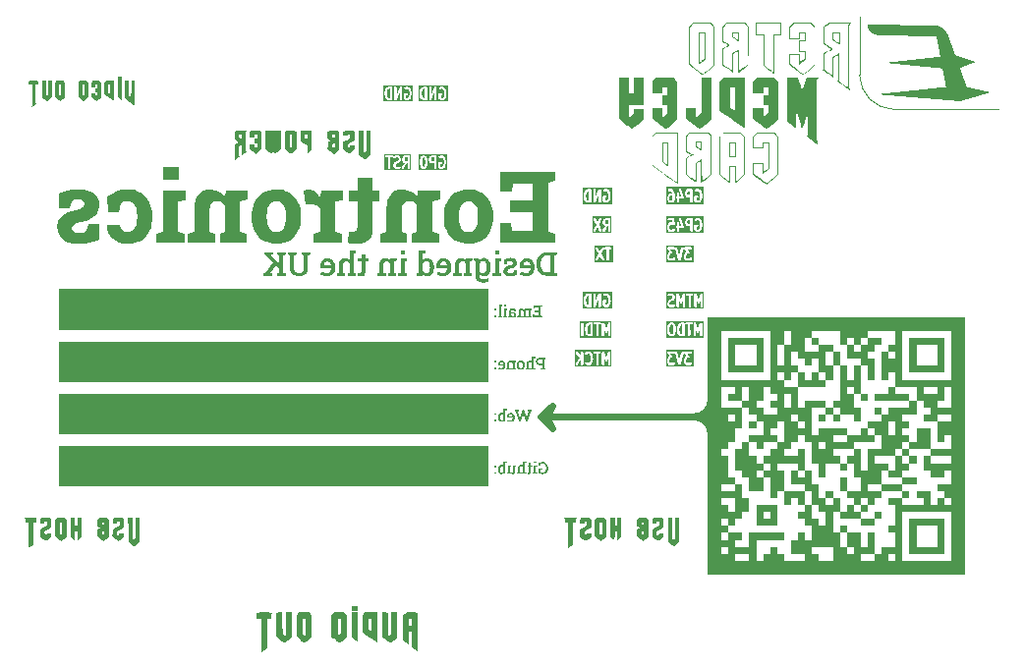
<source format=gbo>
%TF.GenerationSoftware,KiCad,Pcbnew,8.0.2*%
%TF.CreationDate,2024-05-28T21:16:18+01:00*%
%TF.ProjectId,RMC,524d432e-6b69-4636-9164-5f7063625858,rev?*%
%TF.SameCoordinates,Original*%
%TF.FileFunction,Legend,Bot*%
%TF.FilePolarity,Positive*%
%FSLAX46Y46*%
G04 Gerber Fmt 4.6, Leading zero omitted, Abs format (unit mm)*
G04 Created by KiCad (PCBNEW 8.0.2) date 2024-05-28 21:16:18*
%MOMM*%
%LPD*%
G01*
G04 APERTURE LIST*
%ADD10C,0.100000*%
%ADD11C,0.600000*%
%ADD12C,0.200000*%
%ADD13C,0.000000*%
%ADD14O,1.700000X1.700000*%
%ADD15R,1.700000X1.700000*%
%ADD16R,1.350000X1.350000*%
%ADD17O,1.350000X1.350000*%
%ADD18C,1.300000*%
%ADD19C,0.400000*%
%ADD20O,1.700000X3.700000*%
%ADD21R,0.530000X4.300000*%
G04 APERTURE END LIST*
D10*
X185000000Y-108000000D02*
X176000000Y-108000000D01*
G36*
X104000000Y-128000000D02*
G01*
X141000000Y-128000000D01*
X141000000Y-131500000D01*
X104000000Y-131500000D01*
X104000000Y-128000000D01*
G37*
G36*
X104000000Y-137000000D02*
G01*
X141000000Y-137000000D01*
X141000000Y-140500000D01*
X104000000Y-140500000D01*
X104000000Y-137000000D01*
G37*
D11*
X158700000Y-134500000D02*
G75*
G02*
X160200000Y-136000000I0J-1500000D01*
G01*
X145500000Y-134500000D02*
X146500000Y-135500000D01*
D10*
X173000000Y-100000000D02*
X173000000Y-105000000D01*
X176000000Y-108000000D02*
G75*
G02*
X173000000Y-105000000I0J3000000D01*
G01*
D11*
X160200000Y-133000000D02*
G75*
G02*
X158700000Y-134500000I-1500000J0D01*
G01*
X146000000Y-134500000D02*
X146500000Y-133500000D01*
X146500000Y-135500000D02*
X146000000Y-134500000D01*
G36*
X104000000Y-123500000D02*
G01*
X141000000Y-123500000D01*
X141000000Y-127000000D01*
X104000000Y-127000000D01*
X104000000Y-123500000D01*
G37*
X145500000Y-134500000D02*
X160000000Y-134500000D01*
X145500000Y-134500000D02*
X146500000Y-133500000D01*
G36*
X104000000Y-132500000D02*
G01*
X141000000Y-132500000D01*
X141000000Y-136000000D01*
X104000000Y-136000000D01*
X104000000Y-132500000D01*
G37*
D12*
G36*
X159602213Y-125163330D02*
G01*
X156322848Y-125163330D01*
X156322848Y-124666504D01*
X156433959Y-124666504D01*
X156435738Y-124772771D01*
X156435649Y-124780054D01*
X156435872Y-124780825D01*
X156435880Y-124781251D01*
X156436268Y-124782187D01*
X156441111Y-124798881D01*
X156480130Y-124892147D01*
X156483279Y-124903014D01*
X156487198Y-124909041D01*
X156488235Y-124911519D01*
X156489956Y-124913282D01*
X156493966Y-124919449D01*
X156535766Y-124969217D01*
X156541624Y-124977431D01*
X156544577Y-124979707D01*
X156545749Y-124981103D01*
X156547981Y-124982332D01*
X156557149Y-124989400D01*
X156626463Y-125031046D01*
X156630783Y-125035366D01*
X156640022Y-125039193D01*
X156650902Y-125045730D01*
X156659128Y-125047107D01*
X156666831Y-125050298D01*
X156686340Y-125052219D01*
X156896325Y-125050298D01*
X156896423Y-125050257D01*
X156896530Y-125050257D01*
X156915277Y-125044527D01*
X157046833Y-124987631D01*
X157074365Y-124959983D01*
X157089221Y-124923904D01*
X157089140Y-124884886D01*
X157074133Y-124848869D01*
X157046485Y-124821337D01*
X157010406Y-124806481D01*
X156971388Y-124806562D01*
X156952641Y-124812292D01*
X156859964Y-124852373D01*
X156716483Y-124853685D01*
X156679052Y-124831196D01*
X156660322Y-124808895D01*
X156633682Y-124745218D01*
X156632726Y-124688140D01*
X156656880Y-124624885D01*
X156675522Y-124600407D01*
X156723927Y-124568959D01*
X156863438Y-124523714D01*
X156874159Y-124521919D01*
X156883955Y-124517060D01*
X156886596Y-124516204D01*
X156887933Y-124515087D01*
X156891721Y-124513209D01*
X156969301Y-124462804D01*
X156979311Y-124457293D01*
X156981949Y-124454587D01*
X156983437Y-124453621D01*
X156984918Y-124451542D01*
X156992998Y-124443259D01*
X157029897Y-124394808D01*
X157036824Y-124387711D01*
X157040076Y-124381442D01*
X157041780Y-124379206D01*
X157042466Y-124376837D01*
X157045853Y-124370311D01*
X157086273Y-124264460D01*
X157089181Y-124257442D01*
X157089259Y-124256640D01*
X157089411Y-124256245D01*
X157089398Y-124255231D01*
X157091102Y-124237933D01*
X157089322Y-124131644D01*
X157089411Y-124124383D01*
X157089188Y-124123614D01*
X157089181Y-124123186D01*
X157088789Y-124122241D01*
X157083949Y-124105555D01*
X157044928Y-124012288D01*
X157041780Y-124001422D01*
X157037860Y-123995395D01*
X157036824Y-123992917D01*
X157035101Y-123991151D01*
X157031093Y-123984988D01*
X157003571Y-123952219D01*
X157233959Y-123952219D01*
X157235880Y-124971728D01*
X157250812Y-125007776D01*
X157278402Y-125035366D01*
X157314450Y-125050298D01*
X157353468Y-125050298D01*
X157389516Y-125035366D01*
X157417106Y-125007776D01*
X157432038Y-124971728D01*
X157433959Y-124952219D01*
X157433106Y-124499859D01*
X157503181Y-124686162D01*
X157503299Y-124689471D01*
X157509713Y-124703527D01*
X157515565Y-124719085D01*
X157518010Y-124721709D01*
X157519497Y-124724968D01*
X157531227Y-124735896D01*
X157542162Y-124747633D01*
X157545422Y-124749120D01*
X157548046Y-124751565D01*
X157563075Y-124757176D01*
X157577659Y-124763831D01*
X157581239Y-124763957D01*
X157584599Y-124765212D01*
X157600626Y-124764644D01*
X157616653Y-124765212D01*
X157620012Y-124763957D01*
X157623593Y-124763831D01*
X157638174Y-124757177D01*
X157653207Y-124751565D01*
X157655831Y-124749119D01*
X157659090Y-124747633D01*
X157670018Y-124735902D01*
X157681755Y-124724968D01*
X157683242Y-124721707D01*
X157685687Y-124719084D01*
X157694310Y-124701479D01*
X157768327Y-124501721D01*
X157769213Y-124971728D01*
X157784145Y-125007776D01*
X157811735Y-125035366D01*
X157847783Y-125050298D01*
X157886801Y-125050298D01*
X157922849Y-125035366D01*
X157950439Y-125007776D01*
X157965371Y-124971728D01*
X157967292Y-124952219D01*
X157965440Y-123969755D01*
X157966000Y-123968246D01*
X157965406Y-123951484D01*
X157965371Y-123932710D01*
X158035880Y-123932710D01*
X158035880Y-123971728D01*
X158050812Y-124007776D01*
X158078402Y-124035366D01*
X158114450Y-124050298D01*
X158133959Y-124052219D01*
X158262718Y-124051700D01*
X158264452Y-124971728D01*
X158279384Y-125007776D01*
X158306974Y-125035366D01*
X158343022Y-125050298D01*
X158382040Y-125050298D01*
X158418088Y-125035366D01*
X158445678Y-125007776D01*
X158460610Y-124971728D01*
X158462531Y-124952219D01*
X158460832Y-124050901D01*
X158610611Y-124050298D01*
X158646659Y-124035366D01*
X158674249Y-124007776D01*
X158689181Y-123971728D01*
X158689181Y-123952219D01*
X158757769Y-123952219D01*
X158759690Y-124971728D01*
X158774622Y-125007776D01*
X158802212Y-125035366D01*
X158838260Y-125050298D01*
X158877278Y-125050298D01*
X158913326Y-125035366D01*
X158940916Y-125007776D01*
X158955848Y-124971728D01*
X158957769Y-124952219D01*
X158956916Y-124499859D01*
X159026991Y-124686162D01*
X159027109Y-124689471D01*
X159033523Y-124703527D01*
X159039375Y-124719085D01*
X159041820Y-124721709D01*
X159043307Y-124724968D01*
X159055037Y-124735896D01*
X159065972Y-124747633D01*
X159069232Y-124749120D01*
X159071856Y-124751565D01*
X159086885Y-124757176D01*
X159101469Y-124763831D01*
X159105049Y-124763957D01*
X159108409Y-124765212D01*
X159124436Y-124764644D01*
X159140463Y-124765212D01*
X159143822Y-124763957D01*
X159147403Y-124763831D01*
X159161984Y-124757177D01*
X159177017Y-124751565D01*
X159179641Y-124749119D01*
X159182900Y-124747633D01*
X159193828Y-124735902D01*
X159205565Y-124724968D01*
X159207052Y-124721707D01*
X159209497Y-124719084D01*
X159218120Y-124701479D01*
X159292137Y-124501721D01*
X159293023Y-124971728D01*
X159307955Y-125007776D01*
X159335545Y-125035366D01*
X159371593Y-125050298D01*
X159410611Y-125050298D01*
X159446659Y-125035366D01*
X159474249Y-125007776D01*
X159489181Y-124971728D01*
X159491102Y-124952219D01*
X159489250Y-123969755D01*
X159489810Y-123968246D01*
X159489216Y-123951484D01*
X159489181Y-123932710D01*
X159488492Y-123931048D01*
X159488429Y-123929252D01*
X159481053Y-123913088D01*
X159474249Y-123896662D01*
X159472977Y-123895390D01*
X159472231Y-123893755D01*
X159459228Y-123881641D01*
X159446659Y-123869072D01*
X159444997Y-123868383D01*
X159443682Y-123867158D01*
X159427037Y-123860944D01*
X159410611Y-123854140D01*
X159408811Y-123854140D01*
X159407129Y-123853512D01*
X159389397Y-123854140D01*
X159371593Y-123854140D01*
X159369928Y-123854829D01*
X159368135Y-123854893D01*
X159351984Y-123862262D01*
X159335545Y-123869072D01*
X159334273Y-123870343D01*
X159332638Y-123871090D01*
X159320524Y-123884092D01*
X159307955Y-123896662D01*
X159307266Y-123898323D01*
X159306041Y-123899639D01*
X159297418Y-123917244D01*
X159124739Y-124383266D01*
X158955850Y-123934256D01*
X158955848Y-123932710D01*
X158949553Y-123917513D01*
X158942830Y-123899639D01*
X158941604Y-123898323D01*
X158940916Y-123896662D01*
X158928346Y-123884092D01*
X158916233Y-123871090D01*
X158914597Y-123870343D01*
X158913326Y-123869072D01*
X158896899Y-123862267D01*
X158880736Y-123854892D01*
X158878939Y-123854828D01*
X158877278Y-123854140D01*
X158859502Y-123854140D01*
X158841742Y-123853511D01*
X158840057Y-123854140D01*
X158838260Y-123854140D01*
X158821845Y-123860939D01*
X158805189Y-123867158D01*
X158803873Y-123868383D01*
X158802212Y-123869072D01*
X158789642Y-123881641D01*
X158776640Y-123893755D01*
X158775893Y-123895390D01*
X158774622Y-123896662D01*
X158767817Y-123913088D01*
X158760442Y-123929252D01*
X158760378Y-123931048D01*
X158759690Y-123932710D01*
X158757769Y-123952219D01*
X158689181Y-123952219D01*
X158689181Y-123932710D01*
X158674249Y-123896662D01*
X158646659Y-123869072D01*
X158610611Y-123854140D01*
X158591102Y-123852219D01*
X158114450Y-123854140D01*
X158078402Y-123869072D01*
X158050812Y-123896662D01*
X158035880Y-123932710D01*
X157965371Y-123932710D01*
X157964682Y-123931048D01*
X157964619Y-123929252D01*
X157957243Y-123913088D01*
X157950439Y-123896662D01*
X157949167Y-123895390D01*
X157948421Y-123893755D01*
X157935418Y-123881641D01*
X157922849Y-123869072D01*
X157921187Y-123868383D01*
X157919872Y-123867158D01*
X157903227Y-123860944D01*
X157886801Y-123854140D01*
X157885001Y-123854140D01*
X157883319Y-123853512D01*
X157865587Y-123854140D01*
X157847783Y-123854140D01*
X157846118Y-123854829D01*
X157844325Y-123854893D01*
X157828174Y-123862262D01*
X157811735Y-123869072D01*
X157810463Y-123870343D01*
X157808828Y-123871090D01*
X157796714Y-123884092D01*
X157784145Y-123896662D01*
X157783456Y-123898323D01*
X157782231Y-123899639D01*
X157773608Y-123917244D01*
X157600929Y-124383266D01*
X157432040Y-123934256D01*
X157432038Y-123932710D01*
X157425743Y-123917513D01*
X157419020Y-123899639D01*
X157417794Y-123898323D01*
X157417106Y-123896662D01*
X157404536Y-123884092D01*
X157392423Y-123871090D01*
X157390787Y-123870343D01*
X157389516Y-123869072D01*
X157373089Y-123862267D01*
X157356926Y-123854892D01*
X157355129Y-123854828D01*
X157353468Y-123854140D01*
X157335692Y-123854140D01*
X157317932Y-123853511D01*
X157316247Y-123854140D01*
X157314450Y-123854140D01*
X157298035Y-123860939D01*
X157281379Y-123867158D01*
X157280063Y-123868383D01*
X157278402Y-123869072D01*
X157265832Y-123881641D01*
X157252830Y-123893755D01*
X157252083Y-123895390D01*
X157250812Y-123896662D01*
X157244007Y-123913088D01*
X157236632Y-123929252D01*
X157236568Y-123931048D01*
X157235880Y-123932710D01*
X157233959Y-123952219D01*
X157003571Y-123952219D01*
X156989297Y-123935224D01*
X156983437Y-123927007D01*
X156980481Y-123924728D01*
X156979311Y-123923335D01*
X156977080Y-123922106D01*
X156967911Y-123915038D01*
X156898599Y-123873393D01*
X156894278Y-123869072D01*
X156885033Y-123865242D01*
X156874159Y-123858709D01*
X156865935Y-123857332D01*
X156858230Y-123854140D01*
X156838721Y-123852219D01*
X156628735Y-123854140D01*
X156628636Y-123854180D01*
X156628530Y-123854181D01*
X156609782Y-123859911D01*
X156478228Y-123916807D01*
X156450696Y-123944455D01*
X156435840Y-123980534D01*
X156435921Y-124019553D01*
X156450928Y-124055569D01*
X156478576Y-124083101D01*
X156514655Y-124097957D01*
X156553674Y-124097876D01*
X156572421Y-124092146D01*
X156665096Y-124052064D01*
X156808578Y-124050752D01*
X156846007Y-124073240D01*
X156864738Y-124095542D01*
X156891378Y-124159218D01*
X156892334Y-124216297D01*
X156868179Y-124279551D01*
X156849537Y-124304029D01*
X156801132Y-124335477D01*
X156661626Y-124380721D01*
X156650902Y-124382517D01*
X156641104Y-124387376D01*
X156638465Y-124388233D01*
X156637126Y-124389350D01*
X156633341Y-124391228D01*
X156555765Y-124441628D01*
X156545749Y-124447144D01*
X156543108Y-124449851D01*
X156541624Y-124450816D01*
X156540144Y-124452890D01*
X156532062Y-124461178D01*
X156495162Y-124509628D01*
X156488235Y-124516727D01*
X156484981Y-124522996D01*
X156483280Y-124525231D01*
X156482594Y-124527597D01*
X156479206Y-124534127D01*
X156438773Y-124640009D01*
X156435880Y-124646995D01*
X156435801Y-124647792D01*
X156435649Y-124648192D01*
X156435661Y-124649214D01*
X156433959Y-124666504D01*
X156322848Y-124666504D01*
X156322848Y-123741108D01*
X159602213Y-123741108D01*
X159602213Y-125163330D01*
G37*
D10*
G36*
X146909141Y-120513321D02*
G01*
X146689323Y-120556796D01*
X146689323Y-122073056D01*
X146909141Y-122116043D01*
X146909141Y-122330000D01*
X146061618Y-122330000D01*
X145996001Y-122327984D01*
X145886276Y-122314761D01*
X145783050Y-122289196D01*
X145686322Y-122251288D01*
X145596092Y-122201039D01*
X145547655Y-122167181D01*
X145469577Y-122100730D01*
X145400007Y-122025116D01*
X145338945Y-121940339D01*
X145286392Y-121846399D01*
X145243185Y-121744955D01*
X145210591Y-121637668D01*
X145191099Y-121541057D01*
X145179404Y-121440152D01*
X145175505Y-121334954D01*
X145175505Y-121294410D01*
X145175578Y-121292456D01*
X145523307Y-121292456D01*
X145523307Y-121334466D01*
X145524917Y-121397730D01*
X145535930Y-121506558D01*
X145557375Y-121608893D01*
X145589253Y-121704738D01*
X145597725Y-121724987D01*
X145646955Y-121818219D01*
X145707634Y-121898094D01*
X145779762Y-121964612D01*
X145787568Y-121970503D01*
X145880100Y-122022956D01*
X145974840Y-122051005D01*
X146079692Y-122060355D01*
X146343475Y-122060355D01*
X146343475Y-120567543D01*
X146079692Y-120567543D01*
X146068752Y-120567635D01*
X145964911Y-120578626D01*
X145871183Y-120607935D01*
X145779762Y-120661332D01*
X145772034Y-120667262D01*
X145694583Y-120741497D01*
X145636193Y-120823309D01*
X145589253Y-120918764D01*
X145566842Y-120981762D01*
X145541919Y-121082376D01*
X145527429Y-121190332D01*
X145523307Y-121292456D01*
X145175578Y-121292456D01*
X145179472Y-121187901D01*
X145191374Y-121085994D01*
X145211209Y-120988690D01*
X145244378Y-120880986D01*
X145288346Y-120779546D01*
X145317838Y-120724874D01*
X145376208Y-120636433D01*
X145443180Y-120557203D01*
X145518754Y-120487182D01*
X145602930Y-120426371D01*
X145667562Y-120389360D01*
X145763375Y-120348083D01*
X145865406Y-120319102D01*
X145973655Y-120302416D01*
X146071388Y-120297899D01*
X146909141Y-120297899D01*
X146909141Y-120513321D01*
G37*
G36*
X144398203Y-120800505D02*
G01*
X144498268Y-120816902D01*
X144591609Y-120848831D01*
X144678227Y-120896294D01*
X144722789Y-120928778D01*
X144795248Y-120996325D01*
X144857737Y-121075541D01*
X144910258Y-121166427D01*
X144947230Y-121255392D01*
X144973639Y-121350341D01*
X144989484Y-121451275D01*
X144994766Y-121558192D01*
X144994766Y-121616810D01*
X144991760Y-121696443D01*
X144978403Y-121797331D01*
X144950604Y-121903603D01*
X144909281Y-122002226D01*
X144880721Y-122053102D01*
X144820777Y-122135662D01*
X144749860Y-122206631D01*
X144667969Y-122266008D01*
X144607742Y-122298380D01*
X144509996Y-122334379D01*
X144403362Y-122355309D01*
X144301116Y-122361263D01*
X144289744Y-122361213D01*
X144181113Y-122355317D01*
X144081737Y-122339594D01*
X143983112Y-122310949D01*
X143926181Y-122287697D01*
X143839135Y-122242074D01*
X143759874Y-122184431D01*
X143866852Y-121964124D01*
X143955390Y-122018224D01*
X144051011Y-122058401D01*
X144069710Y-122064338D01*
X144169129Y-122085261D01*
X144270830Y-122091618D01*
X144371179Y-122080313D01*
X144463712Y-122041760D01*
X144537543Y-121975847D01*
X144543291Y-121968549D01*
X144595566Y-121880020D01*
X144625658Y-121786416D01*
X144639148Y-121680314D01*
X144636217Y-121673475D01*
X143724214Y-121673475D01*
X143724214Y-121473684D01*
X143728382Y-121388199D01*
X144054919Y-121388199D01*
X144054919Y-121423370D01*
X144630844Y-121423370D01*
X144634752Y-121423370D01*
X144624183Y-121359123D01*
X144592687Y-121260296D01*
X144539497Y-121169357D01*
X144519316Y-121145544D01*
X144436663Y-121087200D01*
X144335310Y-121067752D01*
X144300475Y-121069142D01*
X144203707Y-121092844D01*
X144123307Y-121156657D01*
X144100066Y-121191885D01*
X144064536Y-121288777D01*
X144054919Y-121388199D01*
X143728382Y-121388199D01*
X143729744Y-121360271D01*
X143746334Y-121256338D01*
X143773983Y-121161885D01*
X143820218Y-121063671D01*
X143881507Y-120978360D01*
X143945540Y-120917102D01*
X144033009Y-120861654D01*
X144134222Y-120823456D01*
X144231915Y-120804445D01*
X144339706Y-120798108D01*
X144398203Y-120800505D01*
G37*
G36*
X142909909Y-122361263D02*
G01*
X143016909Y-122357568D01*
X143118944Y-122346486D01*
X143207397Y-122330000D01*
X143302217Y-122305321D01*
X143397269Y-122273600D01*
X143483879Y-122238653D01*
X143488276Y-121838583D01*
X143239637Y-121838583D01*
X143187369Y-122055471D01*
X143092128Y-122090628D01*
X143065247Y-122097480D01*
X142968245Y-122110076D01*
X142926029Y-122111158D01*
X142827248Y-122103739D01*
X142733581Y-122070766D01*
X142716957Y-122058401D01*
X142661418Y-121973645D01*
X142655408Y-121927487D01*
X142688466Y-121831549D01*
X142719399Y-121799504D01*
X142804829Y-121751755D01*
X142899813Y-121721241D01*
X142963154Y-121706203D01*
X143058689Y-121682350D01*
X143157427Y-121649788D01*
X143253499Y-121606336D01*
X143340194Y-121549497D01*
X143356385Y-121535722D01*
X143422330Y-121458919D01*
X143463852Y-121368950D01*
X143480949Y-121265814D01*
X143481437Y-121243607D01*
X143468908Y-121140344D01*
X143431321Y-121045122D01*
X143415980Y-121019392D01*
X143352638Y-120943772D01*
X143268980Y-120882017D01*
X143223517Y-120858192D01*
X143129273Y-120823984D01*
X143031576Y-120805208D01*
X142933860Y-120798343D01*
X142910886Y-120798108D01*
X142809182Y-120801591D01*
X142705682Y-120813466D01*
X142610956Y-120833768D01*
X142517968Y-120863810D01*
X142423547Y-120907193D01*
X142387718Y-120928534D01*
X142377948Y-121311018D01*
X142625122Y-121311018D01*
X142668108Y-121112205D01*
X142755530Y-121068460D01*
X142853954Y-121049775D01*
X142896231Y-121048213D01*
X142998080Y-121060914D01*
X143075994Y-121099016D01*
X143135499Y-121181106D01*
X143141939Y-121226510D01*
X143110038Y-121320045D01*
X143089672Y-121342281D01*
X142998568Y-121391458D01*
X142901711Y-121420928D01*
X142859106Y-121431186D01*
X142756101Y-121458291D01*
X142650600Y-121493604D01*
X142560901Y-121532890D01*
X142468792Y-121589240D01*
X142443893Y-121609483D01*
X142377948Y-121685093D01*
X142336427Y-121774538D01*
X142319330Y-121877816D01*
X142318841Y-121900132D01*
X142330394Y-122008131D01*
X142365055Y-122104615D01*
X142422821Y-122189584D01*
X142464898Y-122231814D01*
X142547300Y-122288448D01*
X142648935Y-122328900D01*
X142753644Y-122351023D01*
X142855116Y-122360125D01*
X142909909Y-122361263D01*
G37*
G36*
X142136147Y-122330000D02*
G01*
X142136147Y-122119462D01*
X141930006Y-122077941D01*
X141930006Y-121102435D01*
X142148848Y-121061402D01*
X142148848Y-120829371D01*
X141584159Y-120829371D01*
X141584159Y-122077941D01*
X141379483Y-122119462D01*
X141379483Y-122330000D01*
X142136147Y-122330000D01*
G37*
G36*
X141943684Y-120485478D02*
G01*
X141943684Y-120172847D01*
X141584159Y-120172847D01*
X141584159Y-120485478D01*
X141943684Y-120485478D01*
G37*
G36*
X140666821Y-120798500D02*
G01*
X140773181Y-120812190D01*
X140869237Y-120845440D01*
X140954989Y-120898248D01*
X140986298Y-120924535D01*
X141056422Y-121001204D01*
X141109582Y-121083584D01*
X141153314Y-121178639D01*
X141157582Y-121189962D01*
X141186845Y-121284705D01*
X141207438Y-121386837D01*
X141219360Y-121496357D01*
X141222679Y-121598248D01*
X141222679Y-121627557D01*
X141220241Y-121707751D01*
X141209402Y-121808852D01*
X141186845Y-121914635D01*
X141153314Y-122011995D01*
X141144405Y-122032407D01*
X141092704Y-122125820D01*
X141029077Y-122204827D01*
X140953524Y-122269427D01*
X140928609Y-122285839D01*
X140838926Y-122328887D01*
X140739035Y-122353998D01*
X140640404Y-122361263D01*
X140625570Y-122361092D01*
X140527045Y-122350333D01*
X140425837Y-122317543D01*
X140336780Y-122262894D01*
X140259874Y-122186385D01*
X140259874Y-122301179D01*
X140263661Y-122371263D01*
X140287772Y-122474441D01*
X140339009Y-122562030D01*
X140397131Y-122610717D01*
X140490554Y-122645338D01*
X140588136Y-122654354D01*
X140594070Y-122654330D01*
X140691996Y-122647461D01*
X140788904Y-122629930D01*
X140795481Y-122628418D01*
X140890020Y-122601964D01*
X140982344Y-122565938D01*
X141054152Y-122815066D01*
X141007966Y-122836430D01*
X140914132Y-122870402D01*
X140818213Y-122895177D01*
X140776971Y-122903480D01*
X140675211Y-122918482D01*
X140574459Y-122923998D01*
X140480418Y-122919824D01*
X140376416Y-122903796D01*
X140267279Y-122869902D01*
X140171279Y-122819646D01*
X140088415Y-122753028D01*
X140028984Y-122684690D01*
X139975189Y-122594283D01*
X139938130Y-122492375D01*
X139919686Y-122395873D01*
X139913538Y-122290921D01*
X139913538Y-121252889D01*
X140259874Y-121252889D01*
X140259874Y-121923091D01*
X140278252Y-121953209D01*
X140352288Y-122032206D01*
X140445978Y-122078288D01*
X140547103Y-122091618D01*
X140627062Y-122083772D01*
X140725363Y-122042579D01*
X140797697Y-121966078D01*
X140820494Y-121924606D01*
X140854497Y-121829142D01*
X140871885Y-121728948D01*
X140876831Y-121628534D01*
X140876831Y-121598736D01*
X140874015Y-121513368D01*
X140861497Y-121409214D01*
X140835446Y-121305250D01*
X140796720Y-121215275D01*
X140730686Y-121131285D01*
X140643411Y-121082159D01*
X140545638Y-121067752D01*
X140470613Y-121075895D01*
X140376622Y-121117090D01*
X140315449Y-121171500D01*
X140259874Y-121252889D01*
X139913538Y-121252889D01*
X139913538Y-121089246D01*
X139735240Y-121036001D01*
X139735240Y-120829371D01*
X140211514Y-120829371D01*
X140237892Y-121011088D01*
X140255836Y-120986183D01*
X140326214Y-120910676D01*
X140408374Y-120853307D01*
X140440538Y-120837405D01*
X140539861Y-120807218D01*
X140644312Y-120798108D01*
X140666821Y-120798500D01*
G37*
G36*
X139623866Y-122330000D02*
G01*
X139623866Y-122116043D01*
X139418213Y-122074033D01*
X139418213Y-121082896D01*
X139635101Y-121036001D01*
X139635101Y-120829371D01*
X139099232Y-120829371D01*
X139081158Y-121038443D01*
X139020685Y-120960225D01*
X138943545Y-120891611D01*
X138896999Y-120861612D01*
X138802067Y-120820496D01*
X138705850Y-120801147D01*
X138645917Y-120798108D01*
X138537504Y-120807054D01*
X138441852Y-120833890D01*
X138349498Y-120885466D01*
X138288834Y-120941235D01*
X138232841Y-121022720D01*
X138192847Y-121124050D01*
X138170975Y-121228993D01*
X138161976Y-121331037D01*
X138160851Y-121386245D01*
X138160851Y-122074033D01*
X137954710Y-122116043D01*
X137954710Y-122330000D01*
X138700628Y-122330000D01*
X138700628Y-122116043D01*
X138507187Y-122074033D01*
X138507187Y-121384291D01*
X138513770Y-121286346D01*
X138542012Y-121188400D01*
X138574598Y-121140048D01*
X138658129Y-121085826D01*
X138758467Y-121068035D01*
X138774877Y-121067752D01*
X138873620Y-121080987D01*
X138949755Y-121114647D01*
X139025421Y-121179150D01*
X139071877Y-121245561D01*
X139071877Y-122074033D01*
X138883321Y-122116043D01*
X138883321Y-122330000D01*
X139623866Y-122330000D01*
G37*
G36*
X137225279Y-120800505D02*
G01*
X137325344Y-120816902D01*
X137418685Y-120848831D01*
X137505303Y-120896294D01*
X137549865Y-120928778D01*
X137622324Y-120996325D01*
X137684813Y-121075541D01*
X137737334Y-121166427D01*
X137774306Y-121255392D01*
X137800715Y-121350341D01*
X137816560Y-121451275D01*
X137821842Y-121558192D01*
X137821842Y-121616810D01*
X137818836Y-121696443D01*
X137805479Y-121797331D01*
X137777680Y-121903603D01*
X137736357Y-122002226D01*
X137707797Y-122053102D01*
X137647853Y-122135662D01*
X137576936Y-122206631D01*
X137495045Y-122266008D01*
X137434818Y-122298380D01*
X137337072Y-122334379D01*
X137230438Y-122355309D01*
X137128192Y-122361263D01*
X137116820Y-122361213D01*
X137008189Y-122355317D01*
X136908813Y-122339594D01*
X136810188Y-122310949D01*
X136753257Y-122287697D01*
X136666211Y-122242074D01*
X136586950Y-122184431D01*
X136693928Y-121964124D01*
X136782466Y-122018224D01*
X136878087Y-122058401D01*
X136896786Y-122064338D01*
X136996206Y-122085261D01*
X137097906Y-122091618D01*
X137198255Y-122080313D01*
X137290788Y-122041760D01*
X137364619Y-121975847D01*
X137370367Y-121968549D01*
X137422642Y-121880020D01*
X137452734Y-121786416D01*
X137466224Y-121680314D01*
X137463293Y-121673475D01*
X136551290Y-121673475D01*
X136551290Y-121473684D01*
X136555458Y-121388199D01*
X136881995Y-121388199D01*
X136881995Y-121423370D01*
X137457920Y-121423370D01*
X137461828Y-121423370D01*
X137451259Y-121359123D01*
X137419763Y-121260296D01*
X137366573Y-121169357D01*
X137346393Y-121145544D01*
X137263739Y-121087200D01*
X137162386Y-121067752D01*
X137127551Y-121069142D01*
X137030783Y-121092844D01*
X136950383Y-121156657D01*
X136927142Y-121191885D01*
X136891612Y-121288777D01*
X136881995Y-121388199D01*
X136555458Y-121388199D01*
X136556820Y-121360271D01*
X136573410Y-121256338D01*
X136601059Y-121161885D01*
X136647294Y-121063671D01*
X136708583Y-120978360D01*
X136772616Y-120917102D01*
X136860085Y-120861654D01*
X136961298Y-120823456D01*
X137058991Y-120804445D01*
X137166782Y-120798108D01*
X137225279Y-120800505D01*
G37*
G36*
X135594836Y-120389246D02*
G01*
X135376482Y-120429790D01*
X135376482Y-120984221D01*
X135385197Y-120973150D01*
X135457246Y-120900579D01*
X135541102Y-120846468D01*
X135565420Y-120835134D01*
X135665583Y-120806090D01*
X135763852Y-120798108D01*
X135786001Y-120798500D01*
X135890797Y-120812190D01*
X135985670Y-120845440D01*
X136070621Y-120898248D01*
X136094002Y-120917728D01*
X136164375Y-120992833D01*
X136223107Y-121083584D01*
X136266015Y-121178639D01*
X136270192Y-121189962D01*
X136298837Y-121284705D01*
X136318995Y-121386837D01*
X136330665Y-121496357D01*
X136333914Y-121598248D01*
X136333914Y-121627557D01*
X136331527Y-121708232D01*
X136320918Y-121809760D01*
X136298837Y-121915733D01*
X136266015Y-122012972D01*
X136257295Y-122033265D01*
X136206710Y-122126202D01*
X136144485Y-122204922D01*
X136070621Y-122269427D01*
X136054418Y-122280548D01*
X135967283Y-122325389D01*
X135869939Y-122352294D01*
X135762386Y-122361263D01*
X135698997Y-122358065D01*
X135596846Y-122337077D01*
X135505868Y-122296502D01*
X135426063Y-122236339D01*
X135357431Y-122156587D01*
X135330076Y-122330000D01*
X134824494Y-122330000D01*
X134824494Y-122126301D01*
X135030146Y-122082826D01*
X135030146Y-121257285D01*
X135376482Y-121257285D01*
X135376482Y-121920160D01*
X135418615Y-121980711D01*
X135494696Y-122047166D01*
X135567675Y-122079073D01*
X135665177Y-122091618D01*
X135744526Y-122083772D01*
X135841452Y-122042579D01*
X135911863Y-121966078D01*
X135933816Y-121924606D01*
X135966560Y-121829142D01*
X135983304Y-121728948D01*
X135988066Y-121628534D01*
X135988066Y-121598736D01*
X135986158Y-121526766D01*
X135975167Y-121420841D01*
X135951125Y-121315251D01*
X135909909Y-121214787D01*
X135845161Y-121131075D01*
X135759056Y-121082111D01*
X135662247Y-121067752D01*
X135588089Y-121076056D01*
X135494207Y-121118066D01*
X135432333Y-121173472D01*
X135376482Y-121257285D01*
X135030146Y-121257285D01*
X135030146Y-120172847D01*
X135594836Y-120172847D01*
X135594836Y-120389246D01*
G37*
G36*
X134001884Y-122330000D02*
G01*
X134001884Y-122119462D01*
X133795743Y-122077941D01*
X133795743Y-121102435D01*
X134014584Y-121061402D01*
X134014584Y-120829371D01*
X133449895Y-120829371D01*
X133449895Y-122077941D01*
X133245219Y-122119462D01*
X133245219Y-122330000D01*
X134001884Y-122330000D01*
G37*
G36*
X133809420Y-120485478D02*
G01*
X133809420Y-120172847D01*
X133449895Y-120172847D01*
X133449895Y-120485478D01*
X133809420Y-120485478D01*
G37*
G36*
X133103558Y-122330000D02*
G01*
X133103558Y-122116043D01*
X132897906Y-122074033D01*
X132897906Y-121082896D01*
X133114794Y-121036001D01*
X133114794Y-120829371D01*
X132578925Y-120829371D01*
X132560851Y-121038443D01*
X132500378Y-120960225D01*
X132423238Y-120891611D01*
X132376692Y-120861612D01*
X132281760Y-120820496D01*
X132185543Y-120801147D01*
X132125610Y-120798108D01*
X132017197Y-120807054D01*
X131921545Y-120833890D01*
X131829191Y-120885466D01*
X131768527Y-120941235D01*
X131712534Y-121022720D01*
X131672540Y-121124050D01*
X131650667Y-121228993D01*
X131641669Y-121331037D01*
X131640544Y-121386245D01*
X131640544Y-122074033D01*
X131434403Y-122116043D01*
X131434403Y-122330000D01*
X132180321Y-122330000D01*
X132180321Y-122116043D01*
X131986880Y-122074033D01*
X131986880Y-121384291D01*
X131993463Y-121286346D01*
X132021705Y-121188400D01*
X132054291Y-121140048D01*
X132137822Y-121085826D01*
X132238160Y-121068035D01*
X132254570Y-121067752D01*
X132353313Y-121080987D01*
X132429448Y-121114647D01*
X132505114Y-121179150D01*
X132551570Y-121245561D01*
X132551570Y-122074033D01*
X132363014Y-122116043D01*
X132363014Y-122330000D01*
X133103558Y-122330000D01*
G37*
G36*
X130037822Y-122361263D02*
G01*
X130137827Y-122352723D01*
X130233444Y-122323204D01*
X130319780Y-122266380D01*
X130333356Y-122253307D01*
X130393428Y-122163907D01*
X130424031Y-122068179D01*
X130437220Y-121966024D01*
X130438869Y-121908925D01*
X130438869Y-121079476D01*
X130656245Y-121079476D01*
X130656245Y-120829371D01*
X130438869Y-120829371D01*
X130438869Y-120469846D01*
X130093998Y-120469846D01*
X130093998Y-120829371D01*
X129799930Y-120829371D01*
X129799930Y-121079476D01*
X130093998Y-121079476D01*
X130093998Y-121909413D01*
X130078733Y-122008675D01*
X130054919Y-122048632D01*
X129964839Y-122090947D01*
X129948429Y-122091618D01*
X129862456Y-122085268D01*
X129785275Y-122071591D01*
X129750593Y-122319253D01*
X129850244Y-122342609D01*
X129888346Y-122349050D01*
X129987982Y-122359820D01*
X130037822Y-122361263D01*
G37*
G36*
X129622121Y-122330000D02*
G01*
X129622121Y-122116043D01*
X129415980Y-122074033D01*
X129415980Y-120429790D01*
X129634333Y-120389246D01*
X129634333Y-120172847D01*
X129071109Y-120172847D01*
X129071109Y-121015484D01*
X129005460Y-120939318D01*
X128922860Y-120874242D01*
X128890369Y-120855261D01*
X128799251Y-120818257D01*
X128698942Y-120800118D01*
X128649546Y-120798108D01*
X128540858Y-120807359D01*
X128444382Y-120835111D01*
X128350444Y-120888447D01*
X128288066Y-120946120D01*
X128230364Y-121030170D01*
X128189148Y-121134309D01*
X128166608Y-121241910D01*
X128157335Y-121346381D01*
X128156175Y-121402854D01*
X128156175Y-122074033D01*
X127951500Y-122116043D01*
X127951500Y-122330000D01*
X128697418Y-122330000D01*
X128697418Y-122116043D01*
X128502512Y-122074033D01*
X128502512Y-121395038D01*
X128509238Y-121296100D01*
X128538093Y-121195723D01*
X128571388Y-121144933D01*
X128656018Y-121087048D01*
X128756717Y-121068054D01*
X128773133Y-121067752D01*
X128874181Y-121081817D01*
X128945080Y-121112205D01*
X129022703Y-121173101D01*
X129071109Y-121236280D01*
X129071109Y-122074033D01*
X128876203Y-122116043D01*
X128876203Y-122330000D01*
X129622121Y-122330000D01*
G37*
G36*
X127225000Y-120800505D02*
G01*
X127325065Y-120816902D01*
X127418406Y-120848831D01*
X127505024Y-120896294D01*
X127549586Y-120928778D01*
X127622045Y-120996325D01*
X127684534Y-121075541D01*
X127737055Y-121166427D01*
X127774027Y-121255392D01*
X127800436Y-121350341D01*
X127816281Y-121451275D01*
X127821563Y-121558192D01*
X127821563Y-121616810D01*
X127818557Y-121696443D01*
X127805200Y-121797331D01*
X127777401Y-121903603D01*
X127736078Y-122002226D01*
X127707517Y-122053102D01*
X127647574Y-122135662D01*
X127576657Y-122206631D01*
X127494766Y-122266008D01*
X127434539Y-122298380D01*
X127336793Y-122334379D01*
X127230159Y-122355309D01*
X127127913Y-122361263D01*
X127116541Y-122361213D01*
X127007910Y-122355317D01*
X126908534Y-122339594D01*
X126809909Y-122310949D01*
X126752978Y-122287697D01*
X126665932Y-122242074D01*
X126586671Y-122184431D01*
X126693649Y-121964124D01*
X126782187Y-122018224D01*
X126877808Y-122058401D01*
X126896507Y-122064338D01*
X126995926Y-122085261D01*
X127097627Y-122091618D01*
X127197976Y-122080313D01*
X127290509Y-122041760D01*
X127364340Y-121975847D01*
X127370088Y-121968549D01*
X127422363Y-121880020D01*
X127452454Y-121786416D01*
X127465945Y-121680314D01*
X127463014Y-121673475D01*
X126551011Y-121673475D01*
X126551011Y-121473684D01*
X126555179Y-121388199D01*
X126881716Y-121388199D01*
X126881716Y-121423370D01*
X127457641Y-121423370D01*
X127461549Y-121423370D01*
X127450980Y-121359123D01*
X127419484Y-121260296D01*
X127366294Y-121169357D01*
X127346113Y-121145544D01*
X127263460Y-121087200D01*
X127162107Y-121067752D01*
X127127272Y-121069142D01*
X127030504Y-121092844D01*
X126950104Y-121156657D01*
X126926863Y-121191885D01*
X126891333Y-121288777D01*
X126881716Y-121388199D01*
X126555179Y-121388199D01*
X126556541Y-121360271D01*
X126573131Y-121256338D01*
X126600780Y-121161885D01*
X126647015Y-121063671D01*
X126708304Y-120978360D01*
X126772337Y-120917102D01*
X126859806Y-120861654D01*
X126961019Y-120823456D01*
X127058712Y-120804445D01*
X127166503Y-120798108D01*
X127225000Y-120800505D01*
G37*
G36*
X124712840Y-122361263D02*
G01*
X124822138Y-122356103D01*
X124924842Y-122340624D01*
X125020952Y-122314826D01*
X125110467Y-122278709D01*
X125201511Y-122226514D01*
X125280655Y-122162806D01*
X125347897Y-122087582D01*
X125380111Y-122040816D01*
X125426866Y-121948024D01*
X125458318Y-121844954D01*
X125473431Y-121744708D01*
X125476831Y-121664193D01*
X125476831Y-120567543D01*
X125695184Y-120526022D01*
X125695184Y-120297899D01*
X124913119Y-120297899D01*
X124913119Y-120526022D01*
X125130495Y-120567543D01*
X125130495Y-121666147D01*
X125123381Y-121765371D01*
X125098373Y-121861379D01*
X125049467Y-121948657D01*
X125016678Y-121984640D01*
X124929030Y-122045547D01*
X124833623Y-122078977D01*
X124734949Y-122091201D01*
X124711374Y-122091618D01*
X124607961Y-122083272D01*
X124507649Y-122054421D01*
X124422699Y-122004962D01*
X124400209Y-121986106D01*
X124338900Y-121909312D01*
X124300298Y-121811434D01*
X124284971Y-121705316D01*
X124283949Y-121666147D01*
X124283949Y-120567543D01*
X124502302Y-120526022D01*
X124502302Y-120297899D01*
X123719260Y-120297899D01*
X123719260Y-120526022D01*
X123938101Y-120567543D01*
X123938101Y-121664193D01*
X123944146Y-121771782D01*
X123962281Y-121870823D01*
X123997135Y-121972025D01*
X124034822Y-122043258D01*
X124095370Y-122124802D01*
X124168207Y-122194676D01*
X124253331Y-122252880D01*
X124305931Y-122280174D01*
X124408623Y-122319372D01*
X124507626Y-122343445D01*
X124613894Y-122357382D01*
X124712840Y-122361263D01*
G37*
G36*
X123569295Y-122330000D02*
G01*
X123569295Y-122116043D01*
X123350942Y-122074033D01*
X123350942Y-120563147D01*
X123569295Y-120521625D01*
X123569295Y-120297899D01*
X122793091Y-120297899D01*
X122793091Y-120521625D01*
X123004605Y-120563147D01*
X123004605Y-121330558D01*
X122275296Y-120545073D01*
X122271388Y-120539699D01*
X122448220Y-120521625D01*
X122448220Y-120297899D01*
X121702302Y-120297899D01*
X121702302Y-120521625D01*
X121890369Y-120559239D01*
X122483879Y-121185966D01*
X121821981Y-122081360D01*
X121630983Y-122116043D01*
X121630983Y-122330000D01*
X122404256Y-122330000D01*
X122404256Y-122116043D01*
X122227424Y-122097969D01*
X122227424Y-122096503D01*
X122709560Y-121423859D01*
X123004605Y-121736489D01*
X123004605Y-122074033D01*
X122793091Y-122116043D01*
X122793091Y-122330000D01*
X123569295Y-122330000D01*
G37*
D12*
G36*
X151639056Y-130163330D02*
G01*
X148435999Y-130163330D01*
X148435999Y-129957080D01*
X148547110Y-129957080D01*
X148556573Y-129994933D01*
X148579802Y-130026284D01*
X148613260Y-130046358D01*
X148651853Y-130052101D01*
X148689706Y-130042638D01*
X148721057Y-130019409D01*
X148732741Y-130003669D01*
X149001594Y-129552723D01*
X149005275Y-129557300D01*
X149006056Y-129971728D01*
X149020988Y-130007776D01*
X149048578Y-130035366D01*
X149084626Y-130050298D01*
X149123644Y-130050298D01*
X149159692Y-130035366D01*
X149187282Y-130007776D01*
X149202214Y-129971728D01*
X149204135Y-129952219D01*
X149203318Y-129519129D01*
X149203768Y-129515088D01*
X149203308Y-129513501D01*
X149202414Y-129038897D01*
X149347359Y-129038897D01*
X149351667Y-129077677D01*
X149370488Y-129111856D01*
X149400956Y-129136231D01*
X149438432Y-129147090D01*
X149477212Y-129142782D01*
X149511391Y-129123961D01*
X149525078Y-129109927D01*
X149546022Y-129082426D01*
X149616671Y-129051871D01*
X149653571Y-129051131D01*
X149726687Y-129080452D01*
X149777259Y-129141937D01*
X149806450Y-129211712D01*
X149842253Y-129382715D01*
X149843717Y-129506424D01*
X149811105Y-129677458D01*
X149781351Y-129755377D01*
X149729816Y-129821621D01*
X149658266Y-129852566D01*
X149621366Y-129853306D01*
X149547775Y-129823794D01*
X149511392Y-129780477D01*
X149477213Y-129761656D01*
X149438433Y-129757347D01*
X149400957Y-129768206D01*
X149370489Y-129792580D01*
X149351668Y-129826759D01*
X149347359Y-129865539D01*
X149358218Y-129903015D01*
X149368905Y-129919450D01*
X149400743Y-129957357D01*
X149401825Y-129959983D01*
X149409005Y-129967193D01*
X149420688Y-129981103D01*
X149425489Y-129983746D01*
X149429357Y-129987631D01*
X149446626Y-129996908D01*
X149579659Y-130050257D01*
X149579765Y-130050257D01*
X149579864Y-130050298D01*
X149599373Y-130052219D01*
X149695073Y-130050298D01*
X149695171Y-130050257D01*
X149695278Y-130050257D01*
X149714025Y-130044527D01*
X149816149Y-130000359D01*
X149820071Y-129999924D01*
X149830735Y-129994051D01*
X149845581Y-129987631D01*
X149849448Y-129983746D01*
X149854250Y-129981103D01*
X149867937Y-129967069D01*
X149941676Y-129872284D01*
X149949859Y-129863900D01*
X149953183Y-129857492D01*
X149954815Y-129855396D01*
X149955501Y-129853025D01*
X149958888Y-129846500D01*
X149992536Y-129758380D01*
X149996483Y-129752488D01*
X150002193Y-129733735D01*
X150002437Y-129732451D01*
X150002444Y-129732435D01*
X150002443Y-129732419D01*
X150037014Y-129551113D01*
X150040310Y-129543156D01*
X150042209Y-129523864D01*
X150042231Y-129523752D01*
X150042224Y-129523717D01*
X150042231Y-129523647D01*
X150040635Y-129388752D01*
X150042231Y-129380685D01*
X150040311Y-129361403D01*
X150040310Y-129361281D01*
X150040295Y-129361246D01*
X150040289Y-129361178D01*
X150002346Y-129179956D01*
X150002444Y-129172002D01*
X149996983Y-129153175D01*
X149996495Y-129152010D01*
X149996483Y-129151949D01*
X149996448Y-129151897D01*
X149957961Y-129059904D01*
X149954814Y-129049041D01*
X149950896Y-129043016D01*
X149949859Y-129040537D01*
X149948135Y-129038770D01*
X149944127Y-129032607D01*
X149874608Y-128948086D01*
X149873113Y-128944455D01*
X149864541Y-128935847D01*
X149861961Y-128932710D01*
X150072723Y-128932710D01*
X150072723Y-128971728D01*
X150087655Y-129007776D01*
X150115245Y-129035366D01*
X150151293Y-129050298D01*
X150170802Y-129052219D01*
X150299561Y-129051700D01*
X150301295Y-129971728D01*
X150316227Y-130007776D01*
X150343817Y-130035366D01*
X150379865Y-130050298D01*
X150418883Y-130050298D01*
X150454931Y-130035366D01*
X150482521Y-130007776D01*
X150497453Y-129971728D01*
X150499374Y-129952219D01*
X150497675Y-129050901D01*
X150647454Y-129050298D01*
X150683502Y-129035366D01*
X150711092Y-129007776D01*
X150726024Y-128971728D01*
X150726024Y-128952219D01*
X150794612Y-128952219D01*
X150796533Y-129971728D01*
X150811465Y-130007776D01*
X150839055Y-130035366D01*
X150875103Y-130050298D01*
X150914121Y-130050298D01*
X150950169Y-130035366D01*
X150977759Y-130007776D01*
X150992691Y-129971728D01*
X150994612Y-129952219D01*
X150993759Y-129499859D01*
X151063834Y-129686162D01*
X151063952Y-129689471D01*
X151070366Y-129703527D01*
X151076218Y-129719085D01*
X151078663Y-129721709D01*
X151080150Y-129724968D01*
X151091880Y-129735896D01*
X151102815Y-129747633D01*
X151106075Y-129749120D01*
X151108699Y-129751565D01*
X151123728Y-129757176D01*
X151138312Y-129763831D01*
X151141892Y-129763957D01*
X151145252Y-129765212D01*
X151161279Y-129764644D01*
X151177306Y-129765212D01*
X151180665Y-129763957D01*
X151184246Y-129763831D01*
X151198827Y-129757177D01*
X151213860Y-129751565D01*
X151216484Y-129749119D01*
X151219743Y-129747633D01*
X151230671Y-129735902D01*
X151242408Y-129724968D01*
X151243895Y-129721707D01*
X151246340Y-129719084D01*
X151254963Y-129701479D01*
X151328980Y-129501721D01*
X151329866Y-129971728D01*
X151344798Y-130007776D01*
X151372388Y-130035366D01*
X151408436Y-130050298D01*
X151447454Y-130050298D01*
X151483502Y-130035366D01*
X151511092Y-130007776D01*
X151526024Y-129971728D01*
X151527945Y-129952219D01*
X151526093Y-128969755D01*
X151526653Y-128968246D01*
X151526059Y-128951484D01*
X151526024Y-128932710D01*
X151525335Y-128931048D01*
X151525272Y-128929252D01*
X151517896Y-128913088D01*
X151511092Y-128896662D01*
X151509820Y-128895390D01*
X151509074Y-128893755D01*
X151496071Y-128881641D01*
X151483502Y-128869072D01*
X151481840Y-128868383D01*
X151480525Y-128867158D01*
X151463880Y-128860944D01*
X151447454Y-128854140D01*
X151445654Y-128854140D01*
X151443972Y-128853512D01*
X151426240Y-128854140D01*
X151408436Y-128854140D01*
X151406771Y-128854829D01*
X151404978Y-128854893D01*
X151388827Y-128862262D01*
X151372388Y-128869072D01*
X151371116Y-128870343D01*
X151369481Y-128871090D01*
X151357367Y-128884092D01*
X151344798Y-128896662D01*
X151344109Y-128898323D01*
X151342884Y-128899639D01*
X151334261Y-128917244D01*
X151161582Y-129383266D01*
X150992693Y-128934256D01*
X150992691Y-128932710D01*
X150986396Y-128917513D01*
X150979673Y-128899639D01*
X150978447Y-128898323D01*
X150977759Y-128896662D01*
X150965189Y-128884092D01*
X150953076Y-128871090D01*
X150951440Y-128870343D01*
X150950169Y-128869072D01*
X150933742Y-128862267D01*
X150917579Y-128854892D01*
X150915782Y-128854828D01*
X150914121Y-128854140D01*
X150896345Y-128854140D01*
X150878585Y-128853511D01*
X150876900Y-128854140D01*
X150875103Y-128854140D01*
X150858688Y-128860939D01*
X150842032Y-128867158D01*
X150840716Y-128868383D01*
X150839055Y-128869072D01*
X150826485Y-128881641D01*
X150813483Y-128893755D01*
X150812736Y-128895390D01*
X150811465Y-128896662D01*
X150804660Y-128913088D01*
X150797285Y-128929252D01*
X150797221Y-128931048D01*
X150796533Y-128932710D01*
X150794612Y-128952219D01*
X150726024Y-128952219D01*
X150726024Y-128932710D01*
X150711092Y-128896662D01*
X150683502Y-128869072D01*
X150647454Y-128854140D01*
X150627945Y-128852219D01*
X150151293Y-128854140D01*
X150115245Y-128869072D01*
X150087655Y-128896662D01*
X150072723Y-128932710D01*
X149861961Y-128932710D01*
X149854250Y-128923335D01*
X149849448Y-128920691D01*
X149845581Y-128916807D01*
X149828312Y-128907530D01*
X149695278Y-128854181D01*
X149695171Y-128854180D01*
X149695073Y-128854140D01*
X149675564Y-128852219D01*
X149579864Y-128854140D01*
X149579765Y-128854180D01*
X149579659Y-128854181D01*
X149560911Y-128859911D01*
X149458790Y-128904077D01*
X149454869Y-128904513D01*
X149444202Y-128910386D01*
X149429357Y-128916807D01*
X149425489Y-128920690D01*
X149420689Y-128923334D01*
X149407002Y-128937367D01*
X149358218Y-129001421D01*
X149347359Y-129038897D01*
X149202414Y-129038897D01*
X149202214Y-128932710D01*
X149187282Y-128896662D01*
X149159692Y-128869072D01*
X149123644Y-128854140D01*
X149084626Y-128854140D01*
X149048578Y-128869072D01*
X149020988Y-128896662D01*
X149006056Y-128932710D01*
X149004135Y-128952219D01*
X149004678Y-129240407D01*
X148711392Y-128875716D01*
X148677213Y-128856895D01*
X148638433Y-128852586D01*
X148600956Y-128863445D01*
X148570489Y-128887819D01*
X148551668Y-128921998D01*
X148547359Y-128960778D01*
X148558218Y-128998255D01*
X148568905Y-129014689D01*
X148869126Y-129388003D01*
X148552853Y-129918487D01*
X148547110Y-129957080D01*
X148435999Y-129957080D01*
X148435999Y-128741108D01*
X151639056Y-128741108D01*
X151639056Y-130163330D01*
G37*
D10*
G36*
X145699267Y-139430631D02*
G01*
X145752129Y-139428381D01*
X145802089Y-139421632D01*
X145856708Y-139408071D01*
X145907376Y-139388387D01*
X145947662Y-139366639D01*
X145990583Y-139336271D01*
X146028946Y-139301157D01*
X146062751Y-139261298D01*
X146091998Y-139216693D01*
X146106664Y-139189075D01*
X146128267Y-139137657D01*
X146142561Y-139090831D01*
X146152956Y-139041463D01*
X146159454Y-138989554D01*
X146162053Y-138935103D01*
X146162107Y-138925781D01*
X146162107Y-138898670D01*
X146160166Y-138842548D01*
X146154344Y-138789036D01*
X146144641Y-138738134D01*
X146131057Y-138689842D01*
X146113592Y-138644161D01*
X146106908Y-138629515D01*
X146080631Y-138581105D01*
X146050100Y-138537605D01*
X146015315Y-138499013D01*
X145976276Y-138465330D01*
X145952058Y-138448286D01*
X145906883Y-138422971D01*
X145858552Y-138403874D01*
X145807066Y-138390995D01*
X145752424Y-138384333D01*
X145719783Y-138383318D01*
X145665576Y-138385088D01*
X145614087Y-138390401D01*
X145565315Y-138399255D01*
X145519260Y-138411650D01*
X145470947Y-138429381D01*
X145426575Y-138450977D01*
X145381896Y-138479504D01*
X145365387Y-138492250D01*
X145365387Y-138712069D01*
X145498010Y-138712069D01*
X145519992Y-138568454D01*
X145564128Y-138543266D01*
X145596929Y-138531817D01*
X145647365Y-138521559D01*
X145697708Y-138518193D01*
X145705373Y-138518140D01*
X145756573Y-138522791D01*
X145803623Y-138536744D01*
X145850585Y-138562837D01*
X145854605Y-138565767D01*
X145891680Y-138599207D01*
X145923222Y-138639994D01*
X145946878Y-138682983D01*
X145953768Y-138698635D01*
X145970887Y-138748766D01*
X145981401Y-138796993D01*
X145987488Y-138848669D01*
X145989183Y-138896716D01*
X145989183Y-138925537D01*
X145987328Y-138976415D01*
X145980207Y-139033156D01*
X145967745Y-139085191D01*
X145949942Y-139132521D01*
X145922421Y-139181791D01*
X145913223Y-139194692D01*
X145876859Y-139234092D01*
X145834230Y-139263815D01*
X145785336Y-139283861D01*
X145730179Y-139294229D01*
X145695847Y-139295809D01*
X145646199Y-139293705D01*
X145596099Y-139286149D01*
X145590334Y-139284818D01*
X145543202Y-139270676D01*
X145512421Y-139257219D01*
X145512421Y-139055474D01*
X145675819Y-139055474D01*
X145675819Y-138920652D01*
X145339253Y-138920652D01*
X145339253Y-139325118D01*
X145382100Y-139353924D01*
X145427514Y-139377356D01*
X145473648Y-139396201D01*
X145484577Y-139400101D01*
X145537207Y-139414859D01*
X145589082Y-139423923D01*
X145638404Y-139428723D01*
X145691397Y-139430601D01*
X145699267Y-139430631D01*
G37*
G36*
X145231786Y-139415000D02*
G01*
X145231786Y-139309731D01*
X145128715Y-139288970D01*
X145128715Y-138801217D01*
X145238136Y-138780701D01*
X145238136Y-138664685D01*
X144955791Y-138664685D01*
X144955791Y-139288970D01*
X144853454Y-139309731D01*
X144853454Y-139415000D01*
X145231786Y-139415000D01*
G37*
G36*
X145135554Y-138492739D02*
G01*
X145135554Y-138336423D01*
X144955791Y-138336423D01*
X144955791Y-138492739D01*
X145135554Y-138492739D01*
G37*
G36*
X144498324Y-139430631D02*
G01*
X144548327Y-139426361D01*
X144596135Y-139411602D01*
X144639303Y-139383190D01*
X144646091Y-139376653D01*
X144676128Y-139331953D01*
X144691429Y-139284089D01*
X144698024Y-139233012D01*
X144698848Y-139204462D01*
X144698848Y-138789738D01*
X144807536Y-138789738D01*
X144807536Y-138664685D01*
X144698848Y-138664685D01*
X144698848Y-138484923D01*
X144526412Y-138484923D01*
X144526412Y-138664685D01*
X144379378Y-138664685D01*
X144379378Y-138789738D01*
X144526412Y-138789738D01*
X144526412Y-139204706D01*
X144518780Y-139254337D01*
X144506873Y-139274316D01*
X144461833Y-139295473D01*
X144453628Y-139295809D01*
X144410641Y-139292634D01*
X144372051Y-139285795D01*
X144354710Y-139409626D01*
X144404535Y-139421304D01*
X144423586Y-139424525D01*
X144473405Y-139429910D01*
X144498324Y-139430631D01*
G37*
G36*
X144290474Y-139415000D02*
G01*
X144290474Y-139308021D01*
X144187403Y-139287016D01*
X144187403Y-138464895D01*
X144296580Y-138444623D01*
X144296580Y-138336423D01*
X144014968Y-138336423D01*
X144014968Y-138757742D01*
X143982143Y-138719659D01*
X143940843Y-138687121D01*
X143924598Y-138677630D01*
X143879039Y-138659128D01*
X143828884Y-138650059D01*
X143804186Y-138649054D01*
X143749842Y-138653679D01*
X143701604Y-138667555D01*
X143654635Y-138694223D01*
X143623447Y-138723060D01*
X143594595Y-138765085D01*
X143573987Y-138817154D01*
X143562717Y-138870955D01*
X143558081Y-138923190D01*
X143557501Y-138951427D01*
X143557501Y-139287016D01*
X143455163Y-139308021D01*
X143455163Y-139415000D01*
X143828122Y-139415000D01*
X143828122Y-139308021D01*
X143730669Y-139287016D01*
X143730669Y-138947519D01*
X143734032Y-138898050D01*
X143748460Y-138847861D01*
X143765107Y-138822466D01*
X143807423Y-138793524D01*
X143857772Y-138784027D01*
X143865980Y-138783876D01*
X143916504Y-138790908D01*
X143951953Y-138806102D01*
X143990765Y-138836550D01*
X144014968Y-138868140D01*
X144014968Y-139287016D01*
X143917515Y-139308021D01*
X143917515Y-139415000D01*
X144290474Y-139415000D01*
G37*
G36*
X143091974Y-139430631D02*
G01*
X143141726Y-139426973D01*
X143192460Y-139413833D01*
X143236660Y-139391138D01*
X143274327Y-139358886D01*
X143278576Y-139354183D01*
X143307854Y-139310677D01*
X143326611Y-139263944D01*
X143338963Y-139209124D01*
X143344453Y-139155698D01*
X143345498Y-139116779D01*
X143345498Y-138795844D01*
X143429274Y-138775083D01*
X143429274Y-138664685D01*
X143172330Y-138664685D01*
X143172330Y-139119221D01*
X143169915Y-139169578D01*
X143160404Y-139218636D01*
X143141800Y-139256486D01*
X143099918Y-139287169D01*
X143051244Y-139295771D01*
X143047278Y-139295809D01*
X142995697Y-139290375D01*
X142947193Y-139271269D01*
X142908774Y-139238408D01*
X142888764Y-139208859D01*
X142888764Y-138795844D01*
X142982065Y-138775083D01*
X142982065Y-138664685D01*
X142715596Y-138664685D01*
X142715596Y-139291413D01*
X142627668Y-139313150D01*
X142627668Y-139415000D01*
X142868736Y-139415000D01*
X142880460Y-139318035D01*
X142911982Y-139357979D01*
X142949792Y-139389699D01*
X142969364Y-139401566D01*
X143015640Y-139420385D01*
X143066752Y-139429609D01*
X143091974Y-139430631D01*
G37*
G36*
X142609839Y-138444623D02*
G01*
X142500662Y-138464895D01*
X142500662Y-139415000D01*
X142351674Y-139415000D01*
X142337752Y-139325607D01*
X142328944Y-139337994D01*
X142294029Y-139375461D01*
X142252756Y-139403764D01*
X142229571Y-139414233D01*
X142181429Y-139426853D01*
X142131123Y-139430631D01*
X142098234Y-139429059D01*
X142045197Y-139418740D01*
X141997909Y-139398792D01*
X141956372Y-139369213D01*
X141920585Y-139330003D01*
X141911476Y-139317171D01*
X141884221Y-139268261D01*
X141866590Y-139221389D01*
X141854248Y-139169949D01*
X141847195Y-139113941D01*
X141845359Y-139063778D01*
X141845359Y-139049368D01*
X142018527Y-139049368D01*
X142018527Y-139064267D01*
X142018868Y-139084103D01*
X142023116Y-139133031D01*
X142035252Y-139186078D01*
X142057361Y-139234016D01*
X142086036Y-139266602D01*
X142132473Y-139289774D01*
X142181193Y-139295809D01*
X142222693Y-139291368D01*
X142268632Y-139272606D01*
X142298191Y-139248443D01*
X142328227Y-139206660D01*
X142328227Y-138885725D01*
X142304399Y-138846055D01*
X142269608Y-138811475D01*
X142228881Y-138790776D01*
X142180460Y-138783876D01*
X142132465Y-138790960D01*
X142089754Y-138815116D01*
X142057606Y-138856416D01*
X142040509Y-138895587D01*
X142027113Y-138946879D01*
X142020397Y-138998895D01*
X142018527Y-139049368D01*
X141845359Y-139049368D01*
X141845359Y-139049124D01*
X141845392Y-139041598D01*
X141847465Y-138990612D01*
X141853785Y-138935978D01*
X141864318Y-138885221D01*
X141879064Y-138838342D01*
X141885650Y-138821844D01*
X141908602Y-138776598D01*
X141939724Y-138733803D01*
X141976761Y-138698879D01*
X141988950Y-138689975D01*
X142032990Y-138666619D01*
X142082278Y-138652995D01*
X142131123Y-138649054D01*
X142147174Y-138649443D01*
X142199387Y-138656936D01*
X142245428Y-138673967D01*
X142251505Y-138677131D01*
X142293247Y-138706036D01*
X142328227Y-138744064D01*
X142328227Y-138336423D01*
X142609839Y-138336423D01*
X142609839Y-138444623D01*
G37*
G36*
X141721528Y-139415000D02*
G01*
X141721528Y-139258684D01*
X141549336Y-139258684D01*
X141549336Y-139415000D01*
X141721528Y-139415000D01*
G37*
G36*
X141721528Y-138836632D02*
G01*
X141721528Y-138680317D01*
X141549336Y-138680317D01*
X141549336Y-138836632D01*
X141721528Y-138836632D01*
G37*
D12*
G36*
X135542172Y-107018118D02*
G01*
X135473098Y-107018750D01*
X135398876Y-106988986D01*
X135348303Y-106927499D01*
X135319112Y-106857724D01*
X135283309Y-106686721D01*
X135281845Y-106563012D01*
X135314457Y-106391978D01*
X135344210Y-106314061D01*
X135395746Y-106247816D01*
X135466850Y-106217064D01*
X135540661Y-106216389D01*
X135542172Y-107018118D01*
G37*
G36*
X137527777Y-107328330D02*
G01*
X134972221Y-107328330D01*
X134972221Y-106545685D01*
X135083332Y-106545685D01*
X135083338Y-106545719D01*
X135083332Y-106545790D01*
X135084927Y-106680684D01*
X135083332Y-106688752D01*
X135085251Y-106708033D01*
X135085253Y-106708156D01*
X135085267Y-106708190D01*
X135085274Y-106708259D01*
X135123215Y-106889476D01*
X135123118Y-106897435D01*
X135128580Y-106916262D01*
X135129067Y-106917426D01*
X135129080Y-106917488D01*
X135129114Y-106917539D01*
X135167601Y-107009532D01*
X135170749Y-107020396D01*
X135174666Y-107026420D01*
X135175704Y-107028900D01*
X135177427Y-107030666D01*
X135181436Y-107036830D01*
X135250954Y-107121350D01*
X135252450Y-107124983D01*
X135261021Y-107133591D01*
X135271313Y-107146103D01*
X135276114Y-107148746D01*
X135279982Y-107152631D01*
X135297252Y-107161908D01*
X135430285Y-107215257D01*
X135430391Y-107215257D01*
X135430490Y-107215298D01*
X135449999Y-107217219D01*
X135659984Y-107215298D01*
X135696032Y-107200366D01*
X135723622Y-107172776D01*
X135738554Y-107136728D01*
X135740475Y-107117219D01*
X135738591Y-106117219D01*
X135921427Y-106117219D01*
X135923309Y-107116523D01*
X135922709Y-107133177D01*
X135923344Y-107134882D01*
X135923348Y-107136728D01*
X135930140Y-107153126D01*
X135936330Y-107169741D01*
X135937578Y-107171083D01*
X135938280Y-107172776D01*
X135950820Y-107185316D01*
X135962907Y-107198308D01*
X135964574Y-107199070D01*
X135965870Y-107200366D01*
X135982263Y-107207156D01*
X135998393Y-107214530D01*
X136000223Y-107214596D01*
X136001918Y-107215298D01*
X136019676Y-107215298D01*
X136037385Y-107215937D01*
X136039100Y-107215298D01*
X136040936Y-107215298D01*
X136057334Y-107208505D01*
X136073949Y-107202316D01*
X136075291Y-107201067D01*
X136076984Y-107200366D01*
X136089524Y-107187825D01*
X136102516Y-107175739D01*
X136103775Y-107173574D01*
X136104574Y-107172776D01*
X136105399Y-107170782D01*
X136112374Y-107158795D01*
X136379426Y-106571955D01*
X136380491Y-107136728D01*
X136395423Y-107172776D01*
X136423013Y-107200366D01*
X136459061Y-107215298D01*
X136498079Y-107215298D01*
X136534127Y-107200366D01*
X136561717Y-107172776D01*
X136576649Y-107136728D01*
X136578570Y-107117219D01*
X136577762Y-106688647D01*
X136721427Y-106688647D01*
X136723218Y-107017718D01*
X136721794Y-107030539D01*
X136723317Y-107035795D01*
X136723348Y-107041489D01*
X136728735Y-107054495D01*
X136732653Y-107068015D01*
X136737288Y-107075144D01*
X136738280Y-107077537D01*
X136739894Y-107079151D01*
X136743340Y-107084450D01*
X136775178Y-107122357D01*
X136776260Y-107124983D01*
X136783440Y-107132193D01*
X136795123Y-107146103D01*
X136799924Y-107148746D01*
X136803792Y-107152631D01*
X136821061Y-107161908D01*
X136954094Y-107215257D01*
X136954200Y-107215257D01*
X136954299Y-107215298D01*
X136973808Y-107217219D01*
X137069508Y-107215298D01*
X137069606Y-107215257D01*
X137069713Y-107215257D01*
X137088460Y-107209527D01*
X137190584Y-107165359D01*
X137194506Y-107164924D01*
X137205170Y-107159051D01*
X137220016Y-107152631D01*
X137223883Y-107148746D01*
X137228685Y-107146103D01*
X137242372Y-107132069D01*
X137316111Y-107037284D01*
X137324294Y-107028900D01*
X137327618Y-107022492D01*
X137329250Y-107020396D01*
X137329936Y-107018025D01*
X137333323Y-107011500D01*
X137366971Y-106923380D01*
X137370918Y-106917488D01*
X137376628Y-106898735D01*
X137376872Y-106897451D01*
X137376879Y-106897435D01*
X137376878Y-106897419D01*
X137411449Y-106716113D01*
X137414745Y-106708156D01*
X137416644Y-106688864D01*
X137416666Y-106688752D01*
X137416659Y-106688717D01*
X137416666Y-106688647D01*
X137415070Y-106553752D01*
X137416666Y-106545685D01*
X137414746Y-106526403D01*
X137414745Y-106526281D01*
X137414730Y-106526246D01*
X137414724Y-106526178D01*
X137376781Y-106344956D01*
X137376879Y-106337002D01*
X137371418Y-106318175D01*
X137370930Y-106317010D01*
X137370918Y-106316949D01*
X137370883Y-106316897D01*
X137332396Y-106224904D01*
X137329249Y-106214041D01*
X137325331Y-106208016D01*
X137324294Y-106205537D01*
X137322570Y-106203770D01*
X137318562Y-106197607D01*
X137249043Y-106113086D01*
X137247548Y-106109455D01*
X137238976Y-106100847D01*
X137228685Y-106088335D01*
X137223883Y-106085691D01*
X137220016Y-106081807D01*
X137202747Y-106072530D01*
X137069713Y-106019181D01*
X137069606Y-106019180D01*
X137069508Y-106019140D01*
X137049999Y-106017219D01*
X136945084Y-106018725D01*
X136938757Y-106017265D01*
X136928624Y-106018961D01*
X136916204Y-106019140D01*
X136908498Y-106022332D01*
X136900275Y-106023709D01*
X136882713Y-106032419D01*
X136880191Y-106034057D01*
X136880156Y-106034072D01*
X136880132Y-106034095D01*
X136790997Y-106092007D01*
X136768343Y-106123775D01*
X136759569Y-106161794D01*
X136766013Y-106200276D01*
X136786692Y-106233364D01*
X136818460Y-106256018D01*
X136856479Y-106264792D01*
X136894961Y-106258348D01*
X136912523Y-106249638D01*
X136963024Y-106216826D01*
X137027435Y-106215902D01*
X137101122Y-106245452D01*
X137151694Y-106306937D01*
X137180885Y-106376712D01*
X137216688Y-106547715D01*
X137218152Y-106671424D01*
X137185540Y-106842458D01*
X137155786Y-106920377D01*
X137104251Y-106986621D01*
X137032701Y-107017566D01*
X136995801Y-107018306D01*
X136922210Y-106988794D01*
X136921240Y-106987639D01*
X136920150Y-106787543D01*
X136993317Y-106786726D01*
X137029365Y-106771794D01*
X137056955Y-106744204D01*
X137071887Y-106708156D01*
X137071887Y-106669138D01*
X137056955Y-106633090D01*
X137029365Y-106605500D01*
X136993317Y-106590568D01*
X136973808Y-106588647D01*
X136801918Y-106590568D01*
X136765870Y-106605500D01*
X136738280Y-106633090D01*
X136723348Y-106669138D01*
X136721427Y-106688647D01*
X136577762Y-106688647D01*
X136576687Y-106117914D01*
X136577288Y-106101261D01*
X136576652Y-106099555D01*
X136576649Y-106097710D01*
X136569856Y-106081311D01*
X136563667Y-106064697D01*
X136562418Y-106063354D01*
X136561717Y-106061662D01*
X136549176Y-106049121D01*
X136537090Y-106036130D01*
X136535422Y-106035367D01*
X136534127Y-106034072D01*
X136517733Y-106027281D01*
X136501604Y-106019908D01*
X136499773Y-106019841D01*
X136498079Y-106019140D01*
X136480320Y-106019140D01*
X136462611Y-106018501D01*
X136460896Y-106019140D01*
X136459061Y-106019140D01*
X136442666Y-106025931D01*
X136426048Y-106032122D01*
X136424705Y-106033370D01*
X136423013Y-106034072D01*
X136410472Y-106046612D01*
X136397481Y-106058699D01*
X136396221Y-106060863D01*
X136395423Y-106061662D01*
X136394597Y-106063654D01*
X136387622Y-106075643D01*
X136120570Y-106662482D01*
X136119506Y-106097710D01*
X136104574Y-106061662D01*
X136076984Y-106034072D01*
X136040936Y-106019140D01*
X136001918Y-106019140D01*
X135965870Y-106034072D01*
X135938280Y-106061662D01*
X135923348Y-106097710D01*
X135921427Y-106117219D01*
X135738591Y-106117219D01*
X135738554Y-106097710D01*
X135723622Y-106061662D01*
X135696032Y-106034072D01*
X135659984Y-106019140D01*
X135640475Y-106017219D01*
X135430490Y-106019140D01*
X135430391Y-106019180D01*
X135430285Y-106019181D01*
X135411538Y-106024911D01*
X135309413Y-106069078D01*
X135305492Y-106069514D01*
X135294827Y-106075386D01*
X135279982Y-106081807D01*
X135276114Y-106085691D01*
X135271313Y-106088335D01*
X135257626Y-106102369D01*
X135183891Y-106197147D01*
X135175704Y-106205537D01*
X135172377Y-106211948D01*
X135170749Y-106214041D01*
X135170063Y-106216407D01*
X135166675Y-106222937D01*
X135133024Y-106311058D01*
X135129080Y-106316949D01*
X135123370Y-106335702D01*
X135123126Y-106336980D01*
X135123118Y-106337002D01*
X135123118Y-106337022D01*
X135088548Y-106518323D01*
X135085253Y-106526281D01*
X135083353Y-106545572D01*
X135083332Y-106545685D01*
X134972221Y-106545685D01*
X134972221Y-105906108D01*
X137527777Y-105906108D01*
X137527777Y-107328330D01*
G37*
D10*
G36*
X144416747Y-134915000D02*
G01*
X144649510Y-134021315D01*
X144744276Y-134010812D01*
X144744276Y-133898949D01*
X144374737Y-133898949D01*
X144374737Y-134010812D01*
X144481227Y-134026933D01*
X144358373Y-134546926D01*
X144332971Y-134653171D01*
X144328819Y-134653660D01*
X144297068Y-134546193D01*
X144098010Y-133898949D01*
X143962699Y-133898949D01*
X143758024Y-134556695D01*
X143727738Y-134660743D01*
X143723585Y-134660743D01*
X143695986Y-134557184D01*
X143571666Y-134026933D01*
X143684507Y-134010812D01*
X143684507Y-133898949D01*
X143321806Y-133898949D01*
X143321806Y-134010812D01*
X143410222Y-134021315D01*
X143640543Y-134915000D01*
X143799789Y-134915000D01*
X144001045Y-134277770D01*
X144026447Y-134185935D01*
X144030599Y-134185935D01*
X144057465Y-134278991D01*
X144260187Y-134915000D01*
X144416747Y-134915000D01*
G37*
G36*
X142980538Y-134150252D02*
G01*
X143030570Y-134158451D01*
X143077241Y-134174415D01*
X143120550Y-134198147D01*
X143142831Y-134214389D01*
X143179060Y-134248162D01*
X143210305Y-134287770D01*
X143236565Y-134333213D01*
X143255051Y-134377696D01*
X143268256Y-134425170D01*
X143276178Y-134475637D01*
X143278819Y-134529096D01*
X143278819Y-134558405D01*
X143277317Y-134598221D01*
X143270638Y-134648665D01*
X143256738Y-134701801D01*
X143236077Y-134751113D01*
X143221797Y-134776551D01*
X143191825Y-134817831D01*
X143156366Y-134853315D01*
X143115421Y-134883004D01*
X143085307Y-134899190D01*
X143036434Y-134917189D01*
X142983117Y-134927654D01*
X142931994Y-134930631D01*
X142926308Y-134930606D01*
X142871993Y-134927658D01*
X142822305Y-134919797D01*
X142772992Y-134905474D01*
X142744527Y-134893848D01*
X142701004Y-134871037D01*
X142661373Y-134842215D01*
X142714862Y-134732062D01*
X142759131Y-134759112D01*
X142806942Y-134779200D01*
X142816291Y-134782169D01*
X142866001Y-134792630D01*
X142916851Y-134795809D01*
X142967026Y-134790156D01*
X143013292Y-134770880D01*
X143050208Y-134737923D01*
X143053082Y-134734274D01*
X143079219Y-134690010D01*
X143094265Y-134643208D01*
X143101010Y-134590157D01*
X143099545Y-134586737D01*
X142643544Y-134586737D01*
X142643544Y-134486842D01*
X142645627Y-134444099D01*
X142808896Y-134444099D01*
X142808896Y-134461685D01*
X143096858Y-134461685D01*
X143098812Y-134461685D01*
X143093528Y-134429561D01*
X143077780Y-134380148D01*
X143051185Y-134334678D01*
X143041095Y-134322772D01*
X142999768Y-134293600D01*
X142949091Y-134283876D01*
X142931674Y-134284571D01*
X142883290Y-134296422D01*
X142843090Y-134328328D01*
X142831469Y-134345942D01*
X142813704Y-134394388D01*
X142808896Y-134444099D01*
X142645627Y-134444099D01*
X142646308Y-134430135D01*
X142654603Y-134378169D01*
X142668428Y-134330942D01*
X142691545Y-134281835D01*
X142722190Y-134239180D01*
X142754207Y-134208551D01*
X142797941Y-134180827D01*
X142848547Y-134161728D01*
X142897394Y-134152222D01*
X142951290Y-134149054D01*
X142980538Y-134150252D01*
G37*
G36*
X142609838Y-133944623D02*
G01*
X142500661Y-133964895D01*
X142500661Y-134915000D01*
X142351673Y-134915000D01*
X142337751Y-134825607D01*
X142328943Y-134837994D01*
X142294028Y-134875461D01*
X142252755Y-134903764D01*
X142229571Y-134914233D01*
X142181428Y-134926853D01*
X142131122Y-134930631D01*
X142098233Y-134929059D01*
X142045196Y-134918740D01*
X141997909Y-134898792D01*
X141956372Y-134869213D01*
X141920585Y-134830003D01*
X141911475Y-134817171D01*
X141884220Y-134768261D01*
X141866589Y-134721389D01*
X141854247Y-134669949D01*
X141847194Y-134613941D01*
X141845358Y-134563778D01*
X141845358Y-134549368D01*
X142018526Y-134549368D01*
X142018526Y-134564267D01*
X142018867Y-134584103D01*
X142023115Y-134633031D01*
X142035251Y-134686078D01*
X142057361Y-134734016D01*
X142086035Y-134766602D01*
X142132472Y-134789774D01*
X142181192Y-134795809D01*
X142222692Y-134791368D01*
X142268631Y-134772606D01*
X142298190Y-134748443D01*
X142328226Y-134706660D01*
X142328226Y-134385725D01*
X142304398Y-134346055D01*
X142269608Y-134311475D01*
X142228880Y-134290776D01*
X142180459Y-134283876D01*
X142132464Y-134290960D01*
X142089753Y-134315116D01*
X142057605Y-134356416D01*
X142040508Y-134395587D01*
X142027113Y-134446879D01*
X142020396Y-134498895D01*
X142018526Y-134549368D01*
X141845358Y-134549368D01*
X141845358Y-134549124D01*
X141845391Y-134541598D01*
X141847465Y-134490612D01*
X141853784Y-134435978D01*
X141864317Y-134385221D01*
X141879063Y-134338342D01*
X141885649Y-134321844D01*
X141908602Y-134276598D01*
X141939723Y-134233803D01*
X141976761Y-134198879D01*
X141988949Y-134189975D01*
X142032989Y-134166619D01*
X142082277Y-134152995D01*
X142131122Y-134149054D01*
X142147173Y-134149443D01*
X142199386Y-134156936D01*
X142245428Y-134173967D01*
X142251504Y-134177131D01*
X142293246Y-134206036D01*
X142328226Y-134244064D01*
X142328226Y-133836423D01*
X142609838Y-133836423D01*
X142609838Y-133944623D01*
G37*
G36*
X141721527Y-134915000D02*
G01*
X141721527Y-134758684D01*
X141549336Y-134758684D01*
X141549336Y-134915000D01*
X141721527Y-134915000D01*
G37*
G36*
X141721527Y-134336632D02*
G01*
X141721527Y-134180317D01*
X141549336Y-134180317D01*
X141549336Y-134336632D01*
X141721527Y-134336632D01*
G37*
D12*
G36*
X151328744Y-117876615D02*
G01*
X151236597Y-117877161D01*
X151229621Y-117876336D01*
X151226481Y-117877221D01*
X151153589Y-117877653D01*
X151115896Y-117855006D01*
X151097165Y-117832704D01*
X151070608Y-117769228D01*
X151069373Y-117664843D01*
X151093723Y-117601077D01*
X151112366Y-117576598D01*
X151150137Y-117552059D01*
X151328131Y-117551004D01*
X151328744Y-117876615D01*
G37*
G36*
X151639056Y-118663022D02*
G01*
X149960182Y-118663022D01*
X149960182Y-117442326D01*
X150071293Y-117442326D01*
X150075081Y-117481160D01*
X150082567Y-117499278D01*
X150325206Y-117952405D01*
X150075081Y-118423278D01*
X150071293Y-118462112D01*
X150082653Y-118499439D01*
X150107433Y-118529579D01*
X150141861Y-118547940D01*
X150180695Y-118551728D01*
X150218022Y-118540368D01*
X150248162Y-118515588D01*
X150259037Y-118499278D01*
X150437819Y-118162711D01*
X150626777Y-118515588D01*
X150656916Y-118540368D01*
X150694243Y-118551729D01*
X150733077Y-118547940D01*
X150767505Y-118529579D01*
X150792285Y-118499440D01*
X150803646Y-118462112D01*
X150799857Y-118423278D01*
X150792371Y-118405160D01*
X150549731Y-117952031D01*
X150714050Y-117642695D01*
X150870802Y-117642695D01*
X150872602Y-117794873D01*
X150872493Y-117803865D01*
X150872718Y-117804640D01*
X150872723Y-117805061D01*
X150873113Y-117806003D01*
X150877955Y-117822692D01*
X150916975Y-117915957D01*
X150920124Y-117926825D01*
X150924043Y-117932851D01*
X150925080Y-117935330D01*
X150926802Y-117937095D01*
X150930811Y-117943259D01*
X150972606Y-117993022D01*
X150978467Y-118001240D01*
X150981422Y-118003518D01*
X150982593Y-118004912D01*
X150984823Y-118006140D01*
X150993993Y-118013209D01*
X151063304Y-118054853D01*
X151067626Y-118059175D01*
X151075150Y-118062291D01*
X150875695Y-118421319D01*
X150871110Y-118460067D01*
X150881702Y-118497620D01*
X150905859Y-118528261D01*
X150939902Y-118547326D01*
X150978650Y-118551911D01*
X151016203Y-118541319D01*
X151046844Y-118517162D01*
X151058053Y-118501079D01*
X151294752Y-118075011D01*
X151329118Y-118074808D01*
X151329866Y-118471728D01*
X151344798Y-118507776D01*
X151372388Y-118535366D01*
X151408436Y-118550298D01*
X151447454Y-118550298D01*
X151483502Y-118535366D01*
X151511092Y-118507776D01*
X151526024Y-118471728D01*
X151527945Y-118452219D01*
X151526024Y-117432710D01*
X151511092Y-117396662D01*
X151483502Y-117369072D01*
X151447454Y-117354140D01*
X151427945Y-117352219D01*
X151133583Y-117353962D01*
X151126227Y-117352265D01*
X151115446Y-117354070D01*
X151103674Y-117354140D01*
X151095968Y-117357332D01*
X151087745Y-117358709D01*
X151070183Y-117367419D01*
X151067661Y-117369057D01*
X151067626Y-117369072D01*
X151067602Y-117369095D01*
X150992602Y-117417823D01*
X150982593Y-117423335D01*
X150979954Y-117426040D01*
X150978467Y-117427007D01*
X150976985Y-117429085D01*
X150968906Y-117437369D01*
X150932006Y-117485819D01*
X150925080Y-117492917D01*
X150921827Y-117499185D01*
X150920124Y-117501422D01*
X150919437Y-117503790D01*
X150916051Y-117510317D01*
X150875625Y-117616178D01*
X150872723Y-117623186D01*
X150872644Y-117623985D01*
X150872493Y-117624382D01*
X150872505Y-117625396D01*
X150870802Y-117642695D01*
X150714050Y-117642695D01*
X150799857Y-117481160D01*
X150803646Y-117442326D01*
X150792285Y-117404998D01*
X150767505Y-117374859D01*
X150733077Y-117356498D01*
X150694243Y-117352709D01*
X150656916Y-117364070D01*
X150626777Y-117388850D01*
X150615901Y-117405160D01*
X150437118Y-117741726D01*
X150248162Y-117388850D01*
X150218022Y-117364070D01*
X150180695Y-117352710D01*
X150141861Y-117356498D01*
X150107433Y-117374859D01*
X150082653Y-117404999D01*
X150071293Y-117442326D01*
X149960182Y-117442326D01*
X149960182Y-117241108D01*
X151639056Y-117241108D01*
X151639056Y-118663022D01*
G37*
G36*
X149691547Y-124853118D02*
G01*
X149622473Y-124853750D01*
X149548251Y-124823986D01*
X149497678Y-124762499D01*
X149468487Y-124692724D01*
X149432684Y-124521721D01*
X149431220Y-124398012D01*
X149463832Y-124226978D01*
X149493585Y-124149061D01*
X149545121Y-124082816D01*
X149616225Y-124052064D01*
X149690036Y-124051389D01*
X149691547Y-124853118D01*
G37*
G36*
X151677152Y-125163330D02*
G01*
X149121596Y-125163330D01*
X149121596Y-124380685D01*
X149232707Y-124380685D01*
X149232713Y-124380719D01*
X149232707Y-124380790D01*
X149234302Y-124515684D01*
X149232707Y-124523752D01*
X149234626Y-124543033D01*
X149234628Y-124543156D01*
X149234642Y-124543190D01*
X149234649Y-124543259D01*
X149272590Y-124724476D01*
X149272493Y-124732435D01*
X149277955Y-124751262D01*
X149278442Y-124752426D01*
X149278455Y-124752488D01*
X149278489Y-124752539D01*
X149316976Y-124844532D01*
X149320124Y-124855396D01*
X149324041Y-124861420D01*
X149325079Y-124863900D01*
X149326802Y-124865666D01*
X149330811Y-124871830D01*
X149400329Y-124956350D01*
X149401825Y-124959983D01*
X149410396Y-124968591D01*
X149420688Y-124981103D01*
X149425489Y-124983746D01*
X149429357Y-124987631D01*
X149446627Y-124996908D01*
X149579660Y-125050257D01*
X149579766Y-125050257D01*
X149579865Y-125050298D01*
X149599374Y-125052219D01*
X149809359Y-125050298D01*
X149845407Y-125035366D01*
X149872997Y-125007776D01*
X149887929Y-124971728D01*
X149889850Y-124952219D01*
X149887966Y-123952219D01*
X150070802Y-123952219D01*
X150072684Y-124951523D01*
X150072084Y-124968177D01*
X150072719Y-124969882D01*
X150072723Y-124971728D01*
X150079515Y-124988126D01*
X150085705Y-125004741D01*
X150086953Y-125006083D01*
X150087655Y-125007776D01*
X150100195Y-125020316D01*
X150112282Y-125033308D01*
X150113949Y-125034070D01*
X150115245Y-125035366D01*
X150131638Y-125042156D01*
X150147768Y-125049530D01*
X150149598Y-125049596D01*
X150151293Y-125050298D01*
X150169051Y-125050298D01*
X150186760Y-125050937D01*
X150188475Y-125050298D01*
X150190311Y-125050298D01*
X150206709Y-125043505D01*
X150223324Y-125037316D01*
X150224666Y-125036067D01*
X150226359Y-125035366D01*
X150238899Y-125022825D01*
X150251891Y-125010739D01*
X150253150Y-125008574D01*
X150253949Y-125007776D01*
X150254774Y-125005782D01*
X150261749Y-124993795D01*
X150528801Y-124406955D01*
X150529866Y-124971728D01*
X150544798Y-125007776D01*
X150572388Y-125035366D01*
X150608436Y-125050298D01*
X150647454Y-125050298D01*
X150683502Y-125035366D01*
X150711092Y-125007776D01*
X150726024Y-124971728D01*
X150727945Y-124952219D01*
X150727137Y-124523647D01*
X150870802Y-124523647D01*
X150872593Y-124852718D01*
X150871169Y-124865539D01*
X150872692Y-124870795D01*
X150872723Y-124876489D01*
X150878110Y-124889495D01*
X150882028Y-124903015D01*
X150886663Y-124910144D01*
X150887655Y-124912537D01*
X150889269Y-124914151D01*
X150892715Y-124919450D01*
X150924553Y-124957357D01*
X150925635Y-124959983D01*
X150932815Y-124967193D01*
X150944498Y-124981103D01*
X150949299Y-124983746D01*
X150953167Y-124987631D01*
X150970436Y-124996908D01*
X151103469Y-125050257D01*
X151103575Y-125050257D01*
X151103674Y-125050298D01*
X151123183Y-125052219D01*
X151218883Y-125050298D01*
X151218981Y-125050257D01*
X151219088Y-125050257D01*
X151237835Y-125044527D01*
X151339959Y-125000359D01*
X151343881Y-124999924D01*
X151354545Y-124994051D01*
X151369391Y-124987631D01*
X151373258Y-124983746D01*
X151378060Y-124981103D01*
X151391747Y-124967069D01*
X151465486Y-124872284D01*
X151473669Y-124863900D01*
X151476993Y-124857492D01*
X151478625Y-124855396D01*
X151479311Y-124853025D01*
X151482698Y-124846500D01*
X151516346Y-124758380D01*
X151520293Y-124752488D01*
X151526003Y-124733735D01*
X151526247Y-124732451D01*
X151526254Y-124732435D01*
X151526253Y-124732419D01*
X151560824Y-124551113D01*
X151564120Y-124543156D01*
X151566019Y-124523864D01*
X151566041Y-124523752D01*
X151566034Y-124523717D01*
X151566041Y-124523647D01*
X151564445Y-124388752D01*
X151566041Y-124380685D01*
X151564121Y-124361403D01*
X151564120Y-124361281D01*
X151564105Y-124361246D01*
X151564099Y-124361178D01*
X151526156Y-124179956D01*
X151526254Y-124172002D01*
X151520793Y-124153175D01*
X151520305Y-124152010D01*
X151520293Y-124151949D01*
X151520258Y-124151897D01*
X151481771Y-124059904D01*
X151478624Y-124049041D01*
X151474706Y-124043016D01*
X151473669Y-124040537D01*
X151471945Y-124038770D01*
X151467937Y-124032607D01*
X151398418Y-123948086D01*
X151396923Y-123944455D01*
X151388351Y-123935847D01*
X151378060Y-123923335D01*
X151373258Y-123920691D01*
X151369391Y-123916807D01*
X151352122Y-123907530D01*
X151219088Y-123854181D01*
X151218981Y-123854180D01*
X151218883Y-123854140D01*
X151199374Y-123852219D01*
X151094459Y-123853725D01*
X151088132Y-123852265D01*
X151077999Y-123853961D01*
X151065579Y-123854140D01*
X151057873Y-123857332D01*
X151049650Y-123858709D01*
X151032088Y-123867419D01*
X151029566Y-123869057D01*
X151029531Y-123869072D01*
X151029507Y-123869095D01*
X150940372Y-123927007D01*
X150917718Y-123958775D01*
X150908944Y-123996794D01*
X150915388Y-124035276D01*
X150936067Y-124068364D01*
X150967835Y-124091018D01*
X151005854Y-124099792D01*
X151044336Y-124093348D01*
X151061898Y-124084638D01*
X151112399Y-124051826D01*
X151176810Y-124050902D01*
X151250497Y-124080452D01*
X151301069Y-124141937D01*
X151330260Y-124211712D01*
X151366063Y-124382715D01*
X151367527Y-124506424D01*
X151334915Y-124677458D01*
X151305161Y-124755377D01*
X151253626Y-124821621D01*
X151182076Y-124852566D01*
X151145176Y-124853306D01*
X151071585Y-124823794D01*
X151070615Y-124822639D01*
X151069525Y-124622543D01*
X151142692Y-124621726D01*
X151178740Y-124606794D01*
X151206330Y-124579204D01*
X151221262Y-124543156D01*
X151221262Y-124504138D01*
X151206330Y-124468090D01*
X151178740Y-124440500D01*
X151142692Y-124425568D01*
X151123183Y-124423647D01*
X150951293Y-124425568D01*
X150915245Y-124440500D01*
X150887655Y-124468090D01*
X150872723Y-124504138D01*
X150870802Y-124523647D01*
X150727137Y-124523647D01*
X150726062Y-123952914D01*
X150726663Y-123936261D01*
X150726027Y-123934555D01*
X150726024Y-123932710D01*
X150719231Y-123916311D01*
X150713042Y-123899697D01*
X150711793Y-123898354D01*
X150711092Y-123896662D01*
X150698551Y-123884121D01*
X150686465Y-123871130D01*
X150684797Y-123870367D01*
X150683502Y-123869072D01*
X150667108Y-123862281D01*
X150650979Y-123854908D01*
X150649148Y-123854841D01*
X150647454Y-123854140D01*
X150629695Y-123854140D01*
X150611986Y-123853501D01*
X150610271Y-123854140D01*
X150608436Y-123854140D01*
X150592041Y-123860931D01*
X150575423Y-123867122D01*
X150574080Y-123868370D01*
X150572388Y-123869072D01*
X150559847Y-123881612D01*
X150546856Y-123893699D01*
X150545596Y-123895863D01*
X150544798Y-123896662D01*
X150543972Y-123898654D01*
X150536997Y-123910643D01*
X150269945Y-124497482D01*
X150268881Y-123932710D01*
X150253949Y-123896662D01*
X150226359Y-123869072D01*
X150190311Y-123854140D01*
X150151293Y-123854140D01*
X150115245Y-123869072D01*
X150087655Y-123896662D01*
X150072723Y-123932710D01*
X150070802Y-123952219D01*
X149887966Y-123952219D01*
X149887929Y-123932710D01*
X149872997Y-123896662D01*
X149845407Y-123869072D01*
X149809359Y-123854140D01*
X149789850Y-123852219D01*
X149579865Y-123854140D01*
X149579766Y-123854180D01*
X149579660Y-123854181D01*
X149560913Y-123859911D01*
X149458788Y-123904078D01*
X149454867Y-123904514D01*
X149444202Y-123910386D01*
X149429357Y-123916807D01*
X149425489Y-123920691D01*
X149420688Y-123923335D01*
X149407001Y-123937369D01*
X149333266Y-124032147D01*
X149325079Y-124040537D01*
X149321752Y-124046948D01*
X149320124Y-124049041D01*
X149319438Y-124051407D01*
X149316050Y-124057937D01*
X149282399Y-124146058D01*
X149278455Y-124151949D01*
X149272745Y-124170702D01*
X149272501Y-124171980D01*
X149272493Y-124172002D01*
X149272493Y-124172022D01*
X149237923Y-124353323D01*
X149234628Y-124361281D01*
X149232728Y-124380572D01*
X149232707Y-124380685D01*
X149121596Y-124380685D01*
X149121596Y-123741108D01*
X151677152Y-123741108D01*
X151677152Y-125163330D01*
G37*
G36*
X158687560Y-121163330D02*
G01*
X156322848Y-121163330D01*
X156322848Y-120523647D01*
X156433959Y-120523647D01*
X156435786Y-120768771D01*
X156435649Y-120780054D01*
X156435876Y-120780839D01*
X156435880Y-120781251D01*
X156436268Y-120782187D01*
X156441111Y-120798881D01*
X156480130Y-120892147D01*
X156483279Y-120903014D01*
X156487198Y-120909041D01*
X156488235Y-120911519D01*
X156489956Y-120913282D01*
X156493966Y-120919449D01*
X156535766Y-120969217D01*
X156541624Y-120977431D01*
X156544577Y-120979707D01*
X156545749Y-120981103D01*
X156547981Y-120982332D01*
X156557149Y-120989400D01*
X156626463Y-121031046D01*
X156630783Y-121035366D01*
X156640022Y-121039193D01*
X156650902Y-121045730D01*
X156659128Y-121047107D01*
X156666831Y-121050298D01*
X156686340Y-121052219D01*
X156904737Y-121050527D01*
X156911866Y-121052173D01*
X156922514Y-121050390D01*
X156934420Y-121050298D01*
X156942122Y-121047107D01*
X156950349Y-121045730D01*
X156967911Y-121037019D01*
X156970432Y-121035380D01*
X156970468Y-121035366D01*
X156970491Y-121035342D01*
X157045480Y-120986621D01*
X157055503Y-120981103D01*
X157058145Y-120978393D01*
X157059627Y-120977431D01*
X157061103Y-120975360D01*
X157069190Y-120967069D01*
X157117972Y-120903014D01*
X157128830Y-120865537D01*
X157124521Y-120826758D01*
X157105700Y-120792579D01*
X157075232Y-120768205D01*
X157037755Y-120757347D01*
X156998975Y-120761656D01*
X156964797Y-120780477D01*
X156951109Y-120794511D01*
X156925725Y-120827841D01*
X156887881Y-120852428D01*
X156716597Y-120853754D01*
X156679052Y-120831196D01*
X156660322Y-120808895D01*
X156633838Y-120745591D01*
X156632352Y-120546264D01*
X156656880Y-120482028D01*
X156675522Y-120457550D01*
X156713650Y-120432778D01*
X156794151Y-120431623D01*
X156802793Y-120433148D01*
X156810751Y-120431384D01*
X156820134Y-120431250D01*
X156830224Y-120427070D01*
X156840887Y-120424708D01*
X156848076Y-120419675D01*
X156856182Y-120416318D01*
X156863902Y-120408597D01*
X156872852Y-120402333D01*
X156877568Y-120394931D01*
X156883772Y-120388728D01*
X156887950Y-120378639D01*
X156893821Y-120369428D01*
X156895346Y-120360786D01*
X156898704Y-120352680D01*
X156898704Y-120341758D01*
X156900602Y-120331004D01*
X156898704Y-120322437D01*
X156898704Y-120313662D01*
X156894524Y-120303571D01*
X156892162Y-120292909D01*
X156884377Y-120279076D01*
X156883772Y-120277614D01*
X156883275Y-120277117D01*
X156882548Y-120275825D01*
X156724198Y-120051509D01*
X157048706Y-120050298D01*
X157084754Y-120035366D01*
X157112344Y-120007776D01*
X157123692Y-119980379D01*
X157389993Y-120971755D01*
X157391684Y-120984476D01*
X157394905Y-120990040D01*
X157396598Y-120996341D01*
X157404622Y-121006824D01*
X157411234Y-121018244D01*
X157416377Y-121022180D01*
X157420314Y-121027324D01*
X157431733Y-121033935D01*
X157442217Y-121041960D01*
X157448477Y-121043629D01*
X157454082Y-121046874D01*
X157467164Y-121048612D01*
X157479918Y-121052013D01*
X157486339Y-121051159D01*
X157492760Y-121052013D01*
X157505513Y-121048612D01*
X157518596Y-121046874D01*
X157524200Y-121043629D01*
X157530461Y-121041960D01*
X157540944Y-121033935D01*
X157552364Y-121027324D01*
X157556300Y-121022180D01*
X157561444Y-121018244D01*
X157568055Y-121006824D01*
X157576080Y-120996341D01*
X157579672Y-120986757D01*
X157580994Y-120984476D01*
X157581249Y-120982552D01*
X157582962Y-120977985D01*
X157703233Y-120523647D01*
X157881578Y-120523647D01*
X157883405Y-120768771D01*
X157883268Y-120780054D01*
X157883495Y-120780839D01*
X157883499Y-120781251D01*
X157883887Y-120782187D01*
X157888730Y-120798881D01*
X157927749Y-120892147D01*
X157930898Y-120903014D01*
X157934817Y-120909041D01*
X157935854Y-120911519D01*
X157937575Y-120913282D01*
X157941585Y-120919449D01*
X157983385Y-120969217D01*
X157989243Y-120977431D01*
X157992196Y-120979707D01*
X157993368Y-120981103D01*
X157995600Y-120982332D01*
X158004768Y-120989400D01*
X158074082Y-121031046D01*
X158078402Y-121035366D01*
X158087641Y-121039193D01*
X158098521Y-121045730D01*
X158106747Y-121047107D01*
X158114450Y-121050298D01*
X158133959Y-121052219D01*
X158352356Y-121050527D01*
X158359485Y-121052173D01*
X158370133Y-121050390D01*
X158382039Y-121050298D01*
X158389741Y-121047107D01*
X158397968Y-121045730D01*
X158415530Y-121037019D01*
X158418051Y-121035380D01*
X158418087Y-121035366D01*
X158418110Y-121035342D01*
X158493099Y-120986621D01*
X158503122Y-120981103D01*
X158505764Y-120978393D01*
X158507246Y-120977431D01*
X158508722Y-120975360D01*
X158516809Y-120967069D01*
X158565591Y-120903014D01*
X158576449Y-120865537D01*
X158572140Y-120826758D01*
X158553319Y-120792579D01*
X158522851Y-120768205D01*
X158485374Y-120757347D01*
X158446594Y-120761656D01*
X158412416Y-120780477D01*
X158398728Y-120794511D01*
X158373344Y-120827841D01*
X158335500Y-120852428D01*
X158164216Y-120853754D01*
X158126671Y-120831196D01*
X158107941Y-120808895D01*
X158081457Y-120745591D01*
X158079971Y-120546264D01*
X158104499Y-120482028D01*
X158123141Y-120457550D01*
X158161269Y-120432778D01*
X158241770Y-120431623D01*
X158250412Y-120433148D01*
X158258370Y-120431384D01*
X158267753Y-120431250D01*
X158277843Y-120427070D01*
X158288506Y-120424708D01*
X158295695Y-120419675D01*
X158303801Y-120416318D01*
X158311521Y-120408597D01*
X158320471Y-120402333D01*
X158325187Y-120394931D01*
X158331391Y-120388728D01*
X158335569Y-120378639D01*
X158341440Y-120369428D01*
X158342965Y-120360786D01*
X158346323Y-120352680D01*
X158346323Y-120341758D01*
X158348221Y-120331004D01*
X158346323Y-120322437D01*
X158346323Y-120313662D01*
X158342143Y-120303571D01*
X158339781Y-120292909D01*
X158331996Y-120279076D01*
X158331391Y-120277614D01*
X158330894Y-120277117D01*
X158330167Y-120275825D01*
X158171817Y-120051509D01*
X158496325Y-120050298D01*
X158532373Y-120035366D01*
X158559963Y-120007776D01*
X158574895Y-119971728D01*
X158574895Y-119932710D01*
X158559963Y-119896662D01*
X158532373Y-119869072D01*
X158496325Y-119854140D01*
X158476816Y-119852219D01*
X157989583Y-119854037D01*
X157979410Y-119852242D01*
X157970993Y-119854106D01*
X157962069Y-119854140D01*
X157951978Y-119858319D01*
X157941316Y-119860682D01*
X157934126Y-119865714D01*
X157926021Y-119869072D01*
X157918300Y-119876792D01*
X157909351Y-119883057D01*
X157904634Y-119890458D01*
X157898431Y-119896662D01*
X157894252Y-119906750D01*
X157888382Y-119915962D01*
X157886857Y-119924603D01*
X157883499Y-119932710D01*
X157883499Y-119943631D01*
X157881601Y-119954387D01*
X157883499Y-119962953D01*
X157883499Y-119971728D01*
X157887678Y-119981818D01*
X157890041Y-119992481D01*
X157897825Y-120006313D01*
X157898431Y-120007776D01*
X157898927Y-120008272D01*
X157899655Y-120009565D01*
X158072234Y-120254039D01*
X158003384Y-120298771D01*
X157993368Y-120304287D01*
X157990727Y-120306994D01*
X157989243Y-120307959D01*
X157987763Y-120310033D01*
X157979681Y-120318321D01*
X157942781Y-120366771D01*
X157935854Y-120373870D01*
X157932600Y-120380139D01*
X157930899Y-120382374D01*
X157930213Y-120384740D01*
X157926825Y-120391270D01*
X157886392Y-120497152D01*
X157883499Y-120504138D01*
X157883420Y-120504935D01*
X157883268Y-120505335D01*
X157883280Y-120506357D01*
X157881578Y-120523647D01*
X157703233Y-120523647D01*
X157852800Y-119958640D01*
X157847660Y-119919962D01*
X157828111Y-119886195D01*
X157797128Y-119862478D01*
X157759427Y-119852425D01*
X157720749Y-119857565D01*
X157686981Y-119877114D01*
X157663265Y-119908097D01*
X157656382Y-119926453D01*
X157486614Y-120567771D01*
X157309414Y-119908097D01*
X157285698Y-119877114D01*
X157251930Y-119857565D01*
X157213252Y-119852425D01*
X157175551Y-119862478D01*
X157144568Y-119886194D01*
X157125019Y-119919962D01*
X157124284Y-119925488D01*
X157112344Y-119896662D01*
X157084754Y-119869072D01*
X157048706Y-119854140D01*
X157029197Y-119852219D01*
X156541964Y-119854037D01*
X156531791Y-119852242D01*
X156523374Y-119854106D01*
X156514450Y-119854140D01*
X156504359Y-119858319D01*
X156493697Y-119860682D01*
X156486507Y-119865714D01*
X156478402Y-119869072D01*
X156470681Y-119876792D01*
X156461732Y-119883057D01*
X156457015Y-119890458D01*
X156450812Y-119896662D01*
X156446633Y-119906750D01*
X156440763Y-119915962D01*
X156439238Y-119924603D01*
X156435880Y-119932710D01*
X156435880Y-119943631D01*
X156433982Y-119954387D01*
X156435880Y-119962953D01*
X156435880Y-119971728D01*
X156440059Y-119981818D01*
X156442422Y-119992481D01*
X156450206Y-120006313D01*
X156450812Y-120007776D01*
X156451308Y-120008272D01*
X156452036Y-120009565D01*
X156624615Y-120254039D01*
X156555765Y-120298771D01*
X156545749Y-120304287D01*
X156543108Y-120306994D01*
X156541624Y-120307959D01*
X156540144Y-120310033D01*
X156532062Y-120318321D01*
X156495162Y-120366771D01*
X156488235Y-120373870D01*
X156484981Y-120380139D01*
X156483280Y-120382374D01*
X156482594Y-120384740D01*
X156479206Y-120391270D01*
X156438773Y-120497152D01*
X156435880Y-120504138D01*
X156435801Y-120504935D01*
X156435649Y-120505335D01*
X156435661Y-120506357D01*
X156433959Y-120523647D01*
X156322848Y-120523647D01*
X156322848Y-119741108D01*
X158687560Y-119741108D01*
X158687560Y-121163330D01*
G37*
G36*
X149691547Y-115853118D02*
G01*
X149622473Y-115853750D01*
X149548251Y-115823986D01*
X149497678Y-115762499D01*
X149468487Y-115692724D01*
X149432684Y-115521721D01*
X149431220Y-115398012D01*
X149463832Y-115226978D01*
X149493585Y-115149061D01*
X149545121Y-115082816D01*
X149616225Y-115052064D01*
X149690036Y-115051389D01*
X149691547Y-115853118D01*
G37*
G36*
X151677152Y-116163330D02*
G01*
X149121596Y-116163330D01*
X149121596Y-115380685D01*
X149232707Y-115380685D01*
X149232713Y-115380719D01*
X149232707Y-115380790D01*
X149234302Y-115515684D01*
X149232707Y-115523752D01*
X149234626Y-115543033D01*
X149234628Y-115543156D01*
X149234642Y-115543190D01*
X149234649Y-115543259D01*
X149272590Y-115724476D01*
X149272493Y-115732435D01*
X149277955Y-115751262D01*
X149278442Y-115752426D01*
X149278455Y-115752488D01*
X149278489Y-115752539D01*
X149316976Y-115844532D01*
X149320124Y-115855396D01*
X149324041Y-115861420D01*
X149325079Y-115863900D01*
X149326802Y-115865666D01*
X149330811Y-115871830D01*
X149400329Y-115956350D01*
X149401825Y-115959983D01*
X149410396Y-115968591D01*
X149420688Y-115981103D01*
X149425489Y-115983746D01*
X149429357Y-115987631D01*
X149446627Y-115996908D01*
X149579660Y-116050257D01*
X149579766Y-116050257D01*
X149579865Y-116050298D01*
X149599374Y-116052219D01*
X149809359Y-116050298D01*
X149845407Y-116035366D01*
X149872997Y-116007776D01*
X149887929Y-115971728D01*
X149889850Y-115952219D01*
X149887966Y-114952219D01*
X150070802Y-114952219D01*
X150072684Y-115951523D01*
X150072084Y-115968177D01*
X150072719Y-115969882D01*
X150072723Y-115971728D01*
X150079515Y-115988126D01*
X150085705Y-116004741D01*
X150086953Y-116006083D01*
X150087655Y-116007776D01*
X150100195Y-116020316D01*
X150112282Y-116033308D01*
X150113949Y-116034070D01*
X150115245Y-116035366D01*
X150131638Y-116042156D01*
X150147768Y-116049530D01*
X150149598Y-116049596D01*
X150151293Y-116050298D01*
X150169051Y-116050298D01*
X150186760Y-116050937D01*
X150188475Y-116050298D01*
X150190311Y-116050298D01*
X150206709Y-116043505D01*
X150223324Y-116037316D01*
X150224666Y-116036067D01*
X150226359Y-116035366D01*
X150238899Y-116022825D01*
X150251891Y-116010739D01*
X150253150Y-116008574D01*
X150253949Y-116007776D01*
X150254774Y-116005782D01*
X150261749Y-115993795D01*
X150528801Y-115406955D01*
X150529866Y-115971728D01*
X150544798Y-116007776D01*
X150572388Y-116035366D01*
X150608436Y-116050298D01*
X150647454Y-116050298D01*
X150683502Y-116035366D01*
X150711092Y-116007776D01*
X150726024Y-115971728D01*
X150727945Y-115952219D01*
X150727137Y-115523647D01*
X150870802Y-115523647D01*
X150872593Y-115852718D01*
X150871169Y-115865539D01*
X150872692Y-115870795D01*
X150872723Y-115876489D01*
X150878110Y-115889495D01*
X150882028Y-115903015D01*
X150886663Y-115910144D01*
X150887655Y-115912537D01*
X150889269Y-115914151D01*
X150892715Y-115919450D01*
X150924553Y-115957357D01*
X150925635Y-115959983D01*
X150932815Y-115967193D01*
X150944498Y-115981103D01*
X150949299Y-115983746D01*
X150953167Y-115987631D01*
X150970436Y-115996908D01*
X151103469Y-116050257D01*
X151103575Y-116050257D01*
X151103674Y-116050298D01*
X151123183Y-116052219D01*
X151218883Y-116050298D01*
X151218981Y-116050257D01*
X151219088Y-116050257D01*
X151237835Y-116044527D01*
X151339959Y-116000359D01*
X151343881Y-115999924D01*
X151354545Y-115994051D01*
X151369391Y-115987631D01*
X151373258Y-115983746D01*
X151378060Y-115981103D01*
X151391747Y-115967069D01*
X151465486Y-115872284D01*
X151473669Y-115863900D01*
X151476993Y-115857492D01*
X151478625Y-115855396D01*
X151479311Y-115853025D01*
X151482698Y-115846500D01*
X151516346Y-115758380D01*
X151520293Y-115752488D01*
X151526003Y-115733735D01*
X151526247Y-115732451D01*
X151526254Y-115732435D01*
X151526253Y-115732419D01*
X151560824Y-115551113D01*
X151564120Y-115543156D01*
X151566019Y-115523864D01*
X151566041Y-115523752D01*
X151566034Y-115523717D01*
X151566041Y-115523647D01*
X151564445Y-115388752D01*
X151566041Y-115380685D01*
X151564121Y-115361403D01*
X151564120Y-115361281D01*
X151564105Y-115361246D01*
X151564099Y-115361178D01*
X151526156Y-115179956D01*
X151526254Y-115172002D01*
X151520793Y-115153175D01*
X151520305Y-115152010D01*
X151520293Y-115151949D01*
X151520258Y-115151897D01*
X151481771Y-115059904D01*
X151478624Y-115049041D01*
X151474706Y-115043016D01*
X151473669Y-115040537D01*
X151471945Y-115038770D01*
X151467937Y-115032607D01*
X151398418Y-114948086D01*
X151396923Y-114944455D01*
X151388351Y-114935847D01*
X151378060Y-114923335D01*
X151373258Y-114920691D01*
X151369391Y-114916807D01*
X151352122Y-114907530D01*
X151219088Y-114854181D01*
X151218981Y-114854180D01*
X151218883Y-114854140D01*
X151199374Y-114852219D01*
X151094459Y-114853725D01*
X151088132Y-114852265D01*
X151077999Y-114853961D01*
X151065579Y-114854140D01*
X151057873Y-114857332D01*
X151049650Y-114858709D01*
X151032088Y-114867419D01*
X151029566Y-114869057D01*
X151029531Y-114869072D01*
X151029507Y-114869095D01*
X150940372Y-114927007D01*
X150917718Y-114958775D01*
X150908944Y-114996794D01*
X150915388Y-115035276D01*
X150936067Y-115068364D01*
X150967835Y-115091018D01*
X151005854Y-115099792D01*
X151044336Y-115093348D01*
X151061898Y-115084638D01*
X151112399Y-115051826D01*
X151176810Y-115050902D01*
X151250497Y-115080452D01*
X151301069Y-115141937D01*
X151330260Y-115211712D01*
X151366063Y-115382715D01*
X151367527Y-115506424D01*
X151334915Y-115677458D01*
X151305161Y-115755377D01*
X151253626Y-115821621D01*
X151182076Y-115852566D01*
X151145176Y-115853306D01*
X151071585Y-115823794D01*
X151070615Y-115822639D01*
X151069525Y-115622543D01*
X151142692Y-115621726D01*
X151178740Y-115606794D01*
X151206330Y-115579204D01*
X151221262Y-115543156D01*
X151221262Y-115504138D01*
X151206330Y-115468090D01*
X151178740Y-115440500D01*
X151142692Y-115425568D01*
X151123183Y-115423647D01*
X150951293Y-115425568D01*
X150915245Y-115440500D01*
X150887655Y-115468090D01*
X150872723Y-115504138D01*
X150870802Y-115523647D01*
X150727137Y-115523647D01*
X150726062Y-114952914D01*
X150726663Y-114936261D01*
X150726027Y-114934555D01*
X150726024Y-114932710D01*
X150719231Y-114916311D01*
X150713042Y-114899697D01*
X150711793Y-114898354D01*
X150711092Y-114896662D01*
X150698551Y-114884121D01*
X150686465Y-114871130D01*
X150684797Y-114870367D01*
X150683502Y-114869072D01*
X150667108Y-114862281D01*
X150650979Y-114854908D01*
X150649148Y-114854841D01*
X150647454Y-114854140D01*
X150629695Y-114854140D01*
X150611986Y-114853501D01*
X150610271Y-114854140D01*
X150608436Y-114854140D01*
X150592041Y-114860931D01*
X150575423Y-114867122D01*
X150574080Y-114868370D01*
X150572388Y-114869072D01*
X150559847Y-114881612D01*
X150546856Y-114893699D01*
X150545596Y-114895863D01*
X150544798Y-114896662D01*
X150543972Y-114898654D01*
X150536997Y-114910643D01*
X150269945Y-115497482D01*
X150268881Y-114932710D01*
X150253949Y-114896662D01*
X150226359Y-114869072D01*
X150190311Y-114854140D01*
X150151293Y-114854140D01*
X150115245Y-114869072D01*
X150087655Y-114896662D01*
X150072723Y-114932710D01*
X150070802Y-114952219D01*
X149887966Y-114952219D01*
X149887929Y-114932710D01*
X149872997Y-114896662D01*
X149845407Y-114869072D01*
X149809359Y-114854140D01*
X149789850Y-114852219D01*
X149579865Y-114854140D01*
X149579766Y-114854180D01*
X149579660Y-114854181D01*
X149560913Y-114859911D01*
X149458788Y-114904078D01*
X149454867Y-114904514D01*
X149444202Y-114910386D01*
X149429357Y-114916807D01*
X149425489Y-114920691D01*
X149420688Y-114923335D01*
X149407001Y-114937369D01*
X149333266Y-115032147D01*
X149325079Y-115040537D01*
X149321752Y-115046948D01*
X149320124Y-115049041D01*
X149319438Y-115051407D01*
X149316050Y-115057937D01*
X149282399Y-115146058D01*
X149278455Y-115151949D01*
X149272745Y-115170702D01*
X149272501Y-115171980D01*
X149272493Y-115172002D01*
X149272493Y-115172022D01*
X149237923Y-115353323D01*
X149234628Y-115361281D01*
X149232728Y-115380572D01*
X149232707Y-115380685D01*
X149121596Y-115380685D01*
X149121596Y-114741108D01*
X151677152Y-114741108D01*
X151677152Y-116163330D01*
G37*
D10*
G36*
X146802163Y-119490000D02*
G01*
X146802163Y-118713307D01*
X146167620Y-118587278D01*
X146167620Y-114308143D01*
X146802163Y-114179183D01*
X146802163Y-113393698D01*
X142078995Y-113393698D01*
X142078995Y-115099490D01*
X143079902Y-115099490D01*
X143125331Y-114410725D01*
X144848709Y-114410725D01*
X144848709Y-115846873D01*
X142874738Y-115846873D01*
X142874738Y-116863900D01*
X144848709Y-116863900D01*
X144848709Y-118472972D01*
X143038869Y-118472972D01*
X142993440Y-117776880D01*
X141999860Y-117776880D01*
X141999860Y-119490000D01*
X146802163Y-119490000D01*
G37*
G36*
X139559067Y-114904682D02*
G01*
X139864935Y-114950706D01*
X140179915Y-115046495D01*
X140464061Y-115188883D01*
X140607880Y-115286370D01*
X140839166Y-115489256D01*
X141034981Y-115727381D01*
X141195324Y-116000746D01*
X141306241Y-116269383D01*
X141385467Y-116557986D01*
X141433003Y-116866557D01*
X141448848Y-117195094D01*
X141448848Y-117278625D01*
X141436717Y-117570112D01*
X141393142Y-117883834D01*
X141317877Y-118176857D01*
X141195324Y-118481765D01*
X141110588Y-118637949D01*
X140930294Y-118891492D01*
X140714296Y-119109563D01*
X140462595Y-119292163D01*
X140242906Y-119405794D01*
X139932833Y-119510882D01*
X139631132Y-119565562D01*
X139304884Y-119583789D01*
X139062981Y-119573536D01*
X138760639Y-119527970D01*
X138448093Y-119433134D01*
X138164759Y-119292163D01*
X138020517Y-119195062D01*
X137788651Y-118992511D01*
X137592489Y-118754257D01*
X137432030Y-118480300D01*
X137321113Y-118210106D01*
X137241887Y-117919762D01*
X137194351Y-117609269D01*
X137178506Y-117278625D01*
X137178506Y-117195094D01*
X137178568Y-117193628D01*
X138490090Y-117193628D01*
X138490090Y-117277159D01*
X138490278Y-117313567D01*
X138508838Y-117620626D01*
X138565080Y-117918297D01*
X138682065Y-118215052D01*
X138762007Y-118334578D01*
X139014655Y-118517302D01*
X139304884Y-118566762D01*
X139462982Y-118554551D01*
X139744021Y-118444320D01*
X139940893Y-118219448D01*
X139963785Y-118175067D01*
X140063291Y-117896382D01*
X140114983Y-117592243D01*
X140129937Y-117277159D01*
X140129937Y-117193628D01*
X140129752Y-117158208D01*
X140111475Y-116858233D01*
X140056091Y-116564627D01*
X139940893Y-116267459D01*
X139860796Y-116146439D01*
X139606585Y-115961431D01*
X139313677Y-115911353D01*
X139158465Y-115923873D01*
X138880849Y-116036895D01*
X138683531Y-116267459D01*
X138660106Y-116312808D01*
X138558285Y-116592107D01*
X138505392Y-116889892D01*
X138490090Y-117193628D01*
X137178568Y-117193628D01*
X137190638Y-116906462D01*
X137234212Y-116595144D01*
X137309477Y-116303609D01*
X137432030Y-115999281D01*
X137516766Y-115842288D01*
X137697060Y-115587831D01*
X137913058Y-115369541D01*
X138164759Y-115187418D01*
X138383026Y-115073215D01*
X138690858Y-114967599D01*
X138990177Y-114912644D01*
X139313677Y-114894326D01*
X139559067Y-114904682D01*
G37*
G36*
X136754989Y-119490000D02*
G01*
X136754989Y-118701584D01*
X136203977Y-118572623D01*
X136203977Y-115887906D01*
X136834124Y-115761877D01*
X136834124Y-114988115D01*
X134967131Y-114988115D01*
X134912909Y-115612400D01*
X134731422Y-115378637D01*
X134502252Y-115173300D01*
X134364829Y-115083370D01*
X134085502Y-114960971D01*
X133776184Y-114900972D01*
X133623307Y-114894326D01*
X133318675Y-114921162D01*
X133016691Y-115015508D01*
X132757829Y-115177783D01*
X132609211Y-115323705D01*
X132447003Y-115569444D01*
X132331140Y-115877281D01*
X132267778Y-116197580D01*
X132241709Y-116509962D01*
X132238450Y-116679253D01*
X132238450Y-118572623D01*
X131690369Y-118701584D01*
X131690369Y-119490000D01*
X134035101Y-119490000D01*
X134035101Y-118701584D01*
X133561758Y-118572623D01*
X133561758Y-116670460D01*
X133588604Y-116373645D01*
X133714416Y-116095231D01*
X133724424Y-116084277D01*
X133985000Y-115935671D01*
X134196301Y-115911353D01*
X134501986Y-115964316D01*
X134750793Y-116123203D01*
X134885066Y-116287976D01*
X134885066Y-118572623D01*
X134455687Y-118701584D01*
X134455687Y-119490000D01*
X136754989Y-119490000D01*
G37*
G36*
X129712002Y-119583789D02*
G01*
X130024236Y-119561349D01*
X130328423Y-119482459D01*
X130607948Y-119328185D01*
X130724633Y-119224752D01*
X130907787Y-118959138D01*
X131014626Y-118649606D01*
X131063467Y-118318412D01*
X131071946Y-118084626D01*
X131071946Y-115926008D01*
X131658129Y-115926008D01*
X131658129Y-114988115D01*
X131071946Y-114988115D01*
X131071946Y-113862644D01*
X129761828Y-113862644D01*
X129761828Y-114988115D01*
X128983670Y-114988115D01*
X128983670Y-115926008D01*
X129761828Y-115926008D01*
X129761828Y-118115401D01*
X129703301Y-118405836D01*
X129657780Y-118465645D01*
X129381834Y-118566663D01*
X129370551Y-118566762D01*
X129187369Y-118555038D01*
X129011514Y-118528660D01*
X128913328Y-119470949D01*
X129202664Y-119536345D01*
X129304605Y-119553014D01*
X129598607Y-119581354D01*
X129712002Y-119583789D01*
G37*
G36*
X128379902Y-119490000D02*
G01*
X128379902Y-118713307D01*
X127831821Y-118587278D01*
X127831821Y-115936266D01*
X128457571Y-115805840D01*
X128457571Y-114988115D01*
X126594975Y-114988115D01*
X126553942Y-115561109D01*
X126545150Y-115673949D01*
X126417346Y-115408999D01*
X126238288Y-115169174D01*
X125994152Y-114986450D01*
X125707884Y-114901178D01*
X125589672Y-114894326D01*
X125368387Y-114913377D01*
X125128053Y-114969064D01*
X125262875Y-116207376D01*
X125869574Y-116207376D01*
X126169351Y-116250240D01*
X126246196Y-116283579D01*
X126481494Y-116476081D01*
X126512909Y-116513656D01*
X126512909Y-118587278D01*
X125960432Y-118713307D01*
X125960432Y-119490000D01*
X128379902Y-119490000D01*
G37*
G36*
X122999402Y-114904682D02*
G01*
X123305270Y-114950706D01*
X123620250Y-115046495D01*
X123904396Y-115188883D01*
X124048215Y-115286370D01*
X124279501Y-115489256D01*
X124475316Y-115727381D01*
X124635659Y-116000746D01*
X124746576Y-116269383D01*
X124825802Y-116557986D01*
X124873338Y-116866557D01*
X124889183Y-117195094D01*
X124889183Y-117278625D01*
X124877052Y-117570112D01*
X124833477Y-117883834D01*
X124758212Y-118176857D01*
X124635659Y-118481765D01*
X124550923Y-118637949D01*
X124370629Y-118891492D01*
X124154631Y-119109563D01*
X123902930Y-119292163D01*
X123683241Y-119405794D01*
X123373168Y-119510882D01*
X123071467Y-119565562D01*
X122745219Y-119583789D01*
X122503316Y-119573536D01*
X122200974Y-119527970D01*
X121888428Y-119433134D01*
X121605094Y-119292163D01*
X121460852Y-119195062D01*
X121228986Y-118992511D01*
X121032824Y-118754257D01*
X120872365Y-118480300D01*
X120761448Y-118210106D01*
X120682222Y-117919762D01*
X120634686Y-117609269D01*
X120618841Y-117278625D01*
X120618841Y-117195094D01*
X120618903Y-117193628D01*
X121930425Y-117193628D01*
X121930425Y-117277159D01*
X121930613Y-117313567D01*
X121949173Y-117620626D01*
X122005415Y-117918297D01*
X122122400Y-118215052D01*
X122202342Y-118334578D01*
X122454990Y-118517302D01*
X122745219Y-118566762D01*
X122903317Y-118554551D01*
X123184356Y-118444320D01*
X123381228Y-118219448D01*
X123404120Y-118175067D01*
X123503626Y-117896382D01*
X123555318Y-117592243D01*
X123570272Y-117277159D01*
X123570272Y-117193628D01*
X123570087Y-117158208D01*
X123551810Y-116858233D01*
X123496426Y-116564627D01*
X123381228Y-116267459D01*
X123301131Y-116146439D01*
X123046920Y-115961431D01*
X122754012Y-115911353D01*
X122598800Y-115923873D01*
X122321184Y-116036895D01*
X122123866Y-116267459D01*
X122100441Y-116312808D01*
X121998620Y-116592107D01*
X121945727Y-116889892D01*
X121930425Y-117193628D01*
X120618903Y-117193628D01*
X120630973Y-116906462D01*
X120674547Y-116595144D01*
X120749812Y-116303609D01*
X120872365Y-115999281D01*
X120957101Y-115842288D01*
X121137395Y-115587831D01*
X121353393Y-115369541D01*
X121605094Y-115187418D01*
X121823361Y-115073215D01*
X122131193Y-114967599D01*
X122430512Y-114912644D01*
X122754012Y-114894326D01*
X122999402Y-114904682D01*
G37*
G36*
X120195324Y-119490000D02*
G01*
X120195324Y-118701584D01*
X119644312Y-118572623D01*
X119644312Y-115887906D01*
X120274459Y-115761877D01*
X120274459Y-114988115D01*
X118407466Y-114988115D01*
X118353244Y-115612400D01*
X118171757Y-115378637D01*
X117942587Y-115173300D01*
X117805163Y-115083370D01*
X117525836Y-114960971D01*
X117216519Y-114900972D01*
X117063642Y-114894326D01*
X116759010Y-114921162D01*
X116457026Y-115015508D01*
X116198164Y-115177783D01*
X116049546Y-115323705D01*
X115887338Y-115569444D01*
X115771475Y-115877281D01*
X115708113Y-116197580D01*
X115682044Y-116509962D01*
X115678785Y-116679253D01*
X115678785Y-118572623D01*
X115130704Y-118701584D01*
X115130704Y-119490000D01*
X117475436Y-119490000D01*
X117475436Y-118701584D01*
X117002093Y-118572623D01*
X117002093Y-116670460D01*
X117028939Y-116373645D01*
X117154751Y-116095231D01*
X117164759Y-116084277D01*
X117425335Y-115935671D01*
X117636636Y-115911353D01*
X117942321Y-115964316D01*
X118191128Y-116123203D01*
X118325401Y-116287976D01*
X118325401Y-118572623D01*
X117896022Y-118701584D01*
X117896022Y-119490000D01*
X120195324Y-119490000D01*
G37*
G36*
X114858129Y-119490000D02*
G01*
X114858129Y-118713307D01*
X114305652Y-118587278D01*
X114305652Y-115955317D01*
X114937264Y-115829288D01*
X114937264Y-114988115D01*
X112986741Y-114988115D01*
X112986741Y-118587278D01*
X112435729Y-118713307D01*
X112435729Y-119490000D01*
X114858129Y-119490000D01*
G37*
G36*
X114346685Y-114050223D02*
G01*
X114346685Y-112924752D01*
X112986741Y-112924752D01*
X112986741Y-114050223D01*
X114346685Y-114050223D01*
G37*
G36*
X109979623Y-119583789D02*
G01*
X110293780Y-119565379D01*
X110585589Y-119510150D01*
X110887161Y-119404006D01*
X111102163Y-119289232D01*
X111350322Y-119106040D01*
X111563936Y-118887840D01*
X111743007Y-118634632D01*
X111827564Y-118478834D01*
X111950117Y-118176966D01*
X112025382Y-117888980D01*
X112068957Y-117582494D01*
X112081088Y-117299141D01*
X112081088Y-117186301D01*
X112064877Y-116860328D01*
X112016242Y-116553590D01*
X111935184Y-116266086D01*
X111821702Y-115997815D01*
X111659105Y-115723974D01*
X111463123Y-115486067D01*
X111233756Y-115284096D01*
X111091905Y-115187418D01*
X110814315Y-115045738D01*
X110510759Y-114950426D01*
X110219133Y-114904630D01*
X109986950Y-114894326D01*
X109688638Y-114906966D01*
X109379093Y-114951402D01*
X109067512Y-115038299D01*
X108924494Y-115096559D01*
X108639166Y-115240789D01*
X108375693Y-115409981D01*
X108210816Y-115544989D01*
X108226936Y-116899071D01*
X109216120Y-116899071D01*
X109381716Y-116100397D01*
X109601535Y-115965575D01*
X109855059Y-115911353D01*
X110154665Y-115950662D01*
X110426587Y-116098474D01*
X110549685Y-116244012D01*
X110679172Y-116536165D01*
X110741426Y-116844798D01*
X110761969Y-117173225D01*
X110762177Y-117212679D01*
X110762177Y-117322588D01*
X110747156Y-117635372D01*
X110694348Y-117929229D01*
X110578170Y-118204954D01*
X110521842Y-118282463D01*
X110296522Y-118476808D01*
X110005354Y-118565651D01*
X109966434Y-118566762D01*
X109676118Y-118519466D01*
X109504815Y-118417285D01*
X109330792Y-118178232D01*
X109261549Y-117986441D01*
X108149267Y-117986441D01*
X108133147Y-118011353D01*
X108202740Y-118324990D01*
X108299963Y-118605527D01*
X108444906Y-118885613D01*
X108625935Y-119122467D01*
X108676831Y-119174926D01*
X108914327Y-119353804D01*
X109210624Y-119481573D01*
X109518120Y-119551447D01*
X109817519Y-119580195D01*
X109979623Y-119583789D01*
G37*
G36*
X105701953Y-119583789D02*
G01*
X106014250Y-119574200D01*
X106313667Y-119545435D01*
X106628150Y-119491644D01*
X106655966Y-119485603D01*
X106952785Y-119408576D01*
X107234713Y-119312502D01*
X107478087Y-119208632D01*
X107494207Y-117841360D01*
X106591486Y-117841360D01*
X106427355Y-118497885D01*
X106160642Y-118606329D01*
X105867325Y-118644930D01*
X105804535Y-118645896D01*
X105502414Y-118620780D01*
X105279902Y-118531591D01*
X105130286Y-118275065D01*
X105128960Y-118242896D01*
X105264962Y-117971637D01*
X105294556Y-117946873D01*
X105565726Y-117815838D01*
X105873678Y-117734299D01*
X105965736Y-117715331D01*
X106290251Y-117634768D01*
X106575217Y-117535412D01*
X106852463Y-117398849D01*
X107102618Y-117215876D01*
X107126378Y-117193628D01*
X107322669Y-116950339D01*
X107446260Y-116669269D01*
X107497150Y-116350418D01*
X107498604Y-116282114D01*
X107468613Y-115988164D01*
X107369237Y-115693241D01*
X107316887Y-115593349D01*
X107135140Y-115356961D01*
X106885190Y-115162173D01*
X106746824Y-115086301D01*
X106450776Y-114977003D01*
X106132955Y-114917011D01*
X105807272Y-114895076D01*
X105729797Y-114894326D01*
X105420048Y-114903199D01*
X105124609Y-114929818D01*
X104816156Y-114979595D01*
X104788974Y-114985184D01*
X104483151Y-115060541D01*
X104198354Y-115158456D01*
X104065038Y-115218192D01*
X104060642Y-116485812D01*
X104958967Y-116485812D01*
X105086461Y-115895233D01*
X105364978Y-115768443D01*
X105631612Y-115738429D01*
X105931992Y-115780276D01*
X106078576Y-115857131D01*
X106227160Y-116113106D01*
X106229518Y-116157550D01*
X106109162Y-116432876D01*
X106082972Y-116459434D01*
X105807753Y-116608172D01*
X105501655Y-116698573D01*
X105441102Y-116712958D01*
X105113240Y-116798981D01*
X104824648Y-116898047D01*
X104542914Y-117027236D01*
X104287272Y-117192937D01*
X104262875Y-117212679D01*
X104060401Y-117438852D01*
X103932918Y-117721697D01*
X103882299Y-118024711D01*
X103878925Y-118135917D01*
X103907776Y-118447876D01*
X104009206Y-118759856D01*
X104183665Y-119030567D01*
X104340544Y-119188115D01*
X104598739Y-119361222D01*
X104911706Y-119484870D01*
X105230481Y-119552490D01*
X105537094Y-119580311D01*
X105701953Y-119583789D01*
G37*
D12*
G36*
X158415710Y-117876615D02*
G01*
X158240555Y-117877653D01*
X158202862Y-117855006D01*
X158184131Y-117832704D01*
X158157574Y-117769228D01*
X158156339Y-117664843D01*
X158180689Y-117601077D01*
X158199332Y-117576598D01*
X158237103Y-117552059D01*
X158415097Y-117551004D01*
X158415710Y-117876615D01*
G37*
G36*
X159564118Y-118663330D02*
G01*
X156322848Y-118663330D01*
X156322848Y-118023647D01*
X156433959Y-118023647D01*
X156435786Y-118268771D01*
X156435649Y-118280054D01*
X156435876Y-118280839D01*
X156435880Y-118281251D01*
X156436268Y-118282187D01*
X156441111Y-118298881D01*
X156480130Y-118392147D01*
X156483279Y-118403014D01*
X156487198Y-118409041D01*
X156488235Y-118411519D01*
X156489956Y-118413282D01*
X156493966Y-118419449D01*
X156535766Y-118469217D01*
X156541624Y-118477431D01*
X156544577Y-118479707D01*
X156545749Y-118481103D01*
X156547981Y-118482332D01*
X156557149Y-118489400D01*
X156626463Y-118531046D01*
X156630783Y-118535366D01*
X156640022Y-118539193D01*
X156650902Y-118545730D01*
X156659128Y-118547107D01*
X156666831Y-118550298D01*
X156686340Y-118552219D01*
X156866817Y-118550567D01*
X156873772Y-118552173D01*
X156884312Y-118550407D01*
X156896325Y-118550298D01*
X156904030Y-118547105D01*
X156912254Y-118545729D01*
X156929816Y-118537019D01*
X156932337Y-118535380D01*
X156932373Y-118535366D01*
X156932396Y-118535342D01*
X157007396Y-118486614D01*
X157017406Y-118481103D01*
X157020045Y-118478396D01*
X157021532Y-118477431D01*
X157023012Y-118475354D01*
X157031093Y-118467070D01*
X157079876Y-118403016D01*
X157090735Y-118365539D01*
X157086426Y-118326760D01*
X157067605Y-118292581D01*
X157037137Y-118268206D01*
X156999661Y-118257347D01*
X156960881Y-118261656D01*
X156926702Y-118280477D01*
X156913015Y-118294511D01*
X156887632Y-118327838D01*
X156849726Y-118352466D01*
X156716483Y-118353685D01*
X156679052Y-118331196D01*
X156660322Y-118308895D01*
X156633838Y-118245591D01*
X156632748Y-118099376D01*
X157159689Y-118099376D01*
X157159689Y-118138394D01*
X157174621Y-118174442D01*
X157202211Y-118202032D01*
X157238259Y-118216964D01*
X157257768Y-118218885D01*
X157273266Y-118218827D01*
X157273975Y-118471728D01*
X157288907Y-118507776D01*
X157316497Y-118535366D01*
X157352545Y-118550298D01*
X157391563Y-118550298D01*
X157427611Y-118535366D01*
X157455201Y-118507776D01*
X157470133Y-118471728D01*
X157472054Y-118452219D01*
X157471398Y-118218087D01*
X157747230Y-118217058D01*
X157759428Y-118218679D01*
X157765765Y-118216989D01*
X157772516Y-118216964D01*
X157784543Y-118211981D01*
X157797129Y-118208626D01*
X157802417Y-118204578D01*
X157808564Y-118202032D01*
X157817768Y-118192827D01*
X157828112Y-118184910D01*
X157831447Y-118179148D01*
X157836154Y-118174442D01*
X157841136Y-118162412D01*
X157847662Y-118151142D01*
X157848538Y-118144543D01*
X157851086Y-118138394D01*
X157851086Y-118125371D01*
X157852801Y-118112464D01*
X157851086Y-118102001D01*
X157851086Y-118099376D01*
X157850373Y-118097656D01*
X157849630Y-118093119D01*
X157728295Y-117642695D01*
X157957768Y-117642695D01*
X157959568Y-117794873D01*
X157959459Y-117803865D01*
X157959684Y-117804640D01*
X157959689Y-117805061D01*
X157960079Y-117806003D01*
X157964921Y-117822692D01*
X158003941Y-117915957D01*
X158007090Y-117926825D01*
X158011009Y-117932851D01*
X158012046Y-117935330D01*
X158013768Y-117937095D01*
X158017777Y-117943259D01*
X158059572Y-117993022D01*
X158065433Y-118001240D01*
X158068388Y-118003518D01*
X158069559Y-118004912D01*
X158071789Y-118006140D01*
X158080959Y-118013209D01*
X158150270Y-118054853D01*
X158154592Y-118059175D01*
X158163836Y-118063004D01*
X158174711Y-118069538D01*
X158182934Y-118070914D01*
X158190640Y-118074107D01*
X158210149Y-118076028D01*
X158416084Y-118074808D01*
X158416832Y-118471728D01*
X158431764Y-118507776D01*
X158459354Y-118535366D01*
X158495402Y-118550298D01*
X158534420Y-118550298D01*
X158570468Y-118535366D01*
X158598058Y-118507776D01*
X158612990Y-118471728D01*
X158614911Y-118452219D01*
X158614103Y-118023647D01*
X158757768Y-118023647D01*
X158759559Y-118352718D01*
X158758135Y-118365539D01*
X158759658Y-118370795D01*
X158759689Y-118376489D01*
X158765076Y-118389495D01*
X158768994Y-118403015D01*
X158773629Y-118410144D01*
X158774621Y-118412537D01*
X158776235Y-118414151D01*
X158779681Y-118419450D01*
X158811519Y-118457357D01*
X158812601Y-118459983D01*
X158819781Y-118467193D01*
X158831464Y-118481103D01*
X158836265Y-118483746D01*
X158840133Y-118487631D01*
X158857402Y-118496908D01*
X158990435Y-118550257D01*
X158990541Y-118550257D01*
X158990640Y-118550298D01*
X159010149Y-118552219D01*
X159105849Y-118550298D01*
X159105947Y-118550257D01*
X159106054Y-118550257D01*
X159124801Y-118544527D01*
X159226925Y-118500359D01*
X159230847Y-118499924D01*
X159241511Y-118494051D01*
X159256357Y-118487631D01*
X159260224Y-118483746D01*
X159265026Y-118481103D01*
X159278713Y-118467069D01*
X159352452Y-118372284D01*
X159360635Y-118363900D01*
X159363959Y-118357492D01*
X159365591Y-118355396D01*
X159366277Y-118353025D01*
X159369664Y-118346500D01*
X159403312Y-118258380D01*
X159407259Y-118252488D01*
X159412969Y-118233735D01*
X159413213Y-118232451D01*
X159413220Y-118232435D01*
X159413219Y-118232419D01*
X159447790Y-118051113D01*
X159451086Y-118043156D01*
X159452985Y-118023864D01*
X159453007Y-118023752D01*
X159453000Y-118023717D01*
X159453007Y-118023647D01*
X159451411Y-117888752D01*
X159453007Y-117880685D01*
X159451087Y-117861403D01*
X159451086Y-117861281D01*
X159451071Y-117861246D01*
X159451065Y-117861178D01*
X159413122Y-117679956D01*
X159413220Y-117672002D01*
X159407759Y-117653175D01*
X159407271Y-117652010D01*
X159407259Y-117651949D01*
X159407224Y-117651897D01*
X159368737Y-117559904D01*
X159365590Y-117549041D01*
X159361672Y-117543016D01*
X159360635Y-117540537D01*
X159358911Y-117538770D01*
X159354903Y-117532607D01*
X159285384Y-117448086D01*
X159283889Y-117444455D01*
X159275317Y-117435847D01*
X159265026Y-117423335D01*
X159260224Y-117420691D01*
X159256357Y-117416807D01*
X159239088Y-117407530D01*
X159106054Y-117354181D01*
X159105947Y-117354180D01*
X159105849Y-117354140D01*
X159086340Y-117352219D01*
X158981425Y-117353725D01*
X158975098Y-117352265D01*
X158964965Y-117353961D01*
X158952545Y-117354140D01*
X158944839Y-117357332D01*
X158936616Y-117358709D01*
X158919054Y-117367419D01*
X158916532Y-117369057D01*
X158916497Y-117369072D01*
X158916473Y-117369095D01*
X158827338Y-117427007D01*
X158804684Y-117458775D01*
X158795910Y-117496794D01*
X158802354Y-117535276D01*
X158823033Y-117568364D01*
X158854801Y-117591018D01*
X158892820Y-117599792D01*
X158931302Y-117593348D01*
X158948864Y-117584638D01*
X158999365Y-117551826D01*
X159063776Y-117550902D01*
X159137463Y-117580452D01*
X159188035Y-117641937D01*
X159217226Y-117711712D01*
X159253029Y-117882715D01*
X159254493Y-118006424D01*
X159221881Y-118177458D01*
X159192127Y-118255377D01*
X159140592Y-118321621D01*
X159069042Y-118352566D01*
X159032142Y-118353306D01*
X158958551Y-118323794D01*
X158957581Y-118322639D01*
X158956491Y-118122543D01*
X159029658Y-118121726D01*
X159065706Y-118106794D01*
X159093296Y-118079204D01*
X159108228Y-118043156D01*
X159108228Y-118004138D01*
X159093296Y-117968090D01*
X159065706Y-117940500D01*
X159029658Y-117925568D01*
X159010149Y-117923647D01*
X158838259Y-117925568D01*
X158802211Y-117940500D01*
X158774621Y-117968090D01*
X158759689Y-118004138D01*
X158757768Y-118023647D01*
X158614103Y-118023647D01*
X158612990Y-117432710D01*
X158598058Y-117396662D01*
X158570468Y-117369072D01*
X158534420Y-117354140D01*
X158514911Y-117352219D01*
X158220549Y-117353962D01*
X158213193Y-117352265D01*
X158202412Y-117354070D01*
X158190640Y-117354140D01*
X158182934Y-117357332D01*
X158174711Y-117358709D01*
X158157149Y-117367419D01*
X158154627Y-117369057D01*
X158154592Y-117369072D01*
X158154568Y-117369095D01*
X158079568Y-117417823D01*
X158069559Y-117423335D01*
X158066920Y-117426040D01*
X158065433Y-117427007D01*
X158063951Y-117429085D01*
X158055872Y-117437369D01*
X158018972Y-117485819D01*
X158012046Y-117492917D01*
X158008793Y-117499185D01*
X158007090Y-117501422D01*
X158006403Y-117503790D01*
X158003017Y-117510317D01*
X157962591Y-117616178D01*
X157959689Y-117623186D01*
X157959610Y-117623985D01*
X157959459Y-117624382D01*
X157959471Y-117625396D01*
X157957768Y-117642695D01*
X157728295Y-117642695D01*
X157652271Y-117360478D01*
X157628554Y-117329495D01*
X157594787Y-117309945D01*
X157556109Y-117304806D01*
X157518408Y-117314859D01*
X157487425Y-117338576D01*
X157467875Y-117372343D01*
X157462736Y-117411021D01*
X157465907Y-117430366D01*
X157624571Y-118019364D01*
X157470843Y-118019938D01*
X157470133Y-117766043D01*
X157455201Y-117729995D01*
X157427611Y-117702405D01*
X157391563Y-117687473D01*
X157352545Y-117687473D01*
X157316497Y-117702405D01*
X157288907Y-117729995D01*
X157273975Y-117766043D01*
X157272054Y-117785552D01*
X157272712Y-118020677D01*
X157238259Y-118020806D01*
X157202211Y-118035738D01*
X157174621Y-118063328D01*
X157159689Y-118099376D01*
X156632748Y-118099376D01*
X156632352Y-118046264D01*
X156656880Y-117982028D01*
X156675522Y-117957550D01*
X156713428Y-117932923D01*
X156846673Y-117931704D01*
X156884102Y-117954193D01*
X156909727Y-117984702D01*
X156912650Y-117990419D01*
X156919254Y-117996045D01*
X156926703Y-118004913D01*
X156935080Y-118009525D01*
X156942353Y-118015721D01*
X156951996Y-118018840D01*
X156960883Y-118023734D01*
X156970384Y-118024789D01*
X156979477Y-118027731D01*
X156989583Y-118026922D01*
X156999662Y-118028042D01*
X157008845Y-118025381D01*
X157018370Y-118024619D01*
X157027392Y-118020006D01*
X157037139Y-118017183D01*
X157044608Y-118011207D01*
X157053113Y-118006860D01*
X157059684Y-117999145D01*
X157067606Y-117992808D01*
X157072217Y-117984432D01*
X157078415Y-117977158D01*
X157081535Y-117967512D01*
X157086427Y-117958629D01*
X157087482Y-117949126D01*
X157090424Y-117940034D01*
X157090783Y-117920434D01*
X157090734Y-117919855D01*
X157090735Y-117919850D01*
X157090733Y-117919845D01*
X157051085Y-117447218D01*
X157051085Y-117432710D01*
X157049558Y-117429025D01*
X157049217Y-117424951D01*
X157042118Y-117411064D01*
X157036153Y-117396662D01*
X157033297Y-117393806D01*
X157031458Y-117390208D01*
X157019586Y-117380095D01*
X157008563Y-117369072D01*
X157004830Y-117367525D01*
X157001755Y-117364906D01*
X156986922Y-117360107D01*
X156972515Y-117354140D01*
X156966704Y-117353567D01*
X156964631Y-117352897D01*
X156962015Y-117353106D01*
X156953006Y-117352219D01*
X156552545Y-117354140D01*
X156516497Y-117369072D01*
X156488907Y-117396662D01*
X156473975Y-117432710D01*
X156473975Y-117471728D01*
X156488907Y-117507776D01*
X156516497Y-117535366D01*
X156552545Y-117550298D01*
X156572054Y-117552219D01*
X156860927Y-117550833D01*
X156876225Y-117733176D01*
X156696339Y-117734822D01*
X156689385Y-117733217D01*
X156678842Y-117734982D01*
X156666831Y-117735092D01*
X156659128Y-117738282D01*
X156650902Y-117739660D01*
X156633341Y-117748371D01*
X156630820Y-117750008D01*
X156630783Y-117750024D01*
X156630757Y-117750049D01*
X156555765Y-117798771D01*
X156545749Y-117804287D01*
X156543108Y-117806994D01*
X156541624Y-117807959D01*
X156540144Y-117810033D01*
X156532062Y-117818321D01*
X156495162Y-117866771D01*
X156488235Y-117873870D01*
X156484981Y-117880139D01*
X156483280Y-117882374D01*
X156482594Y-117884740D01*
X156479206Y-117891270D01*
X156438773Y-117997152D01*
X156435880Y-118004138D01*
X156435801Y-118004935D01*
X156435649Y-118005335D01*
X156435661Y-118006357D01*
X156433959Y-118023647D01*
X156322848Y-118023647D01*
X156322848Y-117193695D01*
X159564118Y-117193695D01*
X159564118Y-118663330D01*
G37*
D10*
G36*
X145651639Y-125915000D02*
G01*
X145651639Y-125808021D01*
X145542463Y-125787016D01*
X145542463Y-125027421D01*
X145651639Y-125006660D01*
X145651639Y-124898949D01*
X144889846Y-124898949D01*
X144889846Y-125162732D01*
X145024668Y-125162732D01*
X145036147Y-125033771D01*
X145369295Y-125033771D01*
X145369295Y-125326863D01*
X145018318Y-125326863D01*
X145018318Y-125461685D01*
X145369295Y-125461685D01*
X145369295Y-125780177D01*
X145017585Y-125780177D01*
X145006105Y-125652927D01*
X144872749Y-125652927D01*
X144872749Y-125915000D01*
X145651639Y-125915000D01*
G37*
G36*
X144762107Y-125915000D02*
G01*
X144762107Y-125808021D01*
X144658548Y-125787016D01*
X144658548Y-125291448D01*
X144767724Y-125268000D01*
X144767724Y-125164685D01*
X144499790Y-125164685D01*
X144491486Y-125259452D01*
X144459328Y-125220696D01*
X144420801Y-125189759D01*
X144400872Y-125178119D01*
X144353399Y-125159300D01*
X144304570Y-125150445D01*
X144273865Y-125149054D01*
X144222231Y-125153588D01*
X144172960Y-125168732D01*
X144149302Y-125181294D01*
X144111184Y-125212931D01*
X144081371Y-125255451D01*
X144070411Y-125278747D01*
X144041709Y-125237107D01*
X144006893Y-125202681D01*
X143980286Y-125183736D01*
X143935440Y-125162602D01*
X143885168Y-125151222D01*
X143848639Y-125149054D01*
X143795882Y-125153878D01*
X143748988Y-125168349D01*
X143703238Y-125196161D01*
X143672784Y-125226235D01*
X143644467Y-125269771D01*
X143626326Y-125315980D01*
X143614380Y-125369762D01*
X143609071Y-125421888D01*
X143608059Y-125459731D01*
X143608059Y-125787016D01*
X143504500Y-125808021D01*
X143504500Y-125915000D01*
X143878925Y-125915000D01*
X143878925Y-125808021D01*
X143781228Y-125787016D01*
X143781228Y-125456067D01*
X143783739Y-125406988D01*
X143794902Y-125355554D01*
X143812979Y-125322466D01*
X143854796Y-125292355D01*
X143905547Y-125283876D01*
X143954674Y-125292141D01*
X143997256Y-125319175D01*
X143999581Y-125321489D01*
X144028292Y-125361353D01*
X144045734Y-125410877D01*
X144047208Y-125418210D01*
X144047208Y-125787016D01*
X143952930Y-125808021D01*
X143952930Y-125915000D01*
X144313677Y-125915000D01*
X144313677Y-125808021D01*
X144219644Y-125787016D01*
X144219644Y-125456067D01*
X144222792Y-125403727D01*
X144234882Y-125354268D01*
X144251884Y-125324176D01*
X144291329Y-125293951D01*
X144341396Y-125283915D01*
X144345184Y-125283876D01*
X144394613Y-125290011D01*
X144430669Y-125305614D01*
X144468584Y-125339941D01*
X144486112Y-125367407D01*
X144486112Y-125787016D01*
X144388415Y-125808021D01*
X144388415Y-125915000D01*
X144762107Y-125915000D01*
G37*
G36*
X143162015Y-125151224D02*
G01*
X143213723Y-125158626D01*
X143261967Y-125171280D01*
X143294955Y-125183462D01*
X143341289Y-125205741D01*
X143383844Y-125232829D01*
X143382623Y-125420896D01*
X143254884Y-125420896D01*
X143239741Y-125319780D01*
X143232265Y-125314628D01*
X143186741Y-125293401D01*
X143169421Y-125288797D01*
X143118841Y-125283876D01*
X143110541Y-125284014D01*
X143059490Y-125292730D01*
X143016259Y-125319291D01*
X143014080Y-125321528D01*
X142988625Y-125363744D01*
X142980844Y-125414302D01*
X142980844Y-125477316D01*
X143094172Y-125477316D01*
X143142347Y-125478908D01*
X143195356Y-125485022D01*
X143243126Y-125495721D01*
X143292238Y-125513999D01*
X143339637Y-125542529D01*
X143368688Y-125568292D01*
X143400995Y-125612185D01*
X143419779Y-125662376D01*
X143425122Y-125712278D01*
X143424568Y-125730993D01*
X143416260Y-125782551D01*
X143395337Y-125831772D01*
X143362107Y-125872501D01*
X143336625Y-125892256D01*
X143291800Y-125914225D01*
X143239054Y-125926998D01*
X143185519Y-125930631D01*
X143161419Y-125929575D01*
X143112266Y-125920040D01*
X143067306Y-125900589D01*
X143054304Y-125892812D01*
X143012703Y-125861382D01*
X142977180Y-125823408D01*
X142968632Y-125868593D01*
X142955931Y-125915000D01*
X142730006Y-125915000D01*
X142730006Y-125809731D01*
X142805477Y-125799961D01*
X142807431Y-125771140D01*
X142807676Y-125741343D01*
X142807676Y-125711301D01*
X142980844Y-125711301D01*
X143006901Y-125742735D01*
X143048499Y-125771873D01*
X143095394Y-125789825D01*
X143146196Y-125795809D01*
X143197673Y-125788738D01*
X143240103Y-125757311D01*
X143252686Y-125706416D01*
X143244046Y-125664166D01*
X143213363Y-125622641D01*
X143191198Y-125606933D01*
X143145022Y-125590980D01*
X143096126Y-125586737D01*
X142980844Y-125586737D01*
X142980844Y-125711301D01*
X142807676Y-125711301D01*
X142807676Y-125408928D01*
X142807755Y-125401199D01*
X142812759Y-125350203D01*
X142828009Y-125298592D01*
X142853425Y-125254094D01*
X142889008Y-125216709D01*
X142910284Y-125200852D01*
X142958492Y-125175482D01*
X143006859Y-125160220D01*
X143061000Y-125151432D01*
X143112002Y-125149054D01*
X143162015Y-125151224D01*
G37*
G36*
X142653558Y-125915000D02*
G01*
X142653558Y-125809731D01*
X142550488Y-125788970D01*
X142550488Y-125301217D01*
X142659909Y-125280701D01*
X142659909Y-125164685D01*
X142377564Y-125164685D01*
X142377564Y-125788970D01*
X142275226Y-125809731D01*
X142275226Y-125915000D01*
X142653558Y-125915000D01*
G37*
G36*
X142557327Y-124992739D02*
G01*
X142557327Y-124836423D01*
X142377564Y-124836423D01*
X142377564Y-124992739D01*
X142557327Y-124992739D01*
G37*
G36*
X142209281Y-125915000D02*
G01*
X142209281Y-125809731D01*
X142105477Y-125788970D01*
X142105477Y-124974176D01*
X142215387Y-124953415D01*
X142215387Y-124836423D01*
X141932553Y-124836423D01*
X141932553Y-125788970D01*
X141829483Y-125809731D01*
X141829483Y-125915000D01*
X142209281Y-125915000D01*
G37*
G36*
X141721528Y-125915000D02*
G01*
X141721528Y-125758684D01*
X141549336Y-125758684D01*
X141549336Y-125915000D01*
X141721528Y-125915000D01*
G37*
G36*
X141721528Y-125336632D02*
G01*
X141721528Y-125180317D01*
X141549336Y-125180317D01*
X141549336Y-125336632D01*
X141721528Y-125336632D01*
G37*
D12*
G36*
X149805832Y-127353118D02*
G01*
X149736758Y-127353750D01*
X149662536Y-127323986D01*
X149611963Y-127262499D01*
X149582772Y-127192724D01*
X149546969Y-127021721D01*
X149545505Y-126898012D01*
X149578117Y-126726978D01*
X149607870Y-126649061D01*
X149659406Y-126582816D01*
X149730510Y-126552064D01*
X149804321Y-126551389D01*
X149805832Y-127353118D01*
G37*
G36*
X151639056Y-127663330D02*
G01*
X148893024Y-127663330D01*
X148893024Y-126452219D01*
X149004135Y-126452219D01*
X149006056Y-127471728D01*
X149020988Y-127507776D01*
X149048578Y-127535366D01*
X149084626Y-127550298D01*
X149123644Y-127550298D01*
X149159692Y-127535366D01*
X149187282Y-127507776D01*
X149202214Y-127471728D01*
X149204135Y-127452219D01*
X149203058Y-126880685D01*
X149346992Y-126880685D01*
X149346998Y-126880719D01*
X149346992Y-126880790D01*
X149348587Y-127015684D01*
X149346992Y-127023752D01*
X149348911Y-127043033D01*
X149348913Y-127043156D01*
X149348927Y-127043190D01*
X149348934Y-127043259D01*
X149386875Y-127224476D01*
X149386778Y-127232435D01*
X149392240Y-127251262D01*
X149392727Y-127252426D01*
X149392740Y-127252488D01*
X149392774Y-127252539D01*
X149431261Y-127344532D01*
X149434409Y-127355396D01*
X149438326Y-127361420D01*
X149439364Y-127363900D01*
X149441087Y-127365666D01*
X149445096Y-127371830D01*
X149514614Y-127456350D01*
X149516110Y-127459983D01*
X149524681Y-127468591D01*
X149534973Y-127481103D01*
X149539774Y-127483746D01*
X149543642Y-127487631D01*
X149560912Y-127496908D01*
X149693945Y-127550257D01*
X149694051Y-127550257D01*
X149694150Y-127550298D01*
X149713659Y-127552219D01*
X149923644Y-127550298D01*
X149959692Y-127535366D01*
X149987282Y-127507776D01*
X150002214Y-127471728D01*
X150004135Y-127452219D01*
X150002214Y-126432710D01*
X150072723Y-126432710D01*
X150072723Y-126471728D01*
X150087655Y-126507776D01*
X150115245Y-126535366D01*
X150151293Y-126550298D01*
X150170802Y-126552219D01*
X150299561Y-126551700D01*
X150301295Y-127471728D01*
X150316227Y-127507776D01*
X150343817Y-127535366D01*
X150379865Y-127550298D01*
X150418883Y-127550298D01*
X150454931Y-127535366D01*
X150482521Y-127507776D01*
X150497453Y-127471728D01*
X150499374Y-127452219D01*
X150497675Y-126550901D01*
X150647454Y-126550298D01*
X150683502Y-126535366D01*
X150711092Y-126507776D01*
X150726024Y-126471728D01*
X150726024Y-126452219D01*
X150794612Y-126452219D01*
X150796533Y-127471728D01*
X150811465Y-127507776D01*
X150839055Y-127535366D01*
X150875103Y-127550298D01*
X150914121Y-127550298D01*
X150950169Y-127535366D01*
X150977759Y-127507776D01*
X150992691Y-127471728D01*
X150994612Y-127452219D01*
X150993759Y-126999859D01*
X151063834Y-127186162D01*
X151063952Y-127189471D01*
X151070366Y-127203527D01*
X151076218Y-127219085D01*
X151078663Y-127221709D01*
X151080150Y-127224968D01*
X151091880Y-127235896D01*
X151102815Y-127247633D01*
X151106075Y-127249120D01*
X151108699Y-127251565D01*
X151123728Y-127257176D01*
X151138312Y-127263831D01*
X151141892Y-127263957D01*
X151145252Y-127265212D01*
X151161279Y-127264644D01*
X151177306Y-127265212D01*
X151180665Y-127263957D01*
X151184246Y-127263831D01*
X151198827Y-127257177D01*
X151213860Y-127251565D01*
X151216484Y-127249119D01*
X151219743Y-127247633D01*
X151230671Y-127235902D01*
X151242408Y-127224968D01*
X151243895Y-127221707D01*
X151246340Y-127219084D01*
X151254963Y-127201479D01*
X151328980Y-127001721D01*
X151329866Y-127471728D01*
X151344798Y-127507776D01*
X151372388Y-127535366D01*
X151408436Y-127550298D01*
X151447454Y-127550298D01*
X151483502Y-127535366D01*
X151511092Y-127507776D01*
X151526024Y-127471728D01*
X151527945Y-127452219D01*
X151526093Y-126469755D01*
X151526653Y-126468246D01*
X151526059Y-126451484D01*
X151526024Y-126432710D01*
X151525335Y-126431048D01*
X151525272Y-126429252D01*
X151517896Y-126413088D01*
X151511092Y-126396662D01*
X151509820Y-126395390D01*
X151509074Y-126393755D01*
X151496071Y-126381641D01*
X151483502Y-126369072D01*
X151481840Y-126368383D01*
X151480525Y-126367158D01*
X151463880Y-126360944D01*
X151447454Y-126354140D01*
X151445654Y-126354140D01*
X151443972Y-126353512D01*
X151426240Y-126354140D01*
X151408436Y-126354140D01*
X151406771Y-126354829D01*
X151404978Y-126354893D01*
X151388827Y-126362262D01*
X151372388Y-126369072D01*
X151371116Y-126370343D01*
X151369481Y-126371090D01*
X151357367Y-126384092D01*
X151344798Y-126396662D01*
X151344109Y-126398323D01*
X151342884Y-126399639D01*
X151334261Y-126417244D01*
X151161582Y-126883266D01*
X150992693Y-126434256D01*
X150992691Y-126432710D01*
X150986396Y-126417513D01*
X150979673Y-126399639D01*
X150978447Y-126398323D01*
X150977759Y-126396662D01*
X150965189Y-126384092D01*
X150953076Y-126371090D01*
X150951440Y-126370343D01*
X150950169Y-126369072D01*
X150933742Y-126362267D01*
X150917579Y-126354892D01*
X150915782Y-126354828D01*
X150914121Y-126354140D01*
X150896345Y-126354140D01*
X150878585Y-126353511D01*
X150876900Y-126354140D01*
X150875103Y-126354140D01*
X150858688Y-126360939D01*
X150842032Y-126367158D01*
X150840716Y-126368383D01*
X150839055Y-126369072D01*
X150826485Y-126381641D01*
X150813483Y-126393755D01*
X150812736Y-126395390D01*
X150811465Y-126396662D01*
X150804660Y-126413088D01*
X150797285Y-126429252D01*
X150797221Y-126431048D01*
X150796533Y-126432710D01*
X150794612Y-126452219D01*
X150726024Y-126452219D01*
X150726024Y-126432710D01*
X150711092Y-126396662D01*
X150683502Y-126369072D01*
X150647454Y-126354140D01*
X150627945Y-126352219D01*
X150151293Y-126354140D01*
X150115245Y-126369072D01*
X150087655Y-126396662D01*
X150072723Y-126432710D01*
X150002214Y-126432710D01*
X149987282Y-126396662D01*
X149959692Y-126369072D01*
X149923644Y-126354140D01*
X149904135Y-126352219D01*
X149694150Y-126354140D01*
X149694051Y-126354180D01*
X149693945Y-126354181D01*
X149675198Y-126359911D01*
X149573073Y-126404078D01*
X149569152Y-126404514D01*
X149558487Y-126410386D01*
X149543642Y-126416807D01*
X149539774Y-126420691D01*
X149534973Y-126423335D01*
X149521286Y-126437369D01*
X149447551Y-126532147D01*
X149439364Y-126540537D01*
X149436037Y-126546948D01*
X149434409Y-126549041D01*
X149433723Y-126551407D01*
X149430335Y-126557937D01*
X149396684Y-126646058D01*
X149392740Y-126651949D01*
X149387030Y-126670702D01*
X149386786Y-126671980D01*
X149386778Y-126672002D01*
X149386778Y-126672022D01*
X149352208Y-126853323D01*
X149348913Y-126861281D01*
X149347013Y-126880572D01*
X149346992Y-126880685D01*
X149203058Y-126880685D01*
X149202214Y-126432710D01*
X149187282Y-126396662D01*
X149159692Y-126369072D01*
X149123644Y-126354140D01*
X149084626Y-126354140D01*
X149048578Y-126369072D01*
X149020988Y-126396662D01*
X149006056Y-126432710D01*
X149004135Y-126452219D01*
X148893024Y-126452219D01*
X148893024Y-126241108D01*
X151639056Y-126241108D01*
X151639056Y-127663330D01*
G37*
G36*
X158687560Y-130163330D02*
G01*
X156322848Y-130163330D01*
X156322848Y-129523647D01*
X156433959Y-129523647D01*
X156435786Y-129768771D01*
X156435649Y-129780054D01*
X156435876Y-129780839D01*
X156435880Y-129781251D01*
X156436268Y-129782187D01*
X156441111Y-129798881D01*
X156480130Y-129892147D01*
X156483279Y-129903014D01*
X156487198Y-129909041D01*
X156488235Y-129911519D01*
X156489956Y-129913282D01*
X156493966Y-129919449D01*
X156535766Y-129969217D01*
X156541624Y-129977431D01*
X156544577Y-129979707D01*
X156545749Y-129981103D01*
X156547981Y-129982332D01*
X156557149Y-129989400D01*
X156626463Y-130031046D01*
X156630783Y-130035366D01*
X156640022Y-130039193D01*
X156650902Y-130045730D01*
X156659128Y-130047107D01*
X156666831Y-130050298D01*
X156686340Y-130052219D01*
X156904737Y-130050527D01*
X156911866Y-130052173D01*
X156922514Y-130050390D01*
X156934420Y-130050298D01*
X156942122Y-130047107D01*
X156950349Y-130045730D01*
X156967911Y-130037019D01*
X156970432Y-130035380D01*
X156970468Y-130035366D01*
X156970491Y-130035342D01*
X157045480Y-129986621D01*
X157055503Y-129981103D01*
X157058145Y-129978393D01*
X157059627Y-129977431D01*
X157061103Y-129975360D01*
X157069190Y-129967069D01*
X157117972Y-129903014D01*
X157128830Y-129865537D01*
X157124521Y-129826758D01*
X157105700Y-129792579D01*
X157075232Y-129768205D01*
X157037755Y-129757347D01*
X156998975Y-129761656D01*
X156964797Y-129780477D01*
X156951109Y-129794511D01*
X156925725Y-129827841D01*
X156887881Y-129852428D01*
X156716597Y-129853754D01*
X156679052Y-129831196D01*
X156660322Y-129808895D01*
X156633838Y-129745591D01*
X156632352Y-129546264D01*
X156656880Y-129482028D01*
X156675522Y-129457550D01*
X156713650Y-129432778D01*
X156794151Y-129431623D01*
X156802793Y-129433148D01*
X156810751Y-129431384D01*
X156820134Y-129431250D01*
X156830224Y-129427070D01*
X156840887Y-129424708D01*
X156848076Y-129419675D01*
X156856182Y-129416318D01*
X156863902Y-129408597D01*
X156872852Y-129402333D01*
X156877568Y-129394931D01*
X156883772Y-129388728D01*
X156887950Y-129378639D01*
X156893821Y-129369428D01*
X156895346Y-129360786D01*
X156898704Y-129352680D01*
X156898704Y-129341758D01*
X156900602Y-129331004D01*
X156898704Y-129322437D01*
X156898704Y-129313662D01*
X156894524Y-129303571D01*
X156892162Y-129292909D01*
X156884377Y-129279076D01*
X156883772Y-129277614D01*
X156883275Y-129277117D01*
X156882548Y-129275825D01*
X156724198Y-129051509D01*
X157048706Y-129050298D01*
X157084754Y-129035366D01*
X157112344Y-129007776D01*
X157123692Y-128980379D01*
X157389993Y-129971755D01*
X157391684Y-129984476D01*
X157394905Y-129990040D01*
X157396598Y-129996341D01*
X157404622Y-130006824D01*
X157411234Y-130018244D01*
X157416377Y-130022180D01*
X157420314Y-130027324D01*
X157431733Y-130033935D01*
X157442217Y-130041960D01*
X157448477Y-130043629D01*
X157454082Y-130046874D01*
X157467164Y-130048612D01*
X157479918Y-130052013D01*
X157486339Y-130051159D01*
X157492760Y-130052013D01*
X157505513Y-130048612D01*
X157518596Y-130046874D01*
X157524200Y-130043629D01*
X157530461Y-130041960D01*
X157540944Y-130033935D01*
X157552364Y-130027324D01*
X157556300Y-130022180D01*
X157561444Y-130018244D01*
X157568055Y-130006824D01*
X157576080Y-129996341D01*
X157579672Y-129986757D01*
X157580994Y-129984476D01*
X157581249Y-129982552D01*
X157582962Y-129977985D01*
X157703233Y-129523647D01*
X157881578Y-129523647D01*
X157883405Y-129768771D01*
X157883268Y-129780054D01*
X157883495Y-129780839D01*
X157883499Y-129781251D01*
X157883887Y-129782187D01*
X157888730Y-129798881D01*
X157927749Y-129892147D01*
X157930898Y-129903014D01*
X157934817Y-129909041D01*
X157935854Y-129911519D01*
X157937575Y-129913282D01*
X157941585Y-129919449D01*
X157983385Y-129969217D01*
X157989243Y-129977431D01*
X157992196Y-129979707D01*
X157993368Y-129981103D01*
X157995600Y-129982332D01*
X158004768Y-129989400D01*
X158074082Y-130031046D01*
X158078402Y-130035366D01*
X158087641Y-130039193D01*
X158098521Y-130045730D01*
X158106747Y-130047107D01*
X158114450Y-130050298D01*
X158133959Y-130052219D01*
X158352356Y-130050527D01*
X158359485Y-130052173D01*
X158370133Y-130050390D01*
X158382039Y-130050298D01*
X158389741Y-130047107D01*
X158397968Y-130045730D01*
X158415530Y-130037019D01*
X158418051Y-130035380D01*
X158418087Y-130035366D01*
X158418110Y-130035342D01*
X158493099Y-129986621D01*
X158503122Y-129981103D01*
X158505764Y-129978393D01*
X158507246Y-129977431D01*
X158508722Y-129975360D01*
X158516809Y-129967069D01*
X158565591Y-129903014D01*
X158576449Y-129865537D01*
X158572140Y-129826758D01*
X158553319Y-129792579D01*
X158522851Y-129768205D01*
X158485374Y-129757347D01*
X158446594Y-129761656D01*
X158412416Y-129780477D01*
X158398728Y-129794511D01*
X158373344Y-129827841D01*
X158335500Y-129852428D01*
X158164216Y-129853754D01*
X158126671Y-129831196D01*
X158107941Y-129808895D01*
X158081457Y-129745591D01*
X158079971Y-129546264D01*
X158104499Y-129482028D01*
X158123141Y-129457550D01*
X158161269Y-129432778D01*
X158241770Y-129431623D01*
X158250412Y-129433148D01*
X158258370Y-129431384D01*
X158267753Y-129431250D01*
X158277843Y-129427070D01*
X158288506Y-129424708D01*
X158295695Y-129419675D01*
X158303801Y-129416318D01*
X158311521Y-129408597D01*
X158320471Y-129402333D01*
X158325187Y-129394931D01*
X158331391Y-129388728D01*
X158335569Y-129378639D01*
X158341440Y-129369428D01*
X158342965Y-129360786D01*
X158346323Y-129352680D01*
X158346323Y-129341758D01*
X158348221Y-129331004D01*
X158346323Y-129322437D01*
X158346323Y-129313662D01*
X158342143Y-129303571D01*
X158339781Y-129292909D01*
X158331996Y-129279076D01*
X158331391Y-129277614D01*
X158330894Y-129277117D01*
X158330167Y-129275825D01*
X158171817Y-129051509D01*
X158496325Y-129050298D01*
X158532373Y-129035366D01*
X158559963Y-129007776D01*
X158574895Y-128971728D01*
X158574895Y-128932710D01*
X158559963Y-128896662D01*
X158532373Y-128869072D01*
X158496325Y-128854140D01*
X158476816Y-128852219D01*
X157989583Y-128854037D01*
X157979410Y-128852242D01*
X157970993Y-128854106D01*
X157962069Y-128854140D01*
X157951978Y-128858319D01*
X157941316Y-128860682D01*
X157934126Y-128865714D01*
X157926021Y-128869072D01*
X157918300Y-128876792D01*
X157909351Y-128883057D01*
X157904634Y-128890458D01*
X157898431Y-128896662D01*
X157894252Y-128906750D01*
X157888382Y-128915962D01*
X157886857Y-128924603D01*
X157883499Y-128932710D01*
X157883499Y-128943631D01*
X157881601Y-128954387D01*
X157883499Y-128962953D01*
X157883499Y-128971728D01*
X157887678Y-128981818D01*
X157890041Y-128992481D01*
X157897825Y-129006313D01*
X157898431Y-129007776D01*
X157898927Y-129008272D01*
X157899655Y-129009565D01*
X158072234Y-129254039D01*
X158003384Y-129298771D01*
X157993368Y-129304287D01*
X157990727Y-129306994D01*
X157989243Y-129307959D01*
X157987763Y-129310033D01*
X157979681Y-129318321D01*
X157942781Y-129366771D01*
X157935854Y-129373870D01*
X157932600Y-129380139D01*
X157930899Y-129382374D01*
X157930213Y-129384740D01*
X157926825Y-129391270D01*
X157886392Y-129497152D01*
X157883499Y-129504138D01*
X157883420Y-129504935D01*
X157883268Y-129505335D01*
X157883280Y-129506357D01*
X157881578Y-129523647D01*
X157703233Y-129523647D01*
X157852800Y-128958640D01*
X157847660Y-128919962D01*
X157828111Y-128886195D01*
X157797128Y-128862478D01*
X157759427Y-128852425D01*
X157720749Y-128857565D01*
X157686981Y-128877114D01*
X157663265Y-128908097D01*
X157656382Y-128926453D01*
X157486614Y-129567771D01*
X157309414Y-128908097D01*
X157285698Y-128877114D01*
X157251930Y-128857565D01*
X157213252Y-128852425D01*
X157175551Y-128862478D01*
X157144568Y-128886194D01*
X157125019Y-128919962D01*
X157124284Y-128925488D01*
X157112344Y-128896662D01*
X157084754Y-128869072D01*
X157048706Y-128854140D01*
X157029197Y-128852219D01*
X156541964Y-128854037D01*
X156531791Y-128852242D01*
X156523374Y-128854106D01*
X156514450Y-128854140D01*
X156504359Y-128858319D01*
X156493697Y-128860682D01*
X156486507Y-128865714D01*
X156478402Y-128869072D01*
X156470681Y-128876792D01*
X156461732Y-128883057D01*
X156457015Y-128890458D01*
X156450812Y-128896662D01*
X156446633Y-128906750D01*
X156440763Y-128915962D01*
X156439238Y-128924603D01*
X156435880Y-128932710D01*
X156435880Y-128943631D01*
X156433982Y-128954387D01*
X156435880Y-128962953D01*
X156435880Y-128971728D01*
X156440059Y-128981818D01*
X156442422Y-128992481D01*
X156450206Y-129006313D01*
X156450812Y-129007776D01*
X156451308Y-129008272D01*
X156452036Y-129009565D01*
X156624615Y-129254039D01*
X156555765Y-129298771D01*
X156545749Y-129304287D01*
X156543108Y-129306994D01*
X156541624Y-129307959D01*
X156540144Y-129310033D01*
X156532062Y-129318321D01*
X156495162Y-129366771D01*
X156488235Y-129373870D01*
X156484981Y-129380139D01*
X156483280Y-129382374D01*
X156482594Y-129384740D01*
X156479206Y-129391270D01*
X156438773Y-129497152D01*
X156435880Y-129504138D01*
X156435801Y-129504935D01*
X156435649Y-129505335D01*
X156435661Y-129506357D01*
X156433959Y-129523647D01*
X156322848Y-129523647D01*
X156322848Y-128741108D01*
X158687560Y-128741108D01*
X158687560Y-130163330D01*
G37*
D10*
G36*
X145942776Y-129506660D02*
G01*
X145833600Y-129526933D01*
X145833600Y-130288970D01*
X145942776Y-130309731D01*
X145942776Y-130415000D01*
X145551255Y-130415000D01*
X145551255Y-130309731D01*
X145660432Y-130288970D01*
X145660432Y-130033981D01*
X145473586Y-130033981D01*
X145453014Y-130033642D01*
X145404039Y-130029832D01*
X145349897Y-130019671D01*
X145300805Y-130003413D01*
X145256761Y-129981059D01*
X145211757Y-129947274D01*
X145184316Y-129918795D01*
X145153712Y-129874276D01*
X145132224Y-129824334D01*
X145119852Y-129768970D01*
X145116598Y-129718663D01*
X145289671Y-129718663D01*
X145292571Y-129756063D01*
X145307798Y-129805865D01*
X145336077Y-129848112D01*
X145373153Y-129877175D01*
X145420907Y-129894174D01*
X145473586Y-129899159D01*
X145660432Y-129899159D01*
X145660432Y-129533771D01*
X145473586Y-129533771D01*
X145425777Y-129537944D01*
X145377053Y-129554379D01*
X145336077Y-129586528D01*
X145313644Y-129618210D01*
X145295154Y-129667126D01*
X145289671Y-129718663D01*
X145116598Y-129718663D01*
X145116503Y-129717198D01*
X145116881Y-129699633D01*
X145122548Y-129649386D01*
X145136821Y-129597861D01*
X145159490Y-129550868D01*
X145167832Y-129537683D01*
X145200385Y-129497765D01*
X145240237Y-129464048D01*
X145282344Y-129439005D01*
X145318877Y-129423397D01*
X145370210Y-129408963D01*
X145419959Y-129401453D01*
X145473586Y-129398949D01*
X145942776Y-129398949D01*
X145942776Y-129506660D01*
G37*
G36*
X145058373Y-130415000D02*
G01*
X145058373Y-130308021D01*
X144955302Y-130287016D01*
X144955302Y-129464895D01*
X145064479Y-129444623D01*
X145064479Y-129336423D01*
X144782867Y-129336423D01*
X144782867Y-129757742D01*
X144750043Y-129719659D01*
X144708743Y-129687121D01*
X144692497Y-129677630D01*
X144646938Y-129659128D01*
X144596784Y-129650059D01*
X144572085Y-129649054D01*
X144517741Y-129653679D01*
X144469503Y-129667555D01*
X144422534Y-129694223D01*
X144391346Y-129723060D01*
X144362495Y-129765085D01*
X144341887Y-129817154D01*
X144330617Y-129870955D01*
X144325980Y-129923190D01*
X144325400Y-129951427D01*
X144325400Y-130287016D01*
X144223062Y-130308021D01*
X144223062Y-130415000D01*
X144596021Y-130415000D01*
X144596021Y-130308021D01*
X144498568Y-130287016D01*
X144498568Y-129947519D01*
X144501931Y-129898050D01*
X144516359Y-129847861D01*
X144533007Y-129822466D01*
X144575322Y-129793524D01*
X144625671Y-129784027D01*
X144633879Y-129783876D01*
X144684403Y-129790908D01*
X144719852Y-129806102D01*
X144758664Y-129836550D01*
X144782867Y-129868140D01*
X144782867Y-130287016D01*
X144685414Y-130308021D01*
X144685414Y-130415000D01*
X145058373Y-130415000D01*
G37*
G36*
X143853334Y-129650797D02*
G01*
X143901709Y-129658544D01*
X143951826Y-129674668D01*
X143997382Y-129698635D01*
X144020554Y-129714953D01*
X144057876Y-129748864D01*
X144089557Y-129788610D01*
X144115596Y-129834190D01*
X144133547Y-129878917D01*
X144146370Y-129926880D01*
X144154064Y-129978080D01*
X144156628Y-130032515D01*
X144156628Y-130047170D01*
X144154665Y-130095263D01*
X144147612Y-130147108D01*
X144135431Y-130195624D01*
X144115596Y-130246228D01*
X144101826Y-130272264D01*
X144072653Y-130314562D01*
X144037838Y-130350987D01*
X143997382Y-130381538D01*
X143967466Y-130398222D01*
X143918599Y-130416776D01*
X143864941Y-130427563D01*
X143813223Y-130430631D01*
X143774345Y-130428922D01*
X143725795Y-130421328D01*
X143675663Y-130405522D01*
X143630285Y-130382027D01*
X143607189Y-130365849D01*
X143570005Y-130332132D01*
X143538462Y-130292502D01*
X143512560Y-130246960D01*
X143494501Y-130202050D01*
X143481602Y-130153782D01*
X143473863Y-130102155D01*
X143471283Y-130047170D01*
X143471283Y-130032515D01*
X143471293Y-130032271D01*
X143643718Y-130032271D01*
X143643718Y-130046926D01*
X143644744Y-130080353D01*
X143650652Y-130129694D01*
X143663575Y-130179108D01*
X143685728Y-130226444D01*
X143719637Y-130265936D01*
X143763936Y-130289035D01*
X143813223Y-130295809D01*
X143863283Y-130289035D01*
X143908101Y-130265936D01*
X143942183Y-130226444D01*
X143956294Y-130198998D01*
X143971986Y-130152452D01*
X143981109Y-130099453D01*
X143983704Y-130046926D01*
X143983704Y-130032271D01*
X143982691Y-129999389D01*
X143976852Y-129950647D01*
X143964079Y-129901506D01*
X143942183Y-129853974D01*
X143908274Y-129814065D01*
X143863976Y-129790721D01*
X143814688Y-129783876D01*
X143764862Y-129790721D01*
X143720136Y-129814065D01*
X143685972Y-129853974D01*
X143671613Y-129881600D01*
X143655644Y-129928062D01*
X143646359Y-129980553D01*
X143643718Y-130032271D01*
X143471293Y-130032271D01*
X143473258Y-129984695D01*
X143480353Y-129933049D01*
X143492607Y-129884609D01*
X143512560Y-129833946D01*
X143526259Y-129807768D01*
X143555336Y-129765277D01*
X143590093Y-129728737D01*
X143630529Y-129698147D01*
X143660445Y-129681463D01*
X143709312Y-129662909D01*
X143762970Y-129652122D01*
X143814688Y-129649054D01*
X143853334Y-129650797D01*
G37*
G36*
X143383600Y-130415000D02*
G01*
X143383600Y-130308021D01*
X143280774Y-130287016D01*
X143280774Y-129791448D01*
X143389217Y-129768000D01*
X143389217Y-129664685D01*
X143121283Y-129664685D01*
X143112246Y-129769221D01*
X143082009Y-129730112D01*
X143043439Y-129695805D01*
X143020166Y-129680806D01*
X142972700Y-129660248D01*
X142924592Y-129650573D01*
X142894626Y-129649054D01*
X142840419Y-129653527D01*
X142792593Y-129666945D01*
X142746416Y-129692733D01*
X142716084Y-129720617D01*
X142688088Y-129761360D01*
X142668090Y-129812025D01*
X142657154Y-129864496D01*
X142652655Y-129915518D01*
X142652092Y-129943122D01*
X142652092Y-130287016D01*
X142549022Y-130308021D01*
X142549022Y-130415000D01*
X142921981Y-130415000D01*
X142921981Y-130308021D01*
X142825261Y-130287016D01*
X142825261Y-129942145D01*
X142828552Y-129893173D01*
X142842673Y-129844200D01*
X142858966Y-129820024D01*
X142900732Y-129792913D01*
X142950901Y-129784017D01*
X142959106Y-129783876D01*
X143008477Y-129790493D01*
X143046545Y-129807323D01*
X143084377Y-129839575D01*
X143107605Y-129872780D01*
X143107605Y-130287016D01*
X143013328Y-130308021D01*
X143013328Y-130415000D01*
X143383600Y-130415000D01*
G37*
G36*
X142184307Y-129650252D02*
G01*
X142234339Y-129658451D01*
X142281010Y-129674415D01*
X142324319Y-129698147D01*
X142346600Y-129714389D01*
X142382829Y-129748162D01*
X142414074Y-129787770D01*
X142440334Y-129833213D01*
X142458820Y-129877696D01*
X142472024Y-129925170D01*
X142479947Y-129975637D01*
X142482588Y-130029096D01*
X142482588Y-130058405D01*
X142481085Y-130098221D01*
X142474407Y-130148665D01*
X142460507Y-130201801D01*
X142439845Y-130251113D01*
X142425565Y-130276551D01*
X142395594Y-130317831D01*
X142360135Y-130353315D01*
X142319189Y-130383004D01*
X142289076Y-130399190D01*
X142240203Y-130417189D01*
X142186886Y-130427654D01*
X142135763Y-130430631D01*
X142130077Y-130430606D01*
X142075762Y-130427658D01*
X142026073Y-130419797D01*
X141976761Y-130405474D01*
X141948295Y-130393848D01*
X141904773Y-130371037D01*
X141865142Y-130342215D01*
X141918631Y-130232062D01*
X141962900Y-130259112D01*
X142010711Y-130279200D01*
X142020060Y-130282169D01*
X142069770Y-130292630D01*
X142120620Y-130295809D01*
X142170795Y-130290156D01*
X142217061Y-130270880D01*
X142253977Y-130237923D01*
X142256851Y-130234274D01*
X142282988Y-130190010D01*
X142298034Y-130143208D01*
X142304779Y-130090157D01*
X142303314Y-130086737D01*
X141847312Y-130086737D01*
X141847312Y-129986842D01*
X141849396Y-129944099D01*
X142012665Y-129944099D01*
X142012665Y-129961685D01*
X142300627Y-129961685D01*
X142302581Y-129961685D01*
X142297297Y-129929561D01*
X142281549Y-129880148D01*
X142254954Y-129834678D01*
X142244863Y-129822772D01*
X142203537Y-129793600D01*
X142152860Y-129783876D01*
X142135443Y-129784571D01*
X142087059Y-129796422D01*
X142046859Y-129828328D01*
X142035238Y-129845942D01*
X142017473Y-129894388D01*
X142012665Y-129944099D01*
X141849396Y-129944099D01*
X141850077Y-129930135D01*
X141858372Y-129878169D01*
X141872196Y-129830942D01*
X141895314Y-129781835D01*
X141925958Y-129739180D01*
X141957975Y-129708551D01*
X142001710Y-129680827D01*
X142052316Y-129661728D01*
X142101163Y-129652222D01*
X142155058Y-129649054D01*
X142184307Y-129650252D01*
G37*
G36*
X141721527Y-130415000D02*
G01*
X141721527Y-130258684D01*
X141549336Y-130258684D01*
X141549336Y-130415000D01*
X141721527Y-130415000D01*
G37*
G36*
X141721527Y-129836632D02*
G01*
X141721527Y-129680317D01*
X141549336Y-129680317D01*
X141549336Y-129836632D01*
X141721527Y-129836632D01*
G37*
D12*
G36*
X151751421Y-121162840D02*
G01*
X150150658Y-121162840D01*
X150150658Y-119942326D01*
X150261769Y-119942326D01*
X150265557Y-119981160D01*
X150273043Y-119999278D01*
X150515682Y-120452405D01*
X150265557Y-120923278D01*
X150261769Y-120962112D01*
X150273129Y-120999439D01*
X150297909Y-121029579D01*
X150332337Y-121047940D01*
X150371171Y-121051728D01*
X150408498Y-121040368D01*
X150438638Y-121015588D01*
X150449513Y-120999278D01*
X150628295Y-120662711D01*
X150817253Y-121015588D01*
X150847392Y-121040368D01*
X150884719Y-121051729D01*
X150923553Y-121047940D01*
X150957981Y-121029579D01*
X150982761Y-120999440D01*
X150994122Y-120962112D01*
X150990333Y-120923278D01*
X150982847Y-120905160D01*
X150740207Y-120452031D01*
X150990333Y-119981160D01*
X150990444Y-119980020D01*
X151001941Y-120007776D01*
X151029531Y-120035366D01*
X151065579Y-120050298D01*
X151085088Y-120052219D01*
X151213847Y-120051700D01*
X151215581Y-120971728D01*
X151230513Y-121007776D01*
X151258103Y-121035366D01*
X151294151Y-121050298D01*
X151333169Y-121050298D01*
X151369217Y-121035366D01*
X151396807Y-121007776D01*
X151411739Y-120971728D01*
X151413660Y-120952219D01*
X151411961Y-120050901D01*
X151561740Y-120050298D01*
X151597788Y-120035366D01*
X151625378Y-120007776D01*
X151640310Y-119971728D01*
X151640310Y-119932710D01*
X151625378Y-119896662D01*
X151597788Y-119869072D01*
X151561740Y-119854140D01*
X151542231Y-119852219D01*
X151065579Y-119854140D01*
X151029531Y-119869072D01*
X151001941Y-119896662D01*
X150989422Y-119926884D01*
X150982761Y-119904998D01*
X150957981Y-119874859D01*
X150923553Y-119856498D01*
X150884719Y-119852709D01*
X150847392Y-119864070D01*
X150817253Y-119888850D01*
X150806377Y-119905160D01*
X150627594Y-120241726D01*
X150438638Y-119888850D01*
X150408498Y-119864070D01*
X150371171Y-119852710D01*
X150332337Y-119856498D01*
X150297909Y-119874859D01*
X150273129Y-119904999D01*
X150261769Y-119942326D01*
X150150658Y-119942326D01*
X150150658Y-119741108D01*
X151751421Y-119741108D01*
X151751421Y-121162840D01*
G37*
G36*
X156883727Y-126573016D02*
G01*
X156935623Y-126636110D01*
X156967302Y-126787417D01*
X156969006Y-127100466D01*
X156937833Y-127263956D01*
X156888648Y-127327179D01*
X156849640Y-127352522D01*
X156754412Y-127353586D01*
X156717525Y-127331423D01*
X156665625Y-127268325D01*
X156633947Y-127117020D01*
X156632243Y-126803970D01*
X156663415Y-126640481D01*
X156712599Y-126577260D01*
X156751609Y-126551915D01*
X156846836Y-126550851D01*
X156883727Y-126573016D01*
G37*
G36*
X157730893Y-127353118D02*
G01*
X157661819Y-127353750D01*
X157587597Y-127323986D01*
X157537024Y-127262499D01*
X157507833Y-127192724D01*
X157472030Y-127021721D01*
X157470566Y-126898012D01*
X157503178Y-126726978D01*
X157532931Y-126649061D01*
X157584467Y-126582816D01*
X157655571Y-126552064D01*
X157729382Y-126551389D01*
X157730893Y-127353118D01*
G37*
G36*
X159564117Y-127663330D02*
G01*
X156322847Y-127663330D01*
X156322847Y-126785447D01*
X156433958Y-126785447D01*
X156433964Y-126785481D01*
X156433958Y-126785552D01*
X156435724Y-127110059D01*
X156433958Y-127118990D01*
X156435878Y-127138279D01*
X156435879Y-127138394D01*
X156435893Y-127138428D01*
X156435900Y-127138497D01*
X156472782Y-127314660D01*
X156472420Y-127317920D01*
X156476185Y-127330914D01*
X156479705Y-127347726D01*
X156482087Y-127351283D01*
X156483279Y-127355396D01*
X156493966Y-127371830D01*
X156572510Y-127467323D01*
X156579718Y-127477431D01*
X156582739Y-127479760D01*
X156583844Y-127481103D01*
X156586074Y-127482331D01*
X156595244Y-127489400D01*
X156664555Y-127531044D01*
X156668877Y-127535366D01*
X156678121Y-127539195D01*
X156688996Y-127545729D01*
X156697219Y-127547105D01*
X156704925Y-127550298D01*
X156724434Y-127552219D01*
X156867062Y-127550625D01*
X156873770Y-127552173D01*
X156884156Y-127550433D01*
X156896324Y-127550298D01*
X156904026Y-127547107D01*
X156912253Y-127545730D01*
X156929815Y-127537019D01*
X156932336Y-127535380D01*
X156932372Y-127535366D01*
X156932395Y-127535342D01*
X157007390Y-127486618D01*
X157017406Y-127481103D01*
X157020046Y-127478395D01*
X157021531Y-127477431D01*
X157023010Y-127475356D01*
X157031093Y-127467069D01*
X157097514Y-127381691D01*
X157099832Y-127380146D01*
X157106734Y-127369840D01*
X157117971Y-127355396D01*
X157119163Y-127351280D01*
X157121544Y-127347726D01*
X157127254Y-127328973D01*
X157162075Y-127146351D01*
X157165371Y-127138394D01*
X157167270Y-127119102D01*
X157167292Y-127118990D01*
X157167285Y-127118955D01*
X157167292Y-127118885D01*
X157165995Y-126880685D01*
X157272053Y-126880685D01*
X157272059Y-126880719D01*
X157272053Y-126880790D01*
X157273648Y-127015684D01*
X157272053Y-127023752D01*
X157273972Y-127043033D01*
X157273974Y-127043156D01*
X157273988Y-127043190D01*
X157273995Y-127043259D01*
X157311936Y-127224476D01*
X157311839Y-127232435D01*
X157317301Y-127251262D01*
X157317788Y-127252426D01*
X157317801Y-127252488D01*
X157317835Y-127252539D01*
X157356322Y-127344532D01*
X157359470Y-127355396D01*
X157363387Y-127361420D01*
X157364425Y-127363900D01*
X157366148Y-127365666D01*
X157370157Y-127371830D01*
X157439675Y-127456350D01*
X157441171Y-127459983D01*
X157449742Y-127468591D01*
X157460034Y-127481103D01*
X157464835Y-127483746D01*
X157468703Y-127487631D01*
X157485973Y-127496908D01*
X157619006Y-127550257D01*
X157619112Y-127550257D01*
X157619211Y-127550298D01*
X157638720Y-127552219D01*
X157848705Y-127550298D01*
X157884753Y-127535366D01*
X157912343Y-127507776D01*
X157927275Y-127471728D01*
X157929196Y-127452219D01*
X157927275Y-126432710D01*
X157997784Y-126432710D01*
X157997784Y-126471728D01*
X158012716Y-126507776D01*
X158040306Y-126535366D01*
X158076354Y-126550298D01*
X158095863Y-126552219D01*
X158224622Y-126551700D01*
X158226356Y-127471728D01*
X158241288Y-127507776D01*
X158268878Y-127535366D01*
X158304926Y-127550298D01*
X158343944Y-127550298D01*
X158379992Y-127535366D01*
X158407582Y-127507776D01*
X158422514Y-127471728D01*
X158424435Y-127452219D01*
X158422736Y-126550901D01*
X158572515Y-126550298D01*
X158608563Y-126535366D01*
X158636153Y-126507776D01*
X158651085Y-126471728D01*
X158651085Y-126452219D01*
X158719673Y-126452219D01*
X158721594Y-127471728D01*
X158736526Y-127507776D01*
X158764116Y-127535366D01*
X158800164Y-127550298D01*
X158839182Y-127550298D01*
X158875230Y-127535366D01*
X158902820Y-127507776D01*
X158917752Y-127471728D01*
X158919673Y-127452219D01*
X158918820Y-126999859D01*
X158988895Y-127186162D01*
X158989013Y-127189471D01*
X158995427Y-127203527D01*
X159001279Y-127219085D01*
X159003724Y-127221709D01*
X159005211Y-127224968D01*
X159016941Y-127235896D01*
X159027876Y-127247633D01*
X159031136Y-127249120D01*
X159033760Y-127251565D01*
X159048789Y-127257176D01*
X159063373Y-127263831D01*
X159066953Y-127263957D01*
X159070313Y-127265212D01*
X159086340Y-127264644D01*
X159102367Y-127265212D01*
X159105726Y-127263957D01*
X159109307Y-127263831D01*
X159123888Y-127257177D01*
X159138921Y-127251565D01*
X159141545Y-127249119D01*
X159144804Y-127247633D01*
X159155732Y-127235902D01*
X159167469Y-127224968D01*
X159168956Y-127221707D01*
X159171401Y-127219084D01*
X159180024Y-127201479D01*
X159254041Y-127001721D01*
X159254927Y-127471728D01*
X159269859Y-127507776D01*
X159297449Y-127535366D01*
X159333497Y-127550298D01*
X159372515Y-127550298D01*
X159408563Y-127535366D01*
X159436153Y-127507776D01*
X159451085Y-127471728D01*
X159453006Y-127452219D01*
X159451154Y-126469755D01*
X159451714Y-126468246D01*
X159451120Y-126451484D01*
X159451085Y-126432710D01*
X159450396Y-126431048D01*
X159450333Y-126429252D01*
X159442957Y-126413088D01*
X159436153Y-126396662D01*
X159434881Y-126395390D01*
X159434135Y-126393755D01*
X159421132Y-126381641D01*
X159408563Y-126369072D01*
X159406901Y-126368383D01*
X159405586Y-126367158D01*
X159388941Y-126360944D01*
X159372515Y-126354140D01*
X159370715Y-126354140D01*
X159369033Y-126353512D01*
X159351301Y-126354140D01*
X159333497Y-126354140D01*
X159331832Y-126354829D01*
X159330039Y-126354893D01*
X159313888Y-126362262D01*
X159297449Y-126369072D01*
X159296177Y-126370343D01*
X159294542Y-126371090D01*
X159282428Y-126384092D01*
X159269859Y-126396662D01*
X159269170Y-126398323D01*
X159267945Y-126399639D01*
X159259322Y-126417244D01*
X159086643Y-126883266D01*
X158917754Y-126434256D01*
X158917752Y-126432710D01*
X158911457Y-126417513D01*
X158904734Y-126399639D01*
X158903508Y-126398323D01*
X158902820Y-126396662D01*
X158890250Y-126384092D01*
X158878137Y-126371090D01*
X158876501Y-126370343D01*
X158875230Y-126369072D01*
X158858803Y-126362267D01*
X158842640Y-126354892D01*
X158840843Y-126354828D01*
X158839182Y-126354140D01*
X158821406Y-126354140D01*
X158803646Y-126353511D01*
X158801961Y-126354140D01*
X158800164Y-126354140D01*
X158783749Y-126360939D01*
X158767093Y-126367158D01*
X158765777Y-126368383D01*
X158764116Y-126369072D01*
X158751546Y-126381641D01*
X158738544Y-126393755D01*
X158737797Y-126395390D01*
X158736526Y-126396662D01*
X158729721Y-126413088D01*
X158722346Y-126429252D01*
X158722282Y-126431048D01*
X158721594Y-126432710D01*
X158719673Y-126452219D01*
X158651085Y-126452219D01*
X158651085Y-126432710D01*
X158636153Y-126396662D01*
X158608563Y-126369072D01*
X158572515Y-126354140D01*
X158553006Y-126352219D01*
X158076354Y-126354140D01*
X158040306Y-126369072D01*
X158012716Y-126396662D01*
X157997784Y-126432710D01*
X157927275Y-126432710D01*
X157912343Y-126396662D01*
X157884753Y-126369072D01*
X157848705Y-126354140D01*
X157829196Y-126352219D01*
X157619211Y-126354140D01*
X157619112Y-126354180D01*
X157619006Y-126354181D01*
X157600259Y-126359911D01*
X157498134Y-126404078D01*
X157494213Y-126404514D01*
X157483548Y-126410386D01*
X157468703Y-126416807D01*
X157464835Y-126420691D01*
X157460034Y-126423335D01*
X157446347Y-126437369D01*
X157372612Y-126532147D01*
X157364425Y-126540537D01*
X157361098Y-126546948D01*
X157359470Y-126549041D01*
X157358784Y-126551407D01*
X157355396Y-126557937D01*
X157321745Y-126646058D01*
X157317801Y-126651949D01*
X157312091Y-126670702D01*
X157311847Y-126671980D01*
X157311839Y-126672002D01*
X157311839Y-126672022D01*
X157277269Y-126853323D01*
X157273974Y-126861281D01*
X157272074Y-126880572D01*
X157272053Y-126880685D01*
X157165995Y-126880685D01*
X157165525Y-126794377D01*
X157167292Y-126785447D01*
X157165371Y-126766157D01*
X157165371Y-126766043D01*
X157165356Y-126766008D01*
X157165350Y-126765940D01*
X157128466Y-126589776D01*
X157128829Y-126586518D01*
X157125064Y-126573525D01*
X157121544Y-126556711D01*
X157119161Y-126553153D01*
X157117970Y-126549041D01*
X157107283Y-126532607D01*
X157028736Y-126437110D01*
X157021531Y-126427007D01*
X157018511Y-126424679D01*
X157017406Y-126423335D01*
X157015173Y-126422105D01*
X157006006Y-126415038D01*
X156936691Y-126373391D01*
X156932372Y-126369072D01*
X156923132Y-126365244D01*
X156912253Y-126358708D01*
X156904026Y-126357330D01*
X156896324Y-126354140D01*
X156876815Y-126352219D01*
X156734185Y-126353812D01*
X156727478Y-126352265D01*
X156717093Y-126354004D01*
X156704925Y-126354140D01*
X156697219Y-126357332D01*
X156688996Y-126358709D01*
X156671434Y-126367419D01*
X156668912Y-126369057D01*
X156668877Y-126369072D01*
X156668853Y-126369095D01*
X156593857Y-126417820D01*
X156583845Y-126423334D01*
X156581205Y-126426040D01*
X156579718Y-126427007D01*
X156578236Y-126429085D01*
X156570158Y-126437368D01*
X156503735Y-126522745D01*
X156501416Y-126524292D01*
X156494510Y-126534603D01*
X156483279Y-126549040D01*
X156482086Y-126553154D01*
X156479705Y-126556711D01*
X156473995Y-126575465D01*
X156439174Y-126758086D01*
X156435879Y-126766043D01*
X156433979Y-126785334D01*
X156433958Y-126785447D01*
X156322847Y-126785447D01*
X156322847Y-126241108D01*
X159564117Y-126241108D01*
X159564117Y-127663330D01*
G37*
G36*
X132542172Y-107018118D02*
G01*
X132473098Y-107018750D01*
X132398876Y-106988986D01*
X132348303Y-106927499D01*
X132319112Y-106857724D01*
X132283309Y-106686721D01*
X132281845Y-106563012D01*
X132314457Y-106391978D01*
X132344210Y-106314061D01*
X132395746Y-106247816D01*
X132466850Y-106217064D01*
X132540661Y-106216389D01*
X132542172Y-107018118D01*
G37*
G36*
X134527777Y-107328330D02*
G01*
X131972221Y-107328330D01*
X131972221Y-106545685D01*
X132083332Y-106545685D01*
X132083338Y-106545719D01*
X132083332Y-106545790D01*
X132084927Y-106680684D01*
X132083332Y-106688752D01*
X132085251Y-106708033D01*
X132085253Y-106708156D01*
X132085267Y-106708190D01*
X132085274Y-106708259D01*
X132123215Y-106889476D01*
X132123118Y-106897435D01*
X132128580Y-106916262D01*
X132129067Y-106917426D01*
X132129080Y-106917488D01*
X132129114Y-106917539D01*
X132167601Y-107009532D01*
X132170749Y-107020396D01*
X132174666Y-107026420D01*
X132175704Y-107028900D01*
X132177427Y-107030666D01*
X132181436Y-107036830D01*
X132250954Y-107121350D01*
X132252450Y-107124983D01*
X132261021Y-107133591D01*
X132271313Y-107146103D01*
X132276114Y-107148746D01*
X132279982Y-107152631D01*
X132297252Y-107161908D01*
X132430285Y-107215257D01*
X132430391Y-107215257D01*
X132430490Y-107215298D01*
X132449999Y-107217219D01*
X132659984Y-107215298D01*
X132696032Y-107200366D01*
X132723622Y-107172776D01*
X132738554Y-107136728D01*
X132740475Y-107117219D01*
X132738591Y-106117219D01*
X132921427Y-106117219D01*
X132923309Y-107116523D01*
X132922709Y-107133177D01*
X132923344Y-107134882D01*
X132923348Y-107136728D01*
X132930140Y-107153126D01*
X132936330Y-107169741D01*
X132937578Y-107171083D01*
X132938280Y-107172776D01*
X132950820Y-107185316D01*
X132962907Y-107198308D01*
X132964574Y-107199070D01*
X132965870Y-107200366D01*
X132982263Y-107207156D01*
X132998393Y-107214530D01*
X133000223Y-107214596D01*
X133001918Y-107215298D01*
X133019676Y-107215298D01*
X133037385Y-107215937D01*
X133039100Y-107215298D01*
X133040936Y-107215298D01*
X133057334Y-107208505D01*
X133073949Y-107202316D01*
X133075291Y-107201067D01*
X133076984Y-107200366D01*
X133089524Y-107187825D01*
X133102516Y-107175739D01*
X133103775Y-107173574D01*
X133104574Y-107172776D01*
X133105399Y-107170782D01*
X133112374Y-107158795D01*
X133379426Y-106571955D01*
X133380491Y-107136728D01*
X133395423Y-107172776D01*
X133423013Y-107200366D01*
X133459061Y-107215298D01*
X133498079Y-107215298D01*
X133534127Y-107200366D01*
X133561717Y-107172776D01*
X133576649Y-107136728D01*
X133578570Y-107117219D01*
X133577762Y-106688647D01*
X133721427Y-106688647D01*
X133723218Y-107017718D01*
X133721794Y-107030539D01*
X133723317Y-107035795D01*
X133723348Y-107041489D01*
X133728735Y-107054495D01*
X133732653Y-107068015D01*
X133737288Y-107075144D01*
X133738280Y-107077537D01*
X133739894Y-107079151D01*
X133743340Y-107084450D01*
X133775178Y-107122357D01*
X133776260Y-107124983D01*
X133783440Y-107132193D01*
X133795123Y-107146103D01*
X133799924Y-107148746D01*
X133803792Y-107152631D01*
X133821061Y-107161908D01*
X133954094Y-107215257D01*
X133954200Y-107215257D01*
X133954299Y-107215298D01*
X133973808Y-107217219D01*
X134069508Y-107215298D01*
X134069606Y-107215257D01*
X134069713Y-107215257D01*
X134088460Y-107209527D01*
X134190584Y-107165359D01*
X134194506Y-107164924D01*
X134205170Y-107159051D01*
X134220016Y-107152631D01*
X134223883Y-107148746D01*
X134228685Y-107146103D01*
X134242372Y-107132069D01*
X134316111Y-107037284D01*
X134324294Y-107028900D01*
X134327618Y-107022492D01*
X134329250Y-107020396D01*
X134329936Y-107018025D01*
X134333323Y-107011500D01*
X134366971Y-106923380D01*
X134370918Y-106917488D01*
X134376628Y-106898735D01*
X134376872Y-106897451D01*
X134376879Y-106897435D01*
X134376878Y-106897419D01*
X134411449Y-106716113D01*
X134414745Y-106708156D01*
X134416644Y-106688864D01*
X134416666Y-106688752D01*
X134416659Y-106688717D01*
X134416666Y-106688647D01*
X134415070Y-106553752D01*
X134416666Y-106545685D01*
X134414746Y-106526403D01*
X134414745Y-106526281D01*
X134414730Y-106526246D01*
X134414724Y-106526178D01*
X134376781Y-106344956D01*
X134376879Y-106337002D01*
X134371418Y-106318175D01*
X134370930Y-106317010D01*
X134370918Y-106316949D01*
X134370883Y-106316897D01*
X134332396Y-106224904D01*
X134329249Y-106214041D01*
X134325331Y-106208016D01*
X134324294Y-106205537D01*
X134322570Y-106203770D01*
X134318562Y-106197607D01*
X134249043Y-106113086D01*
X134247548Y-106109455D01*
X134238976Y-106100847D01*
X134228685Y-106088335D01*
X134223883Y-106085691D01*
X134220016Y-106081807D01*
X134202747Y-106072530D01*
X134069713Y-106019181D01*
X134069606Y-106019180D01*
X134069508Y-106019140D01*
X134049999Y-106017219D01*
X133945084Y-106018725D01*
X133938757Y-106017265D01*
X133928624Y-106018961D01*
X133916204Y-106019140D01*
X133908498Y-106022332D01*
X133900275Y-106023709D01*
X133882713Y-106032419D01*
X133880191Y-106034057D01*
X133880156Y-106034072D01*
X133880132Y-106034095D01*
X133790997Y-106092007D01*
X133768343Y-106123775D01*
X133759569Y-106161794D01*
X133766013Y-106200276D01*
X133786692Y-106233364D01*
X133818460Y-106256018D01*
X133856479Y-106264792D01*
X133894961Y-106258348D01*
X133912523Y-106249638D01*
X133963024Y-106216826D01*
X134027435Y-106215902D01*
X134101122Y-106245452D01*
X134151694Y-106306937D01*
X134180885Y-106376712D01*
X134216688Y-106547715D01*
X134218152Y-106671424D01*
X134185540Y-106842458D01*
X134155786Y-106920377D01*
X134104251Y-106986621D01*
X134032701Y-107017566D01*
X133995801Y-107018306D01*
X133922210Y-106988794D01*
X133921240Y-106987639D01*
X133920150Y-106787543D01*
X133993317Y-106786726D01*
X134029365Y-106771794D01*
X134056955Y-106744204D01*
X134071887Y-106708156D01*
X134071887Y-106669138D01*
X134056955Y-106633090D01*
X134029365Y-106605500D01*
X133993317Y-106590568D01*
X133973808Y-106588647D01*
X133801918Y-106590568D01*
X133765870Y-106605500D01*
X133738280Y-106633090D01*
X133723348Y-106669138D01*
X133721427Y-106688647D01*
X133577762Y-106688647D01*
X133576687Y-106117914D01*
X133577288Y-106101261D01*
X133576652Y-106099555D01*
X133576649Y-106097710D01*
X133569856Y-106081311D01*
X133563667Y-106064697D01*
X133562418Y-106063354D01*
X133561717Y-106061662D01*
X133549176Y-106049121D01*
X133537090Y-106036130D01*
X133535422Y-106035367D01*
X133534127Y-106034072D01*
X133517733Y-106027281D01*
X133501604Y-106019908D01*
X133499773Y-106019841D01*
X133498079Y-106019140D01*
X133480320Y-106019140D01*
X133462611Y-106018501D01*
X133460896Y-106019140D01*
X133459061Y-106019140D01*
X133442666Y-106025931D01*
X133426048Y-106032122D01*
X133424705Y-106033370D01*
X133423013Y-106034072D01*
X133410472Y-106046612D01*
X133397481Y-106058699D01*
X133396221Y-106060863D01*
X133395423Y-106061662D01*
X133394597Y-106063654D01*
X133387622Y-106075643D01*
X133120570Y-106662482D01*
X133119506Y-106097710D01*
X133104574Y-106061662D01*
X133076984Y-106034072D01*
X133040936Y-106019140D01*
X133001918Y-106019140D01*
X132965870Y-106034072D01*
X132938280Y-106061662D01*
X132923348Y-106097710D01*
X132921427Y-106117219D01*
X132738591Y-106117219D01*
X132738554Y-106097710D01*
X132723622Y-106061662D01*
X132696032Y-106034072D01*
X132659984Y-106019140D01*
X132640475Y-106017219D01*
X132430490Y-106019140D01*
X132430391Y-106019180D01*
X132430285Y-106019181D01*
X132411538Y-106024911D01*
X132309413Y-106069078D01*
X132305492Y-106069514D01*
X132294827Y-106075386D01*
X132279982Y-106081807D01*
X132276114Y-106085691D01*
X132271313Y-106088335D01*
X132257626Y-106102369D01*
X132183891Y-106197147D01*
X132175704Y-106205537D01*
X132172377Y-106211948D01*
X132170749Y-106214041D01*
X132170063Y-106216407D01*
X132166675Y-106222937D01*
X132133024Y-106311058D01*
X132129080Y-106316949D01*
X132123370Y-106335702D01*
X132123126Y-106336980D01*
X132123118Y-106337002D01*
X132123118Y-106337022D01*
X132088548Y-106518323D01*
X132085253Y-106526281D01*
X132083353Y-106545572D01*
X132083332Y-106545685D01*
X131972221Y-106545685D01*
X131972221Y-105906108D01*
X134527777Y-105906108D01*
X134527777Y-107328330D01*
G37*
G36*
X156846007Y-115454192D02*
G01*
X156864738Y-115476494D01*
X156891872Y-115541349D01*
X156892819Y-115738835D01*
X156868180Y-115803357D01*
X156849535Y-115827840D01*
X156811545Y-115852522D01*
X156716318Y-115853586D01*
X156679052Y-115831196D01*
X156660322Y-115808895D01*
X156633838Y-115745591D01*
X156632352Y-115546264D01*
X156656880Y-115482028D01*
X156675522Y-115457550D01*
X156713514Y-115432867D01*
X156808742Y-115431803D01*
X156846007Y-115454192D01*
G37*
G36*
X158415710Y-115376615D02*
G01*
X158240555Y-115377653D01*
X158202862Y-115355006D01*
X158184131Y-115332704D01*
X158157574Y-115269228D01*
X158156339Y-115164843D01*
X158180689Y-115101077D01*
X158199332Y-115076598D01*
X158237103Y-115052059D01*
X158415097Y-115051004D01*
X158415710Y-115376615D01*
G37*
G36*
X159564118Y-116163330D02*
G01*
X156322848Y-116163330D01*
X156322848Y-115523647D01*
X156433959Y-115523647D01*
X156435786Y-115768771D01*
X156435649Y-115780054D01*
X156435876Y-115780839D01*
X156435880Y-115781251D01*
X156436268Y-115782187D01*
X156441111Y-115798881D01*
X156480130Y-115892147D01*
X156483279Y-115903014D01*
X156487198Y-115909041D01*
X156488235Y-115911519D01*
X156489956Y-115913282D01*
X156493966Y-115919449D01*
X156535766Y-115969217D01*
X156541624Y-115977431D01*
X156544577Y-115979707D01*
X156545749Y-115981103D01*
X156547981Y-115982332D01*
X156557149Y-115989400D01*
X156626463Y-116031046D01*
X156630783Y-116035366D01*
X156640022Y-116039193D01*
X156650902Y-116045730D01*
X156659128Y-116047107D01*
X156666831Y-116050298D01*
X156686340Y-116052219D01*
X156828969Y-116050625D01*
X156835677Y-116052173D01*
X156846061Y-116050433D01*
X156858230Y-116050298D01*
X156865935Y-116047105D01*
X156874159Y-116045729D01*
X156891721Y-116037019D01*
X156894242Y-116035380D01*
X156894278Y-116035366D01*
X156894301Y-116035342D01*
X156969296Y-115986618D01*
X156979312Y-115981103D01*
X156981952Y-115978395D01*
X156983437Y-115977431D01*
X156984916Y-115975356D01*
X156992999Y-115967069D01*
X157029900Y-115918614D01*
X157036824Y-115911520D01*
X157040076Y-115905252D01*
X157041781Y-115903014D01*
X157042467Y-115900643D01*
X157045853Y-115894120D01*
X157086273Y-115788269D01*
X157089181Y-115781251D01*
X157089259Y-115780449D01*
X157089411Y-115780054D01*
X157089398Y-115779040D01*
X157091102Y-115761742D01*
X157090323Y-115599376D01*
X157159689Y-115599376D01*
X157159689Y-115638394D01*
X157174621Y-115674442D01*
X157202211Y-115702032D01*
X157238259Y-115716964D01*
X157257768Y-115718885D01*
X157273266Y-115718827D01*
X157273975Y-115971728D01*
X157288907Y-116007776D01*
X157316497Y-116035366D01*
X157352545Y-116050298D01*
X157391563Y-116050298D01*
X157427611Y-116035366D01*
X157455201Y-116007776D01*
X157470133Y-115971728D01*
X157472054Y-115952219D01*
X157471398Y-115718087D01*
X157747230Y-115717058D01*
X157759428Y-115718679D01*
X157765765Y-115716989D01*
X157772516Y-115716964D01*
X157784543Y-115711981D01*
X157797129Y-115708626D01*
X157802417Y-115704578D01*
X157808564Y-115702032D01*
X157817768Y-115692827D01*
X157828112Y-115684910D01*
X157831447Y-115679148D01*
X157836154Y-115674442D01*
X157841136Y-115662412D01*
X157847662Y-115651142D01*
X157848538Y-115644543D01*
X157851086Y-115638394D01*
X157851086Y-115625371D01*
X157852801Y-115612464D01*
X157851086Y-115602001D01*
X157851086Y-115599376D01*
X157850373Y-115597656D01*
X157849630Y-115593119D01*
X157728295Y-115142695D01*
X157957768Y-115142695D01*
X157959568Y-115294873D01*
X157959459Y-115303865D01*
X157959684Y-115304640D01*
X157959689Y-115305061D01*
X157960079Y-115306003D01*
X157964921Y-115322692D01*
X158003941Y-115415957D01*
X158007090Y-115426825D01*
X158011009Y-115432851D01*
X158012046Y-115435330D01*
X158013768Y-115437095D01*
X158017777Y-115443259D01*
X158059572Y-115493022D01*
X158065433Y-115501240D01*
X158068388Y-115503518D01*
X158069559Y-115504912D01*
X158071789Y-115506140D01*
X158080959Y-115513209D01*
X158150270Y-115554853D01*
X158154592Y-115559175D01*
X158163836Y-115563004D01*
X158174711Y-115569538D01*
X158182934Y-115570914D01*
X158190640Y-115574107D01*
X158210149Y-115576028D01*
X158416084Y-115574808D01*
X158416832Y-115971728D01*
X158431764Y-116007776D01*
X158459354Y-116035366D01*
X158495402Y-116050298D01*
X158534420Y-116050298D01*
X158570468Y-116035366D01*
X158598058Y-116007776D01*
X158612990Y-115971728D01*
X158614911Y-115952219D01*
X158614103Y-115523647D01*
X158757768Y-115523647D01*
X158759559Y-115852718D01*
X158758135Y-115865539D01*
X158759658Y-115870795D01*
X158759689Y-115876489D01*
X158765076Y-115889495D01*
X158768994Y-115903015D01*
X158773629Y-115910144D01*
X158774621Y-115912537D01*
X158776235Y-115914151D01*
X158779681Y-115919450D01*
X158811519Y-115957357D01*
X158812601Y-115959983D01*
X158819781Y-115967193D01*
X158831464Y-115981103D01*
X158836265Y-115983746D01*
X158840133Y-115987631D01*
X158857402Y-115996908D01*
X158990435Y-116050257D01*
X158990541Y-116050257D01*
X158990640Y-116050298D01*
X159010149Y-116052219D01*
X159105849Y-116050298D01*
X159105947Y-116050257D01*
X159106054Y-116050257D01*
X159124801Y-116044527D01*
X159226925Y-116000359D01*
X159230847Y-115999924D01*
X159241511Y-115994051D01*
X159256357Y-115987631D01*
X159260224Y-115983746D01*
X159265026Y-115981103D01*
X159278713Y-115967069D01*
X159352452Y-115872284D01*
X159360635Y-115863900D01*
X159363959Y-115857492D01*
X159365591Y-115855396D01*
X159366277Y-115853025D01*
X159369664Y-115846500D01*
X159403312Y-115758380D01*
X159407259Y-115752488D01*
X159412969Y-115733735D01*
X159413213Y-115732451D01*
X159413220Y-115732435D01*
X159413219Y-115732419D01*
X159447790Y-115551113D01*
X159451086Y-115543156D01*
X159452985Y-115523864D01*
X159453007Y-115523752D01*
X159453000Y-115523717D01*
X159453007Y-115523647D01*
X159451411Y-115388752D01*
X159453007Y-115380685D01*
X159451087Y-115361403D01*
X159451086Y-115361281D01*
X159451071Y-115361246D01*
X159451065Y-115361178D01*
X159413122Y-115179956D01*
X159413220Y-115172002D01*
X159407759Y-115153175D01*
X159407271Y-115152010D01*
X159407259Y-115151949D01*
X159407224Y-115151897D01*
X159368737Y-115059904D01*
X159365590Y-115049041D01*
X159361672Y-115043016D01*
X159360635Y-115040537D01*
X159358911Y-115038770D01*
X159354903Y-115032607D01*
X159285384Y-114948086D01*
X159283889Y-114944455D01*
X159275317Y-114935847D01*
X159265026Y-114923335D01*
X159260224Y-114920691D01*
X159256357Y-114916807D01*
X159239088Y-114907530D01*
X159106054Y-114854181D01*
X159105947Y-114854180D01*
X159105849Y-114854140D01*
X159086340Y-114852219D01*
X158981425Y-114853725D01*
X158975098Y-114852265D01*
X158964965Y-114853961D01*
X158952545Y-114854140D01*
X158944839Y-114857332D01*
X158936616Y-114858709D01*
X158919054Y-114867419D01*
X158916532Y-114869057D01*
X158916497Y-114869072D01*
X158916473Y-114869095D01*
X158827338Y-114927007D01*
X158804684Y-114958775D01*
X158795910Y-114996794D01*
X158802354Y-115035276D01*
X158823033Y-115068364D01*
X158854801Y-115091018D01*
X158892820Y-115099792D01*
X158931302Y-115093348D01*
X158948864Y-115084638D01*
X158999365Y-115051826D01*
X159063776Y-115050902D01*
X159137463Y-115080452D01*
X159188035Y-115141937D01*
X159217226Y-115211712D01*
X159253029Y-115382715D01*
X159254493Y-115506424D01*
X159221881Y-115677458D01*
X159192127Y-115755377D01*
X159140592Y-115821621D01*
X159069042Y-115852566D01*
X159032142Y-115853306D01*
X158958551Y-115823794D01*
X158957581Y-115822639D01*
X158956491Y-115622543D01*
X159029658Y-115621726D01*
X159065706Y-115606794D01*
X159093296Y-115579204D01*
X159108228Y-115543156D01*
X159108228Y-115504138D01*
X159093296Y-115468090D01*
X159065706Y-115440500D01*
X159029658Y-115425568D01*
X159010149Y-115423647D01*
X158838259Y-115425568D01*
X158802211Y-115440500D01*
X158774621Y-115468090D01*
X158759689Y-115504138D01*
X158757768Y-115523647D01*
X158614103Y-115523647D01*
X158612990Y-114932710D01*
X158598058Y-114896662D01*
X158570468Y-114869072D01*
X158534420Y-114854140D01*
X158514911Y-114852219D01*
X158220549Y-114853962D01*
X158213193Y-114852265D01*
X158202412Y-114854070D01*
X158190640Y-114854140D01*
X158182934Y-114857332D01*
X158174711Y-114858709D01*
X158157149Y-114867419D01*
X158154627Y-114869057D01*
X158154592Y-114869072D01*
X158154568Y-114869095D01*
X158079568Y-114917823D01*
X158069559Y-114923335D01*
X158066920Y-114926040D01*
X158065433Y-114927007D01*
X158063951Y-114929085D01*
X158055872Y-114937369D01*
X158018972Y-114985819D01*
X158012046Y-114992917D01*
X158008793Y-114999185D01*
X158007090Y-115001422D01*
X158006403Y-115003790D01*
X158003017Y-115010317D01*
X157962591Y-115116178D01*
X157959689Y-115123186D01*
X157959610Y-115123985D01*
X157959459Y-115124382D01*
X157959471Y-115125396D01*
X157957768Y-115142695D01*
X157728295Y-115142695D01*
X157652271Y-114860478D01*
X157628554Y-114829495D01*
X157594787Y-114809945D01*
X157556109Y-114804806D01*
X157518408Y-114814859D01*
X157487425Y-114838576D01*
X157467875Y-114872343D01*
X157462736Y-114911021D01*
X157465907Y-114930366D01*
X157624571Y-115519364D01*
X157470843Y-115519938D01*
X157470133Y-115266043D01*
X157455201Y-115229995D01*
X157427611Y-115202405D01*
X157391563Y-115187473D01*
X157352545Y-115187473D01*
X157316497Y-115202405D01*
X157288907Y-115229995D01*
X157273975Y-115266043D01*
X157272054Y-115285552D01*
X157272712Y-115520677D01*
X157238259Y-115520806D01*
X157202211Y-115535738D01*
X157174621Y-115563328D01*
X157159689Y-115599376D01*
X157090323Y-115599376D01*
X157089317Y-115389706D01*
X157091102Y-115380685D01*
X157089181Y-115361394D01*
X157089181Y-115361281D01*
X157089166Y-115361246D01*
X157089160Y-115361178D01*
X157049948Y-115173891D01*
X157048727Y-115161373D01*
X157045889Y-115154504D01*
X157045354Y-115151949D01*
X157043994Y-115149918D01*
X157041241Y-115143255D01*
X156967766Y-115008934D01*
X156965590Y-115001422D01*
X156954903Y-114984988D01*
X156954228Y-114984184D01*
X156954176Y-114984089D01*
X156954085Y-114984014D01*
X156913103Y-114935220D01*
X156907246Y-114927007D01*
X156904292Y-114924730D01*
X156903121Y-114923335D01*
X156900888Y-114922105D01*
X156891721Y-114915038D01*
X156822406Y-114873391D01*
X156818087Y-114869072D01*
X156808847Y-114865244D01*
X156797968Y-114858708D01*
X156789741Y-114857330D01*
X156782039Y-114854140D01*
X156762530Y-114852219D01*
X156590640Y-114854140D01*
X156554592Y-114869072D01*
X156527002Y-114896662D01*
X156512070Y-114932710D01*
X156512070Y-114971728D01*
X156527002Y-115007776D01*
X156554592Y-115035366D01*
X156590640Y-115050298D01*
X156610149Y-115052219D01*
X156732551Y-115050851D01*
X156769818Y-115073242D01*
X156790252Y-115097571D01*
X156856955Y-115219512D01*
X156860405Y-115235993D01*
X156858230Y-115235092D01*
X156838721Y-115233171D01*
X156696092Y-115234764D01*
X156689385Y-115233217D01*
X156678998Y-115234956D01*
X156666831Y-115235092D01*
X156659128Y-115238282D01*
X156650902Y-115239660D01*
X156633341Y-115248371D01*
X156630820Y-115250008D01*
X156630783Y-115250024D01*
X156630757Y-115250049D01*
X156555765Y-115298771D01*
X156545749Y-115304287D01*
X156543108Y-115306994D01*
X156541624Y-115307959D01*
X156540144Y-115310033D01*
X156532062Y-115318321D01*
X156495162Y-115366771D01*
X156488235Y-115373870D01*
X156484981Y-115380139D01*
X156483280Y-115382374D01*
X156482594Y-115384740D01*
X156479206Y-115391270D01*
X156438773Y-115497152D01*
X156435880Y-115504138D01*
X156435801Y-115504935D01*
X156435649Y-115505335D01*
X156435661Y-115506357D01*
X156433959Y-115523647D01*
X156322848Y-115523647D01*
X156322848Y-114693695D01*
X159564118Y-114693695D01*
X159564118Y-116163330D01*
G37*
G36*
X135495382Y-112158242D02*
G01*
X135514111Y-112180540D01*
X135542790Y-112249093D01*
X135578585Y-112420055D01*
X135580212Y-112638232D01*
X135547445Y-112810077D01*
X135517552Y-112888360D01*
X135498908Y-112912841D01*
X135460535Y-112937772D01*
X135441173Y-112938160D01*
X135404616Y-112916196D01*
X135385886Y-112893895D01*
X135357207Y-112825343D01*
X135321413Y-112654382D01*
X135319786Y-112436204D01*
X135352552Y-112264359D01*
X135382444Y-112186076D01*
X135401086Y-112161598D01*
X135439462Y-112136665D01*
X135458824Y-112136277D01*
X135495382Y-112158242D01*
G37*
G36*
X136341274Y-112461615D02*
G01*
X136166119Y-112462653D01*
X136128426Y-112440006D01*
X136109695Y-112417704D01*
X136083138Y-112354228D01*
X136081903Y-112249843D01*
X136106253Y-112186077D01*
X136124896Y-112161598D01*
X136162667Y-112137059D01*
X136340661Y-112136004D01*
X136341274Y-112461615D01*
G37*
G36*
X137489682Y-113248330D02*
G01*
X135010317Y-113248330D01*
X135010317Y-112418066D01*
X135121428Y-112418066D01*
X135121434Y-112418100D01*
X135121428Y-112418171D01*
X135123139Y-112647717D01*
X135121428Y-112656371D01*
X135123348Y-112675658D01*
X135123349Y-112675775D01*
X135123363Y-112675809D01*
X135123370Y-112675878D01*
X135161310Y-112857095D01*
X135161213Y-112865054D01*
X135166675Y-112883881D01*
X135167162Y-112885045D01*
X135167175Y-112885107D01*
X135167209Y-112885158D01*
X135205694Y-112977147D01*
X135208843Y-112988014D01*
X135212762Y-112994041D01*
X135213799Y-112996519D01*
X135215520Y-112998282D01*
X135219530Y-113004449D01*
X135261330Y-113054217D01*
X135267188Y-113062431D01*
X135270141Y-113064707D01*
X135271313Y-113066103D01*
X135273545Y-113067332D01*
X135282713Y-113074400D01*
X135352027Y-113116046D01*
X135356347Y-113120366D01*
X135365586Y-113124193D01*
X135376466Y-113130730D01*
X135384692Y-113132107D01*
X135392395Y-113135298D01*
X135411904Y-113137219D01*
X135414868Y-113137159D01*
X135414949Y-113137173D01*
X135415020Y-113137156D01*
X135479379Y-113135864D01*
X135485049Y-113137173D01*
X135494701Y-113135556D01*
X135507603Y-113135298D01*
X135515305Y-113132107D01*
X135523532Y-113130730D01*
X135541094Y-113122019D01*
X135543615Y-113120380D01*
X135543651Y-113120366D01*
X135543674Y-113120342D01*
X135618663Y-113071621D01*
X135628686Y-113066103D01*
X135631328Y-113063393D01*
X135632810Y-113062431D01*
X135634286Y-113060360D01*
X135642373Y-113052069D01*
X135679274Y-113003614D01*
X135686199Y-112996519D01*
X135689451Y-112990250D01*
X135691155Y-112988014D01*
X135691841Y-112985646D01*
X135695228Y-112979119D01*
X135728876Y-112890999D01*
X135732823Y-112885107D01*
X135738533Y-112866354D01*
X135738777Y-112865070D01*
X135738784Y-112865054D01*
X135738783Y-112865038D01*
X135773354Y-112683732D01*
X135776650Y-112675775D01*
X135778549Y-112656483D01*
X135778571Y-112656371D01*
X135778564Y-112656336D01*
X135778571Y-112656266D01*
X135776859Y-112426718D01*
X135778571Y-112418066D01*
X135776650Y-112398778D01*
X135776650Y-112398662D01*
X135776635Y-112398627D01*
X135776629Y-112398559D01*
X135740855Y-112227695D01*
X135883332Y-112227695D01*
X135885132Y-112379873D01*
X135885023Y-112388865D01*
X135885248Y-112389640D01*
X135885253Y-112390061D01*
X135885643Y-112391003D01*
X135890485Y-112407692D01*
X135929505Y-112500957D01*
X135932654Y-112511825D01*
X135936573Y-112517851D01*
X135937610Y-112520330D01*
X135939332Y-112522095D01*
X135943341Y-112528259D01*
X135985136Y-112578022D01*
X135990997Y-112586240D01*
X135993952Y-112588518D01*
X135995123Y-112589912D01*
X135997353Y-112591140D01*
X136006523Y-112598209D01*
X136075834Y-112639853D01*
X136080156Y-112644175D01*
X136089400Y-112648004D01*
X136100275Y-112654538D01*
X136108498Y-112655914D01*
X136116204Y-112659107D01*
X136135713Y-112661028D01*
X136341648Y-112659808D01*
X136342396Y-113056728D01*
X136357328Y-113092776D01*
X136384918Y-113120366D01*
X136420966Y-113135298D01*
X136459984Y-113135298D01*
X136496032Y-113120366D01*
X136523622Y-113092776D01*
X136538554Y-113056728D01*
X136540475Y-113037219D01*
X136539667Y-112608647D01*
X136683332Y-112608647D01*
X136685123Y-112937718D01*
X136683699Y-112950539D01*
X136685222Y-112955795D01*
X136685253Y-112961489D01*
X136690640Y-112974495D01*
X136694558Y-112988015D01*
X136699193Y-112995144D01*
X136700185Y-112997537D01*
X136701799Y-112999151D01*
X136705245Y-113004450D01*
X136737083Y-113042357D01*
X136738165Y-113044983D01*
X136745345Y-113052193D01*
X136757028Y-113066103D01*
X136761829Y-113068746D01*
X136765697Y-113072631D01*
X136782966Y-113081908D01*
X136915999Y-113135257D01*
X136916105Y-113135257D01*
X136916204Y-113135298D01*
X136935713Y-113137219D01*
X137031413Y-113135298D01*
X137031511Y-113135257D01*
X137031618Y-113135257D01*
X137050365Y-113129527D01*
X137152489Y-113085359D01*
X137156411Y-113084924D01*
X137167075Y-113079051D01*
X137181921Y-113072631D01*
X137185788Y-113068746D01*
X137190590Y-113066103D01*
X137204277Y-113052069D01*
X137278016Y-112957284D01*
X137286199Y-112948900D01*
X137289523Y-112942492D01*
X137291155Y-112940396D01*
X137291841Y-112938025D01*
X137295228Y-112931500D01*
X137328876Y-112843380D01*
X137332823Y-112837488D01*
X137338533Y-112818735D01*
X137338777Y-112817451D01*
X137338784Y-112817435D01*
X137338783Y-112817419D01*
X137373354Y-112636113D01*
X137376650Y-112628156D01*
X137378549Y-112608864D01*
X137378571Y-112608752D01*
X137378564Y-112608717D01*
X137378571Y-112608647D01*
X137376975Y-112473752D01*
X137378571Y-112465685D01*
X137376651Y-112446403D01*
X137376650Y-112446281D01*
X137376635Y-112446246D01*
X137376629Y-112446178D01*
X137338686Y-112264956D01*
X137338784Y-112257002D01*
X137333323Y-112238175D01*
X137332835Y-112237010D01*
X137332823Y-112236949D01*
X137332788Y-112236897D01*
X137294301Y-112144904D01*
X137291154Y-112134041D01*
X137287236Y-112128016D01*
X137286199Y-112125537D01*
X137284475Y-112123770D01*
X137280467Y-112117607D01*
X137210948Y-112033086D01*
X137209453Y-112029455D01*
X137200881Y-112020847D01*
X137190590Y-112008335D01*
X137185788Y-112005691D01*
X137181921Y-112001807D01*
X137164652Y-111992530D01*
X137031618Y-111939181D01*
X137031511Y-111939180D01*
X137031413Y-111939140D01*
X137011904Y-111937219D01*
X136906989Y-111938725D01*
X136900662Y-111937265D01*
X136890529Y-111938961D01*
X136878109Y-111939140D01*
X136870403Y-111942332D01*
X136862180Y-111943709D01*
X136844618Y-111952419D01*
X136842096Y-111954057D01*
X136842061Y-111954072D01*
X136842037Y-111954095D01*
X136752902Y-112012007D01*
X136730248Y-112043775D01*
X136721474Y-112081794D01*
X136727918Y-112120276D01*
X136748597Y-112153364D01*
X136780365Y-112176018D01*
X136818384Y-112184792D01*
X136856866Y-112178348D01*
X136874428Y-112169638D01*
X136924929Y-112136826D01*
X136989340Y-112135902D01*
X137063027Y-112165452D01*
X137113599Y-112226937D01*
X137142790Y-112296712D01*
X137178593Y-112467715D01*
X137180057Y-112591424D01*
X137147445Y-112762458D01*
X137117691Y-112840377D01*
X137066156Y-112906621D01*
X136994606Y-112937566D01*
X136957706Y-112938306D01*
X136884115Y-112908794D01*
X136883145Y-112907639D01*
X136882055Y-112707543D01*
X136955222Y-112706726D01*
X136991270Y-112691794D01*
X137018860Y-112664204D01*
X137033792Y-112628156D01*
X137033792Y-112589138D01*
X137018860Y-112553090D01*
X136991270Y-112525500D01*
X136955222Y-112510568D01*
X136935713Y-112508647D01*
X136763823Y-112510568D01*
X136727775Y-112525500D01*
X136700185Y-112553090D01*
X136685253Y-112589138D01*
X136683332Y-112608647D01*
X136539667Y-112608647D01*
X136538554Y-112017710D01*
X136523622Y-111981662D01*
X136496032Y-111954072D01*
X136459984Y-111939140D01*
X136440475Y-111937219D01*
X136146113Y-111938962D01*
X136138757Y-111937265D01*
X136127976Y-111939070D01*
X136116204Y-111939140D01*
X136108498Y-111942332D01*
X136100275Y-111943709D01*
X136082713Y-111952419D01*
X136080191Y-111954057D01*
X136080156Y-111954072D01*
X136080132Y-111954095D01*
X136005132Y-112002823D01*
X135995123Y-112008335D01*
X135992484Y-112011040D01*
X135990997Y-112012007D01*
X135989515Y-112014085D01*
X135981436Y-112022369D01*
X135944536Y-112070819D01*
X135937610Y-112077917D01*
X135934357Y-112084185D01*
X135932654Y-112086422D01*
X135931967Y-112088790D01*
X135928581Y-112095317D01*
X135888155Y-112201178D01*
X135885253Y-112208186D01*
X135885174Y-112208985D01*
X135885023Y-112209382D01*
X135885035Y-112210396D01*
X135883332Y-112227695D01*
X135740855Y-112227695D01*
X135738686Y-112217337D01*
X135738784Y-112209383D01*
X135733323Y-112190556D01*
X135732835Y-112189391D01*
X135732823Y-112189330D01*
X135732788Y-112189278D01*
X135694301Y-112097285D01*
X135691154Y-112086422D01*
X135687236Y-112080397D01*
X135686199Y-112077918D01*
X135684475Y-112076151D01*
X135680467Y-112069988D01*
X135638667Y-112020220D01*
X135632810Y-112012007D01*
X135629856Y-112009730D01*
X135628685Y-112008335D01*
X135626452Y-112007105D01*
X135617285Y-112000038D01*
X135547970Y-111958391D01*
X135543651Y-111954072D01*
X135534411Y-111950244D01*
X135523532Y-111943708D01*
X135515305Y-111942330D01*
X135507603Y-111939140D01*
X135488094Y-111937219D01*
X135485129Y-111937278D01*
X135485049Y-111937265D01*
X135484977Y-111937281D01*
X135420618Y-111938573D01*
X135414949Y-111937265D01*
X135405296Y-111938881D01*
X135392395Y-111939140D01*
X135384692Y-111942330D01*
X135376466Y-111943708D01*
X135358905Y-111952419D01*
X135356384Y-111954056D01*
X135356347Y-111954072D01*
X135356321Y-111954097D01*
X135281329Y-112002819D01*
X135271313Y-112008335D01*
X135268672Y-112011042D01*
X135267188Y-112012007D01*
X135265708Y-112014081D01*
X135257626Y-112022369D01*
X135220726Y-112070819D01*
X135213799Y-112077918D01*
X135210545Y-112084187D01*
X135208844Y-112086422D01*
X135208158Y-112088788D01*
X135204770Y-112095318D01*
X135171119Y-112183439D01*
X135167175Y-112189330D01*
X135161465Y-112208084D01*
X135161221Y-112209360D01*
X135161213Y-112209383D01*
X135161213Y-112209404D01*
X135126644Y-112390705D01*
X135123349Y-112398662D01*
X135121449Y-112417953D01*
X135121428Y-112418066D01*
X135010317Y-112418066D01*
X135010317Y-111826108D01*
X137489682Y-111826108D01*
X137489682Y-113248330D01*
G37*
G36*
X134046036Y-112461615D02*
G01*
X133953889Y-112462161D01*
X133946913Y-112461336D01*
X133943773Y-112462221D01*
X133870881Y-112462653D01*
X133833188Y-112440006D01*
X133814457Y-112417704D01*
X133787900Y-112354228D01*
X133786665Y-112249843D01*
X133811015Y-112186077D01*
X133829658Y-112161598D01*
X133867429Y-112137059D01*
X134045423Y-112136004D01*
X134046036Y-112461615D01*
G37*
G36*
X134356348Y-113248330D02*
G01*
X132031285Y-113248330D01*
X132031285Y-112017710D01*
X132142396Y-112017710D01*
X132142396Y-112056728D01*
X132157328Y-112092776D01*
X132184918Y-112120366D01*
X132220966Y-112135298D01*
X132240475Y-112137219D01*
X132369234Y-112136700D01*
X132370968Y-113056728D01*
X132385900Y-113092776D01*
X132413490Y-113120366D01*
X132449538Y-113135298D01*
X132488556Y-113135298D01*
X132524604Y-113120366D01*
X132552194Y-113092776D01*
X132567126Y-113056728D01*
X132569047Y-113037219D01*
X132568508Y-112751504D01*
X132826190Y-112751504D01*
X132827969Y-112857771D01*
X132827880Y-112865054D01*
X132828103Y-112865825D01*
X132828111Y-112866251D01*
X132828499Y-112867187D01*
X132833342Y-112883881D01*
X132872361Y-112977147D01*
X132875510Y-112988014D01*
X132879429Y-112994041D01*
X132880466Y-112996519D01*
X132882187Y-112998282D01*
X132886197Y-113004449D01*
X132927997Y-113054217D01*
X132933855Y-113062431D01*
X132936808Y-113064707D01*
X132937980Y-113066103D01*
X132940212Y-113067332D01*
X132949380Y-113074400D01*
X133018694Y-113116046D01*
X133023014Y-113120366D01*
X133032253Y-113124193D01*
X133043133Y-113130730D01*
X133051359Y-113132107D01*
X133059062Y-113135298D01*
X133078571Y-113137219D01*
X133288556Y-113135298D01*
X133288654Y-113135257D01*
X133288761Y-113135257D01*
X133307508Y-113129527D01*
X133439064Y-113072631D01*
X133466596Y-113044983D01*
X133481452Y-113008904D01*
X133481371Y-112969886D01*
X133466364Y-112933869D01*
X133438716Y-112906337D01*
X133402637Y-112891481D01*
X133363619Y-112891562D01*
X133344872Y-112897292D01*
X133252195Y-112937373D01*
X133108714Y-112938685D01*
X133071283Y-112916196D01*
X133052553Y-112893895D01*
X133025913Y-112830218D01*
X133024957Y-112773140D01*
X133049111Y-112709885D01*
X133067753Y-112685407D01*
X133116158Y-112653959D01*
X133255669Y-112608714D01*
X133266390Y-112606919D01*
X133276186Y-112602060D01*
X133278827Y-112601204D01*
X133280164Y-112600087D01*
X133283952Y-112598209D01*
X133361532Y-112547804D01*
X133371542Y-112542293D01*
X133374180Y-112539587D01*
X133375668Y-112538621D01*
X133377149Y-112536542D01*
X133385229Y-112528259D01*
X133422128Y-112479808D01*
X133429055Y-112472711D01*
X133432307Y-112466442D01*
X133434011Y-112464206D01*
X133434697Y-112461837D01*
X133438084Y-112455311D01*
X133478504Y-112349460D01*
X133481412Y-112342442D01*
X133481490Y-112341640D01*
X133481642Y-112341245D01*
X133481629Y-112340231D01*
X133483333Y-112322933D01*
X133481738Y-112227695D01*
X133588094Y-112227695D01*
X133589894Y-112379873D01*
X133589785Y-112388865D01*
X133590010Y-112389640D01*
X133590015Y-112390061D01*
X133590405Y-112391003D01*
X133595247Y-112407692D01*
X133634267Y-112500957D01*
X133637416Y-112511825D01*
X133641335Y-112517851D01*
X133642372Y-112520330D01*
X133644094Y-112522095D01*
X133648103Y-112528259D01*
X133689898Y-112578022D01*
X133695759Y-112586240D01*
X133698714Y-112588518D01*
X133699885Y-112589912D01*
X133702115Y-112591140D01*
X133711285Y-112598209D01*
X133780596Y-112639853D01*
X133784918Y-112644175D01*
X133792442Y-112647291D01*
X133592987Y-113006319D01*
X133588402Y-113045067D01*
X133598994Y-113082620D01*
X133623151Y-113113261D01*
X133657194Y-113132326D01*
X133695942Y-113136911D01*
X133733495Y-113126319D01*
X133764136Y-113102162D01*
X133775345Y-113086079D01*
X134012044Y-112660011D01*
X134046410Y-112659808D01*
X134047158Y-113056728D01*
X134062090Y-113092776D01*
X134089680Y-113120366D01*
X134125728Y-113135298D01*
X134164746Y-113135298D01*
X134200794Y-113120366D01*
X134228384Y-113092776D01*
X134243316Y-113056728D01*
X134245237Y-113037219D01*
X134243316Y-112017710D01*
X134228384Y-111981662D01*
X134200794Y-111954072D01*
X134164746Y-111939140D01*
X134145237Y-111937219D01*
X133850875Y-111938962D01*
X133843519Y-111937265D01*
X133832738Y-111939070D01*
X133820966Y-111939140D01*
X133813260Y-111942332D01*
X133805037Y-111943709D01*
X133787475Y-111952419D01*
X133784953Y-111954057D01*
X133784918Y-111954072D01*
X133784894Y-111954095D01*
X133709894Y-112002823D01*
X133699885Y-112008335D01*
X133697246Y-112011040D01*
X133695759Y-112012007D01*
X133694277Y-112014085D01*
X133686198Y-112022369D01*
X133649298Y-112070819D01*
X133642372Y-112077917D01*
X133639119Y-112084185D01*
X133637416Y-112086422D01*
X133636729Y-112088790D01*
X133633343Y-112095317D01*
X133592917Y-112201178D01*
X133590015Y-112208186D01*
X133589936Y-112208985D01*
X133589785Y-112209382D01*
X133589797Y-112210396D01*
X133588094Y-112227695D01*
X133481738Y-112227695D01*
X133481553Y-112216644D01*
X133481642Y-112209383D01*
X133481419Y-112208614D01*
X133481412Y-112208186D01*
X133481020Y-112207241D01*
X133476180Y-112190555D01*
X133437159Y-112097288D01*
X133434011Y-112086422D01*
X133430091Y-112080395D01*
X133429055Y-112077917D01*
X133427332Y-112076151D01*
X133423324Y-112069988D01*
X133381528Y-112020224D01*
X133375668Y-112012007D01*
X133372712Y-112009728D01*
X133371542Y-112008335D01*
X133369311Y-112007106D01*
X133360142Y-112000038D01*
X133290830Y-111958393D01*
X133286509Y-111954072D01*
X133277264Y-111950242D01*
X133266390Y-111943709D01*
X133258166Y-111942332D01*
X133250461Y-111939140D01*
X133230952Y-111937219D01*
X133020966Y-111939140D01*
X133020867Y-111939180D01*
X133020761Y-111939181D01*
X133002013Y-111944911D01*
X132870459Y-112001807D01*
X132842927Y-112029455D01*
X132828071Y-112065534D01*
X132828152Y-112104553D01*
X132843159Y-112140569D01*
X132870807Y-112168101D01*
X132906886Y-112182957D01*
X132945905Y-112182876D01*
X132964652Y-112177146D01*
X133057327Y-112137064D01*
X133200809Y-112135752D01*
X133238238Y-112158240D01*
X133256969Y-112180542D01*
X133283609Y-112244218D01*
X133284565Y-112301297D01*
X133260410Y-112364551D01*
X133241768Y-112389029D01*
X133193363Y-112420477D01*
X133053857Y-112465721D01*
X133043133Y-112467517D01*
X133033335Y-112472376D01*
X133030696Y-112473233D01*
X133029357Y-112474350D01*
X133025572Y-112476228D01*
X132947996Y-112526628D01*
X132937980Y-112532144D01*
X132935339Y-112534851D01*
X132933855Y-112535816D01*
X132932375Y-112537890D01*
X132924293Y-112546178D01*
X132887393Y-112594628D01*
X132880466Y-112601727D01*
X132877212Y-112607996D01*
X132875511Y-112610231D01*
X132874825Y-112612597D01*
X132871437Y-112619127D01*
X132831004Y-112725009D01*
X132828111Y-112731995D01*
X132828032Y-112732792D01*
X132827880Y-112733192D01*
X132827892Y-112734214D01*
X132826190Y-112751504D01*
X132568508Y-112751504D01*
X132567348Y-112135901D01*
X132717127Y-112135298D01*
X132753175Y-112120366D01*
X132780765Y-112092776D01*
X132795697Y-112056728D01*
X132795697Y-112017710D01*
X132780765Y-111981662D01*
X132753175Y-111954072D01*
X132717127Y-111939140D01*
X132697618Y-111937219D01*
X132220966Y-111939140D01*
X132184918Y-111954072D01*
X132157328Y-111981662D01*
X132142396Y-112017710D01*
X132031285Y-112017710D01*
X132031285Y-111826108D01*
X134356348Y-111826108D01*
X134356348Y-113248330D01*
G37*
D13*
%TO.C,G\u002A\u002A\u002A*%
G36*
X129750216Y-151043301D02*
G01*
X129750216Y-151262078D01*
X129487683Y-151262078D01*
X129225151Y-151262078D01*
X129225151Y-151043301D01*
X129225151Y-150824525D01*
X129487683Y-150824525D01*
X129750216Y-150824525D01*
X129750216Y-151043301D01*
G37*
G36*
X129750216Y-152608100D02*
G01*
X129750204Y-152733368D01*
X129750133Y-152914453D01*
X129749986Y-153075470D01*
X129749748Y-153217527D01*
X129749407Y-153341733D01*
X129748947Y-153449196D01*
X129748356Y-153541026D01*
X129747619Y-153618332D01*
X129746723Y-153682221D01*
X129745654Y-153733802D01*
X129744398Y-153774185D01*
X129742942Y-153804478D01*
X129741272Y-153825790D01*
X129739373Y-153839229D01*
X129737233Y-153845904D01*
X129734838Y-153846924D01*
X129734298Y-153846601D01*
X129719992Y-153836794D01*
X129690715Y-153815988D01*
X129648890Y-153785928D01*
X129596938Y-153748361D01*
X129537280Y-153705032D01*
X129472338Y-153657686D01*
X129225215Y-153477195D01*
X129225183Y-152418861D01*
X129225151Y-151360528D01*
X129487683Y-151360528D01*
X129750216Y-151360528D01*
X129750216Y-152608100D01*
G37*
G36*
X123286058Y-152270989D02*
G01*
X123286758Y-153181846D01*
X123420059Y-153292956D01*
X123553359Y-153404066D01*
X123556150Y-152382297D01*
X123558941Y-151360528D01*
X123805009Y-151360528D01*
X124051077Y-151360528D01*
X124050522Y-152440739D01*
X124049967Y-153520950D01*
X123757908Y-153753447D01*
X123703888Y-153796221D01*
X123638524Y-153847331D01*
X123579946Y-153892413D01*
X123530202Y-153929928D01*
X123491342Y-153958333D01*
X123465415Y-153976088D01*
X123454470Y-153981652D01*
X123453573Y-153981184D01*
X123439130Y-153971488D01*
X123409447Y-153950553D01*
X123366504Y-153919806D01*
X123312284Y-153880676D01*
X123248767Y-153834592D01*
X123177933Y-153782983D01*
X123101764Y-153727277D01*
X122760437Y-153477195D01*
X122763100Y-152421596D01*
X122765762Y-151365997D01*
X123025560Y-151363065D01*
X123285358Y-151360132D01*
X123286058Y-152270989D01*
G37*
G36*
X132154027Y-151363065D02*
G01*
X132413824Y-151365997D01*
X132419294Y-152381055D01*
X132424763Y-153396113D01*
X132552515Y-153288979D01*
X132680266Y-153181846D01*
X132681046Y-152271187D01*
X132681826Y-151360528D01*
X132927950Y-151360528D01*
X133174074Y-151360528D01*
X133174074Y-152441341D01*
X133174074Y-153522154D01*
X132886930Y-153753205D01*
X132836555Y-153793646D01*
X132771840Y-153845313D01*
X132713949Y-153891204D01*
X132664917Y-153929721D01*
X132626783Y-153959266D01*
X132601582Y-153978243D01*
X132591350Y-153985054D01*
X132590338Y-153984703D01*
X132575878Y-153975612D01*
X132546244Y-153955262D01*
X132503382Y-153925041D01*
X132449239Y-153886338D01*
X132385759Y-153840542D01*
X132314888Y-153789042D01*
X132238573Y-153733226D01*
X131894229Y-153480602D01*
X131894229Y-152420367D01*
X131894229Y-151360132D01*
X132154027Y-151363065D01*
G37*
G36*
X131467614Y-152651312D02*
G01*
X131467588Y-152755314D01*
X131467437Y-152917672D01*
X131467162Y-153072969D01*
X131466770Y-153219860D01*
X131466270Y-153356996D01*
X131465671Y-153483032D01*
X131464980Y-153596619D01*
X131464208Y-153696411D01*
X131463361Y-153781060D01*
X131462450Y-153849221D01*
X131461482Y-153899544D01*
X131460466Y-153930684D01*
X131459410Y-153941294D01*
X131453404Y-153937741D01*
X131430741Y-153922807D01*
X131392663Y-153897134D01*
X131340625Y-153861720D01*
X131276083Y-153817564D01*
X131200492Y-153765665D01*
X131115307Y-153707019D01*
X131021986Y-153642625D01*
X130921983Y-153573482D01*
X130816753Y-153500587D01*
X130182300Y-153060682D01*
X130179489Y-152312072D01*
X130177846Y-151874654D01*
X130701895Y-151874654D01*
X130701895Y-152371076D01*
X130701895Y-152867499D01*
X130838631Y-152955884D01*
X130975366Y-153044269D01*
X130975366Y-152459461D01*
X130975366Y-151874654D01*
X130838631Y-151874654D01*
X130701895Y-151874654D01*
X130177846Y-151874654D01*
X130176677Y-151563462D01*
X130277722Y-151461995D01*
X130378767Y-151360528D01*
X130923191Y-151360528D01*
X131467614Y-151360528D01*
X131467614Y-152459461D01*
X131467614Y-152651312D01*
G37*
G36*
X125767366Y-153520950D02*
G01*
X125475307Y-153753447D01*
X125421374Y-153796117D01*
X125355859Y-153847202D01*
X125297046Y-153892227D01*
X125246999Y-153929654D01*
X125207781Y-153957944D01*
X125181454Y-153975561D01*
X125170082Y-153980967D01*
X125169236Y-153980542D01*
X125154728Y-153970937D01*
X125124966Y-153950065D01*
X125081949Y-153919364D01*
X125027675Y-153880274D01*
X124964144Y-153834233D01*
X124893354Y-153782680D01*
X124817304Y-153727054D01*
X124477692Y-153478120D01*
X124477692Y-152520714D01*
X124477692Y-151874654D01*
X125002756Y-151874654D01*
X125002756Y-152524376D01*
X125002756Y-153174098D01*
X125114880Y-153270076D01*
X125122019Y-153276189D01*
X125165417Y-153313420D01*
X125204140Y-153346753D01*
X125234202Y-153372752D01*
X125251615Y-153387980D01*
X125276228Y-153409906D01*
X125276228Y-152642280D01*
X125276228Y-151874654D01*
X125139492Y-151874654D01*
X125002756Y-151874654D01*
X124477692Y-151874654D01*
X124477692Y-151563308D01*
X124578660Y-151461918D01*
X124679628Y-151360528D01*
X125129529Y-151360528D01*
X125579430Y-151360528D01*
X125673953Y-151466795D01*
X125768476Y-151573062D01*
X125767921Y-152547006D01*
X125767867Y-152642280D01*
X125767366Y-153520950D01*
G37*
G36*
X128798153Y-152542525D02*
G01*
X128798536Y-153522154D01*
X128511391Y-153753205D01*
X128461055Y-153793610D01*
X128396297Y-153845286D01*
X128338340Y-153891185D01*
X128289225Y-153929709D01*
X128250992Y-153959261D01*
X128225683Y-153978241D01*
X128215336Y-153985054D01*
X128214322Y-153984714D01*
X128199825Y-153975661D01*
X128170161Y-153955331D01*
X128127281Y-153925115D01*
X128073131Y-153886405D01*
X128009661Y-153840592D01*
X127938821Y-153789067D01*
X127862558Y-153733221D01*
X127518691Y-153480591D01*
X127518691Y-152516046D01*
X127518691Y-151874654D01*
X128032817Y-151874654D01*
X128032817Y-152640373D01*
X128032837Y-152732755D01*
X128032927Y-152855396D01*
X128033085Y-152970157D01*
X128033304Y-153075289D01*
X128033578Y-153169042D01*
X128033900Y-153249665D01*
X128034265Y-153315410D01*
X128034666Y-153364527D01*
X128035097Y-153395266D01*
X128035551Y-153405876D01*
X128039667Y-153402832D01*
X128057848Y-153387910D01*
X128087903Y-153362682D01*
X128126995Y-153329535D01*
X128172287Y-153290857D01*
X128306288Y-153176053D01*
X128306288Y-152525353D01*
X128306288Y-151874654D01*
X128169552Y-151874654D01*
X128032817Y-151874654D01*
X127518691Y-151874654D01*
X127518691Y-151551502D01*
X127614622Y-151456015D01*
X127710554Y-151360528D01*
X128164299Y-151361025D01*
X128618045Y-151361522D01*
X128707908Y-151462209D01*
X128797771Y-151562897D01*
X128798146Y-152525353D01*
X128798153Y-152542525D01*
G37*
G36*
X121745763Y-151360544D02*
G01*
X121865773Y-151360777D01*
X121978493Y-151361269D01*
X122082099Y-151361996D01*
X122174770Y-151362933D01*
X122254680Y-151364057D01*
X
... [213590 chars truncated]
</source>
